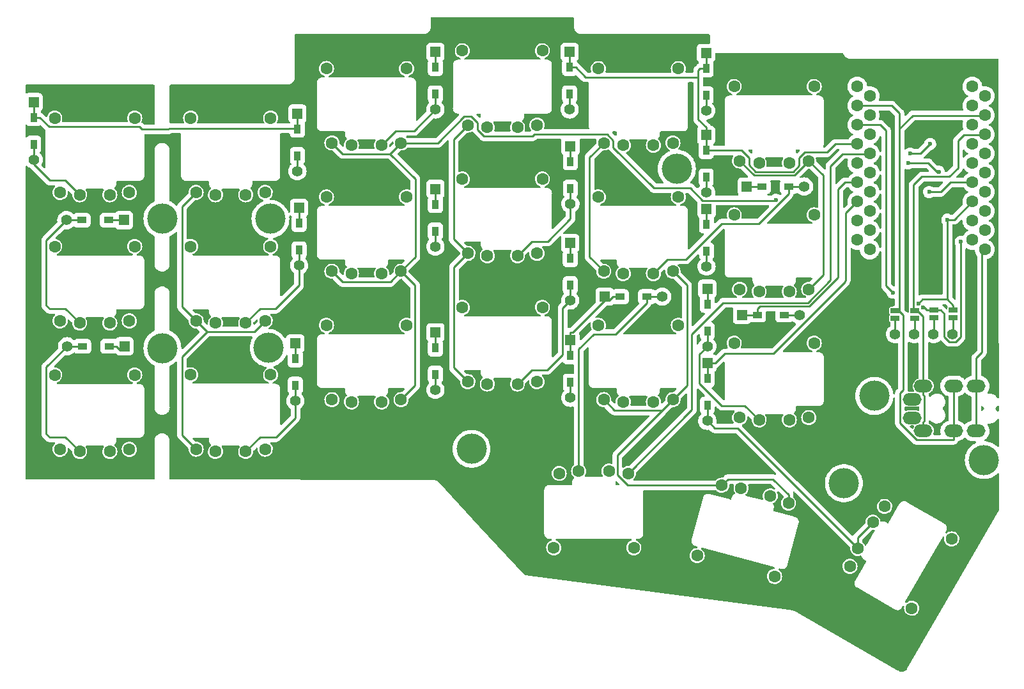
<source format=gbl>
G04 #@! TF.GenerationSoftware,KiCad,Pcbnew,(6.0.7)*
G04 #@! TF.CreationDate,2022-09-10T18:50:32+02:00*
G04 #@! TF.ProjectId,chococorne,63686f63-6f63-46f7-926e-652e6b696361,2.1*
G04 #@! TF.SameCoordinates,Original*
G04 #@! TF.FileFunction,Copper,L2,Bot*
G04 #@! TF.FilePolarity,Positive*
%FSLAX46Y46*%
G04 Gerber Fmt 4.6, Leading zero omitted, Abs format (unit mm)*
G04 Created by KiCad (PCBNEW (6.0.7)) date 2022-09-10 18:50:32*
%MOMM*%
%LPD*%
G01*
G04 APERTURE LIST*
G04 #@! TA.AperFunction,ComponentPad*
%ADD10R,1.397000X1.397000*%
G04 #@! TD*
G04 #@! TA.AperFunction,SMDPad,CuDef*
%ADD11R,0.950000X1.300000*%
G04 #@! TD*
G04 #@! TA.AperFunction,ComponentPad*
%ADD12C,1.397000*%
G04 #@! TD*
G04 #@! TA.AperFunction,SMDPad,CuDef*
%ADD13R,1.300000X0.950000*%
G04 #@! TD*
G04 #@! TA.AperFunction,ComponentPad*
%ADD14O,2.500000X1.700000*%
G04 #@! TD*
G04 #@! TA.AperFunction,ComponentPad*
%ADD15C,1.600000*%
G04 #@! TD*
G04 #@! TA.AperFunction,ComponentPad*
%ADD16C,4.000000*%
G04 #@! TD*
G04 #@! TA.AperFunction,SMDPad,CuDef*
%ADD17R,1.143000X0.635000*%
G04 #@! TD*
G04 #@! TA.AperFunction,ViaPad*
%ADD18C,0.600000*%
G04 #@! TD*
G04 #@! TA.AperFunction,Conductor*
%ADD19C,0.250000*%
G04 #@! TD*
G04 APERTURE END LIST*
D10*
X94750000Y-60230000D03*
D11*
X94750000Y-62265000D03*
D12*
X94750000Y-67850000D03*
D11*
X94750000Y-65815000D03*
D10*
X113030000Y-52070000D03*
D11*
X113030000Y-54105000D03*
X113030000Y-57655000D03*
D12*
X113030000Y-59690000D03*
D10*
X130810000Y-52070000D03*
D11*
X130810000Y-54105000D03*
X130810000Y-57655000D03*
D12*
X130810000Y-59690000D03*
D10*
X148890000Y-52210000D03*
D11*
X148890000Y-54245000D03*
D12*
X148890000Y-59830000D03*
D11*
X148890000Y-57795000D03*
X148900000Y-65115000D03*
D10*
X148900000Y-63080000D03*
D11*
X148900000Y-68665000D03*
D12*
X148900000Y-70700000D03*
D11*
X94980000Y-74765000D03*
D10*
X94980000Y-72730000D03*
D11*
X94980000Y-78315000D03*
D12*
X94980000Y-80350000D03*
D11*
X113030000Y-72250000D03*
D10*
X113030000Y-70215000D03*
D11*
X113030000Y-75800000D03*
D12*
X113030000Y-77835000D03*
D10*
X130920000Y-64550000D03*
D11*
X130920000Y-66585000D03*
X130920000Y-70135000D03*
D12*
X130920000Y-72170000D03*
D10*
X154260000Y-69890000D03*
D13*
X156295000Y-69890000D03*
X159845000Y-69890000D03*
D12*
X161880000Y-69890000D03*
D10*
X148950000Y-72865000D03*
D11*
X148950000Y-74900000D03*
X148950000Y-78450000D03*
D12*
X148950000Y-80485000D03*
D11*
X94480000Y-92700000D03*
D10*
X94480000Y-90665000D03*
D12*
X94480000Y-98285000D03*
D11*
X94480000Y-96250000D03*
X113030000Y-91250000D03*
D10*
X113030000Y-89215000D03*
D11*
X113030000Y-94800000D03*
D12*
X113030000Y-96835000D03*
D10*
X130890000Y-77370000D03*
D11*
X130890000Y-79405000D03*
X130890000Y-82955000D03*
D12*
X130890000Y-84990000D03*
D10*
X153640000Y-86910000D03*
D13*
X155675000Y-86910000D03*
X159225000Y-86910000D03*
D12*
X161260000Y-86910000D03*
D11*
X149050000Y-85465000D03*
D10*
X149050000Y-83430000D03*
D12*
X149050000Y-91050000D03*
D11*
X149050000Y-89015000D03*
D13*
X137495000Y-84480000D03*
D10*
X135460000Y-84480000D03*
D13*
X141045000Y-84480000D03*
D12*
X143080000Y-84480000D03*
D10*
X130910000Y-90260000D03*
D11*
X130910000Y-92295000D03*
X130910000Y-95845000D03*
D12*
X130910000Y-97880000D03*
D11*
X149050000Y-95345000D03*
D10*
X149050000Y-93310000D03*
D11*
X149050000Y-98895000D03*
D12*
X149050000Y-100930000D03*
D14*
X176160000Y-98070000D03*
X176160000Y-100520000D03*
X184660000Y-96320000D03*
X184660000Y-102270000D03*
X181660000Y-102270000D03*
X181660000Y-96320000D03*
X177660000Y-102270000D03*
X177660000Y-96320000D03*
D15*
X90490000Y-70680000D03*
X81330000Y-70680000D03*
X83910000Y-70980000D03*
X87910000Y-70980000D03*
X91210000Y-60830000D03*
X80610000Y-60830000D03*
X108490000Y-64120000D03*
X99330000Y-64120000D03*
X105910000Y-64420000D03*
X101910000Y-64420000D03*
X109210000Y-54270000D03*
X98610000Y-54270000D03*
X126490000Y-61760000D03*
X117330000Y-61760000D03*
X119910000Y-62060000D03*
X123910000Y-62060000D03*
X127210000Y-51910000D03*
X116610000Y-51910000D03*
X135330000Y-64120000D03*
X144490000Y-64120000D03*
X141910000Y-64420000D03*
X137910000Y-64420000D03*
X145210000Y-54270000D03*
X134610000Y-54270000D03*
X162490000Y-66500000D03*
X153330000Y-66500000D03*
X159910000Y-66800000D03*
X155910000Y-66800000D03*
X163210000Y-56650000D03*
X152610000Y-56650000D03*
X90490000Y-87680000D03*
X81330000Y-87680000D03*
X83910000Y-87980000D03*
X87910000Y-87980000D03*
X91210000Y-77830000D03*
X80610000Y-77830000D03*
X108490000Y-81120000D03*
X99330000Y-81120000D03*
X105910000Y-81420000D03*
X101910000Y-81420000D03*
X109210000Y-71270000D03*
X98610000Y-71270000D03*
X126490000Y-78750000D03*
X117330000Y-78750000D03*
X119910000Y-79050000D03*
X123910000Y-79050000D03*
X127210000Y-68900000D03*
X116610000Y-68900000D03*
X135330000Y-81120000D03*
X144490000Y-81120000D03*
X137910000Y-81420000D03*
X141910000Y-81420000D03*
X145210000Y-71270000D03*
X134610000Y-71270000D03*
X153330000Y-83500000D03*
X162490000Y-83500000D03*
X159910000Y-83800000D03*
X155910000Y-83800000D03*
X163210000Y-73650000D03*
X152610000Y-73650000D03*
X90490000Y-104685000D03*
X81330000Y-104685000D03*
X87910000Y-104985000D03*
X83910000Y-104985000D03*
X91210000Y-94835000D03*
X80610000Y-94835000D03*
X99330000Y-98125000D03*
X108490000Y-98125000D03*
X101910000Y-98425000D03*
X105910000Y-98425000D03*
X109210000Y-88275000D03*
X98610000Y-88275000D03*
X117330000Y-95750000D03*
X126490000Y-95750000D03*
X123910000Y-96050000D03*
X119910000Y-96050000D03*
X127210000Y-85900000D03*
X116610000Y-85900000D03*
X135330000Y-98125000D03*
X144490000Y-98125000D03*
X137910000Y-98425000D03*
X141910000Y-98425000D03*
X145210000Y-88275000D03*
X134610000Y-88275000D03*
X153330000Y-100500000D03*
X162490000Y-100500000D03*
X159910000Y-100800000D03*
X155910000Y-100800000D03*
X163210000Y-90650000D03*
X152610000Y-90650000D03*
X129430000Y-107890000D03*
X138590000Y-107890000D03*
X132010000Y-107590000D03*
X136010000Y-107590000D03*
X128710000Y-117740000D03*
X139310000Y-117740000D03*
X159803917Y-111839170D03*
X150956037Y-109468387D03*
X157389474Y-110881639D03*
X153525771Y-109846362D03*
X147711203Y-118796407D03*
X157950016Y-121539889D03*
X172533270Y-112273604D03*
X167953270Y-120206396D03*
X170983463Y-114357949D03*
X168983463Y-117822051D03*
X176123621Y-125754935D03*
X181423621Y-116575065D03*
D10*
X71770000Y-74350000D03*
D13*
X69735000Y-74350000D03*
D12*
X64150000Y-74350000D03*
D13*
X66185000Y-74350000D03*
X69825000Y-91050000D03*
D10*
X71860000Y-91050000D03*
D12*
X64240000Y-91050000D03*
D13*
X66275000Y-91050000D03*
D15*
X63330000Y-87680000D03*
X72490000Y-87680000D03*
X69910000Y-87980000D03*
X65910000Y-87980000D03*
X73210000Y-77830000D03*
X62610000Y-77830000D03*
X63330000Y-104700000D03*
X72490000Y-104700000D03*
X69910000Y-105000000D03*
X65910000Y-105000000D03*
X73210000Y-94850000D03*
X62610000Y-94850000D03*
X72490000Y-70680000D03*
X63330000Y-70680000D03*
X69910000Y-70980000D03*
X65910000Y-70980000D03*
X73210000Y-60830000D03*
X62610000Y-60830000D03*
D12*
X173930000Y-89440000D03*
X176470000Y-89440000D03*
X179010000Y-89440000D03*
X181550000Y-89440000D03*
D16*
X171180000Y-97630000D03*
X185680000Y-106130000D03*
D11*
X59820000Y-60745000D03*
D10*
X59820000Y-58710000D03*
D12*
X59820000Y-66330000D03*
D11*
X59820000Y-64295000D03*
D16*
X91180000Y-74180000D03*
X145020000Y-67520000D03*
X76870000Y-74150000D03*
X117820000Y-104650000D03*
X167140000Y-109200000D03*
X76870000Y-91290000D03*
X90950000Y-91280000D03*
D15*
X184150000Y-56642000D03*
X184150000Y-59182000D03*
X184150000Y-61722000D03*
X184150000Y-64262000D03*
X184150000Y-66802000D03*
X184150000Y-69342000D03*
X184150000Y-71882000D03*
X184150000Y-74422000D03*
X184150000Y-76962000D03*
X168910000Y-76962000D03*
X168910000Y-74422000D03*
X168910000Y-71882000D03*
X168910000Y-69342000D03*
X168910000Y-66802000D03*
X168910000Y-64262000D03*
X168910000Y-61722000D03*
X168910000Y-56642000D03*
X168910000Y-59182000D03*
D17*
X176480000Y-86309620D03*
X176480000Y-87310380D03*
X173930000Y-86339220D03*
X173930000Y-87339980D03*
X181640000Y-86259620D03*
X181640000Y-87260380D03*
X179060000Y-86279620D03*
X179060000Y-87280380D03*
D15*
X170561000Y-57912000D03*
X170561000Y-60452000D03*
X170561000Y-62992000D03*
X170561000Y-65532000D03*
X170561000Y-68072000D03*
X170561000Y-70612000D03*
X170561000Y-73152000D03*
X170561000Y-75692000D03*
X170561000Y-78232000D03*
X185801000Y-78232000D03*
X185801000Y-75692000D03*
X185801000Y-73152000D03*
X185801000Y-70612000D03*
X185801000Y-68072000D03*
X185801000Y-65532000D03*
X185801000Y-62992000D03*
X185801000Y-57912000D03*
X185801000Y-60452000D03*
D18*
X179705000Y-67945000D03*
X175641000Y-66802000D03*
X173609000Y-83947000D03*
X158132400Y-71672000D03*
X178562000Y-64262000D03*
X175895000Y-65532000D03*
X178435000Y-70612000D03*
X182626000Y-77216000D03*
X177587000Y-85945400D03*
X180848000Y-74295000D03*
X176995400Y-85364700D03*
D19*
X155417900Y-67933500D02*
X160419600Y-67933500D01*
X130810000Y-54105000D02*
X130810000Y-52070000D01*
X147838600Y-54496100D02*
X147838600Y-55429900D01*
X161220300Y-67132800D02*
X161220300Y-66090300D01*
X147838600Y-55429900D02*
X147838600Y-60994800D01*
X148900000Y-65115000D02*
X153575000Y-65115000D01*
X132935200Y-55429900D02*
X131610300Y-54105000D01*
X77647000Y-62313800D02*
X74169300Y-62313800D01*
X94750000Y-62198100D02*
X77762700Y-62198100D01*
X153575000Y-65115000D02*
X154550700Y-66090700D01*
X164894800Y-65356200D02*
X165989000Y-64262000D01*
X148890000Y-54245000D02*
X148089700Y-54245000D01*
X160419600Y-67933500D02*
X161220300Y-67132800D01*
X154550700Y-67066300D02*
X155417900Y-67933500D01*
X94750000Y-62198100D02*
X94750000Y-60230000D01*
X113030000Y-54105000D02*
X113030000Y-52070000D01*
X147838600Y-60994800D02*
X148900000Y-62056200D01*
X74169300Y-62313800D02*
X73845400Y-61989900D01*
X59820000Y-60745000D02*
X60620300Y-60745000D01*
X161220300Y-66090300D02*
X161954400Y-65356200D01*
X154550700Y-66090700D02*
X154550700Y-67066300D01*
X165989000Y-64262000D02*
X168910000Y-64262000D01*
X77762700Y-62198100D02*
X77647000Y-62313800D01*
X148089700Y-54245000D02*
X147838600Y-54496100D01*
X59820000Y-60745000D02*
X59820000Y-58710000D01*
X73845400Y-61989900D02*
X61865200Y-61989900D01*
X148900000Y-63080000D02*
X148900000Y-62056200D01*
X94750000Y-62265000D02*
X94750000Y-62198100D01*
X148900000Y-65115000D02*
X148900000Y-63080000D01*
X148890000Y-54245000D02*
X148890000Y-52210000D01*
X130810000Y-54105000D02*
X131610300Y-54105000D01*
X61865200Y-61989900D02*
X60620300Y-60745000D01*
X147838600Y-55429900D02*
X132935200Y-55429900D01*
X161954400Y-65356200D02*
X164894800Y-65356200D01*
X179451000Y-67945000D02*
X179705000Y-67945000D01*
X69735000Y-74350000D02*
X71770000Y-74350000D01*
X156295000Y-69890000D02*
X154260000Y-69890000D01*
X178308000Y-66802000D02*
X179451000Y-67945000D01*
X148950000Y-74900000D02*
X148950000Y-72865000D01*
X130920000Y-66585000D02*
X130920000Y-64550000D01*
X94980000Y-74765000D02*
X94980000Y-72730000D01*
X175641000Y-66802000D02*
X178308000Y-66802000D01*
X113030000Y-72250000D02*
X113030000Y-70215000D01*
X94750000Y-65815000D02*
X94750000Y-67850000D01*
X71860000Y-91561900D02*
X71312200Y-91561900D01*
X69825000Y-91050000D02*
X70800300Y-91050000D01*
X130890000Y-79405000D02*
X130890000Y-77370000D01*
X166370000Y-81915000D02*
X166370000Y-70231000D01*
X149050000Y-85465000D02*
X149050000Y-83430000D01*
X162536400Y-85742404D02*
X166236804Y-82042000D01*
X71312200Y-91561900D02*
X70800300Y-91050000D01*
X156042200Y-85742500D02*
X162536400Y-85742500D01*
X113030000Y-91250000D02*
X113030000Y-89215000D01*
X166236804Y-82042000D02*
X166243000Y-82042000D01*
X71860000Y-91050000D02*
X71860000Y-91561900D01*
X167259000Y-69342000D02*
X168910000Y-69342000D01*
X155675000Y-86910000D02*
X153640000Y-86910000D01*
X155675000Y-86910000D02*
X155675000Y-86109700D01*
X155675000Y-86109700D02*
X156042200Y-85742500D01*
X166243000Y-82042000D02*
X166370000Y-81915000D01*
X94480000Y-92700000D02*
X94480000Y-90665000D01*
X166370000Y-70231000D02*
X167259000Y-69342000D01*
X162536400Y-85742500D02*
X162536400Y-85742404D01*
X113030000Y-57655000D02*
X113030000Y-59690000D01*
X107794300Y-62535700D02*
X105910000Y-64420000D01*
X110184300Y-62535700D02*
X107794300Y-62535700D01*
X113030000Y-59690000D02*
X110184300Y-62535700D01*
X135460000Y-84991900D02*
X131215700Y-89236200D01*
X150073800Y-93310000D02*
X151359200Y-92024600D01*
X151742938Y-92024600D02*
X151792538Y-91975000D01*
X167259000Y-82423000D02*
X167386000Y-82296000D01*
X149050000Y-95345000D02*
X149050000Y-93310000D01*
X167259000Y-82550000D02*
X167259000Y-82423000D01*
X131215700Y-89236200D02*
X130910000Y-89236200D01*
X136519700Y-84480000D02*
X136007800Y-84991900D01*
X135460000Y-84480000D02*
X135460000Y-84991900D01*
X151359200Y-92024600D02*
X151742938Y-92024600D01*
X137495000Y-84480000D02*
X136519700Y-84480000D01*
X167386000Y-73406000D02*
X168910000Y-71882000D01*
X149050000Y-93310000D02*
X150073800Y-93310000D01*
X157834000Y-91975000D02*
X167259000Y-82550000D01*
X130910000Y-90260000D02*
X130910000Y-89236200D01*
X151792538Y-91975000D02*
X157834000Y-91975000D01*
X136007800Y-84991900D02*
X135460000Y-84991900D01*
X130910000Y-92295000D02*
X130910000Y-90260000D01*
X167386000Y-82296000D02*
X167386000Y-73406000D01*
X130810000Y-57655000D02*
X130810000Y-59690000D01*
X148890000Y-57795000D02*
X148890000Y-59830000D01*
X148900000Y-68665000D02*
X148900000Y-70700000D01*
X91871200Y-86095700D02*
X89794300Y-86095700D01*
X89794300Y-86095700D02*
X87910000Y-87980000D01*
X94980000Y-82986900D02*
X91871200Y-86095700D01*
X94980000Y-80350000D02*
X94980000Y-82986900D01*
X94980000Y-78315000D02*
X94980000Y-80350000D01*
X113030000Y-75800000D02*
X113030000Y-77835000D01*
X130920000Y-74143800D02*
X127898100Y-77165700D01*
X130920000Y-72170000D02*
X130920000Y-74143800D01*
X130920000Y-70135000D02*
X130920000Y-72170000D01*
X125794300Y-77165700D02*
X123910000Y-79050000D01*
X127898100Y-77165700D02*
X125794300Y-77165700D01*
X146220600Y-79535700D02*
X150946500Y-74809800D01*
X150946500Y-74809800D02*
X155879000Y-74809800D01*
X159845000Y-70843800D02*
X159845000Y-70690300D01*
X159845000Y-69890000D02*
X161880000Y-69890000D01*
X143794300Y-79535700D02*
X146220600Y-79535700D01*
X159845000Y-69890000D02*
X159845000Y-70690300D01*
X141910000Y-81420000D02*
X143794300Y-79535700D01*
X155879000Y-74809800D02*
X159845000Y-70843800D01*
X148950000Y-78450000D02*
X148950000Y-80485000D01*
X94480000Y-100521900D02*
X91901200Y-103100700D01*
X91901200Y-103100700D02*
X89794300Y-103100700D01*
X94480000Y-98285000D02*
X94480000Y-100521900D01*
X94480000Y-96250000D02*
X94480000Y-98285000D01*
X89794300Y-103100700D02*
X87910000Y-104985000D01*
X113030000Y-94800000D02*
X113030000Y-96835000D01*
X130890000Y-84990000D02*
X129872500Y-86007500D01*
X127870000Y-94165700D02*
X125794300Y-94165700D01*
X130890000Y-82955000D02*
X130890000Y-84990000D01*
X125794300Y-94165700D02*
X123910000Y-96050000D01*
X129872500Y-92163200D02*
X127870000Y-94165700D01*
X129872500Y-86007500D02*
X129872500Y-92163200D01*
X161260000Y-86910000D02*
X159225000Y-86910000D01*
X149050000Y-89015000D02*
X149050000Y-91050000D01*
X150982100Y-98915700D02*
X154025700Y-98915700D01*
X149050000Y-91050000D02*
X148026100Y-92073900D01*
X148026100Y-92073900D02*
X148026100Y-95959700D01*
X154025700Y-98915700D02*
X155910000Y-100800000D01*
X148026100Y-95959700D02*
X150982100Y-98915700D01*
X141045000Y-84480000D02*
X143080000Y-84480000D01*
X141045000Y-84480000D02*
X141045000Y-85280300D01*
X132010000Y-91441400D02*
X132010000Y-107590000D01*
X141045000Y-85280300D02*
X136890500Y-89434800D01*
X134016600Y-89434800D02*
X132010000Y-91441400D01*
X136890500Y-89434800D02*
X134016600Y-89434800D01*
X130910000Y-95845000D02*
X130910000Y-97880000D01*
X149050000Y-100930000D02*
X150045001Y-101925001D01*
X149050000Y-98895000D02*
X149050000Y-100930000D01*
X168983463Y-116357949D02*
X170983463Y-114357949D01*
X153086413Y-101925001D02*
X168983463Y-117822051D01*
X168983463Y-117822051D02*
X168983463Y-116357949D01*
X150045001Y-101925001D02*
X153086413Y-101925001D01*
X174505600Y-60967600D02*
X174505600Y-60205600D01*
X181660000Y-102270000D02*
X181660000Y-103445300D01*
X174505600Y-62222400D02*
X176257000Y-60471000D01*
X174557800Y-101270200D02*
X174557800Y-97290700D01*
X174505600Y-60967600D02*
X174505600Y-62222400D01*
X176732900Y-103445300D02*
X174557800Y-101270200D01*
X181660000Y-96320000D02*
X181660000Y-102270000D01*
X181660000Y-103445300D02*
X176732900Y-103445300D01*
X174990700Y-86951500D02*
X174378400Y-86339200D01*
X174557800Y-97290700D02*
X174990700Y-96857800D01*
X176257000Y-60471000D02*
X185420000Y-60471000D01*
X174505600Y-60205600D02*
X173482000Y-59182000D01*
X174505600Y-68581200D02*
X174505600Y-60967600D01*
X174505600Y-68581200D02*
X174505600Y-86212000D01*
X174505600Y-86212000D02*
X174378400Y-86339200D01*
X173930000Y-86339200D02*
X174378400Y-86339200D01*
X174990700Y-96857800D02*
X174990700Y-86951500D01*
X173482000Y-59182000D02*
X168910000Y-59182000D01*
X177485600Y-68580000D02*
X176370100Y-69695500D01*
X171958000Y-61722000D02*
X168910000Y-61722000D01*
X181102000Y-68580000D02*
X177485600Y-68580000D01*
X176370100Y-86199700D02*
X176480000Y-86309600D01*
X182245000Y-67437000D02*
X181102000Y-68580000D01*
X177769300Y-97604600D02*
X177769300Y-100985400D01*
X173609000Y-83947000D02*
X172720000Y-83058000D01*
X176370100Y-69695500D02*
X176370100Y-86199700D01*
X177660000Y-97495300D02*
X177769300Y-97604600D01*
X177660000Y-102270000D02*
X177660000Y-101094700D01*
X172720000Y-83058000D02*
X172720000Y-62484000D01*
X177660000Y-96320000D02*
X177660000Y-97495300D01*
X185420000Y-63011000D02*
X183054600Y-63011000D01*
X176893000Y-86309600D02*
X177660000Y-87076600D01*
X172720000Y-62484000D02*
X171958000Y-61722000D01*
X177660000Y-87076600D02*
X177660000Y-96320000D01*
X176480000Y-86309600D02*
X176893000Y-86309600D01*
X177769300Y-100985400D02*
X177660000Y-101094700D01*
X182245000Y-63820600D02*
X182245000Y-67437000D01*
X183054600Y-63011000D02*
X182245000Y-63820600D01*
X79463900Y-102818900D02*
X79463900Y-92412500D01*
X81330000Y-87680000D02*
X82763200Y-89113200D01*
X81330000Y-104685000D02*
X79463900Y-102818900D01*
X79484600Y-72525400D02*
X79484600Y-85834600D01*
X81330000Y-70680000D02*
X79484600Y-72525400D01*
X79463900Y-92412500D02*
X82763200Y-89113200D01*
X82763200Y-89113200D02*
X89056800Y-89113200D01*
X89056800Y-89113200D02*
X90490000Y-87680000D01*
X79484600Y-85834600D02*
X81330000Y-87680000D01*
X110360300Y-79249700D02*
X108490000Y-81120000D01*
X100770000Y-65560000D02*
X107050000Y-65560000D01*
X119474600Y-63237500D02*
X125898400Y-63237500D01*
X100768300Y-82558300D02*
X99330000Y-81120000D01*
X118599700Y-62362600D02*
X119474600Y-63237500D01*
X136599700Y-64725200D02*
X141978200Y-70103700D01*
X99330000Y-64120000D02*
X100770000Y-65560000D01*
X107051700Y-82558300D02*
X100768300Y-82558300D01*
X107050000Y-65560000D02*
X110360300Y-68870300D01*
X136599700Y-63785800D02*
X136599700Y-64725200D01*
X125898400Y-63237500D02*
X126175500Y-62960400D01*
X118599700Y-61425800D02*
X118599700Y-62362600D01*
X116872500Y-60595600D02*
X117769500Y-60595600D01*
X141978200Y-70103700D02*
X146801300Y-70103700D01*
X108490000Y-81120000D02*
X107051700Y-82558300D01*
X135774300Y-62960400D02*
X136599700Y-63785800D01*
X110360300Y-68870300D02*
X110360300Y-79249700D01*
X108490000Y-81120000D02*
X110345000Y-82975000D01*
X117769500Y-60595600D02*
X118599700Y-61425800D01*
X113348100Y-64120000D02*
X116872500Y-60595600D01*
X146801300Y-70103700D02*
X148432000Y-71734400D01*
X107050000Y-65560000D02*
X108490000Y-64120000D01*
X148432000Y-71734400D02*
X158070000Y-71734400D01*
X110345000Y-96270000D02*
X108490000Y-98125000D01*
X158070000Y-71734400D02*
X158132400Y-71672000D01*
X110345000Y-82975000D02*
X110345000Y-96270000D01*
X108490000Y-64120000D02*
X113348100Y-64120000D01*
X126175500Y-62960400D02*
X135774300Y-62960400D01*
X166986000Y-65551000D02*
X170180000Y-65551000D01*
X115484600Y-80595400D02*
X115484600Y-93904600D01*
X115484600Y-93904600D02*
X117330000Y-95750000D01*
X175895000Y-65532000D02*
X177292000Y-65532000D01*
X162349800Y-85292200D02*
X165354000Y-82288000D01*
X138590000Y-107890000D02*
X147012500Y-99467500D01*
X115453500Y-63636500D02*
X117330000Y-61760000D01*
X151147800Y-85292200D02*
X162349800Y-85292200D01*
X147012500Y-99467500D02*
X147012500Y-89427500D01*
X115453500Y-76873500D02*
X115453500Y-63636500D01*
X147012500Y-89427500D02*
X151147800Y-85292200D01*
X165354000Y-67183000D02*
X166986000Y-65551000D01*
X165354000Y-82288000D02*
X165354000Y-67183000D01*
X117330000Y-78750000D02*
X115484600Y-80595400D01*
X117330000Y-78750000D02*
X115453500Y-76873500D01*
X177292000Y-65532000D02*
X178562000Y-64262000D01*
X146354300Y-82984300D02*
X146354300Y-96260700D01*
X150956037Y-109468387D02*
X151756036Y-108668388D01*
X144490000Y-98125000D02*
X143061400Y-99553600D01*
X138503385Y-109468387D02*
X150956037Y-109468387D01*
X137135001Y-108100003D02*
X138503385Y-109468387D01*
X146354300Y-96260700D02*
X144490000Y-98125000D01*
X143061400Y-99553600D02*
X136758600Y-99553600D01*
X135330000Y-64120000D02*
X133467000Y-65983000D01*
X144490000Y-98125000D02*
X137135001Y-105479999D01*
X133467000Y-79257000D02*
X135330000Y-81120000D01*
X137135001Y-105479999D02*
X137135001Y-108100003D01*
X157764505Y-108668388D02*
X159803917Y-110707800D01*
X144490000Y-81120000D02*
X146354300Y-82984300D01*
X151756036Y-108668388D02*
X157764505Y-108668388D01*
X133467000Y-65983000D02*
X133467000Y-79257000D01*
X159803917Y-110707800D02*
X159803917Y-111839170D01*
X136758600Y-99553600D02*
X135330000Y-98125000D01*
X160590900Y-68399100D02*
X155229100Y-68399100D01*
X162490000Y-83500000D02*
X164388500Y-81601500D01*
X162490000Y-66500000D02*
X160590900Y-68399100D01*
X178435000Y-70612000D02*
X179959000Y-70612000D01*
X181229000Y-69342000D02*
X184150000Y-69342000D01*
X179959000Y-70612000D02*
X181229000Y-69342000D01*
X155229100Y-68399100D02*
X153330000Y-66500000D01*
X164388500Y-68398500D02*
X162490000Y-66500000D01*
X164388500Y-81601500D02*
X164388500Y-68398500D01*
X184660000Y-92634100D02*
X185420000Y-91874100D01*
X184660000Y-96320000D02*
X184660000Y-92634100D01*
X185420000Y-91874100D02*
X185420000Y-78251000D01*
X184660000Y-102270000D02*
X184660000Y-96320000D01*
X182626000Y-77216000D02*
X182613800Y-77228200D01*
X182613800Y-89830600D02*
X181971700Y-90472700D01*
X178163200Y-86279600D02*
X177829000Y-85945400D01*
X181971700Y-90472700D02*
X181124800Y-90472700D01*
X179956800Y-86279600D02*
X178163200Y-86279600D01*
X180430100Y-89778000D02*
X180430100Y-86752900D01*
X177829000Y-85945400D02*
X177587000Y-85945400D01*
X181124800Y-90472700D02*
X180430100Y-89778000D01*
X182613800Y-77228200D02*
X182613800Y-89830600D01*
X180430100Y-86752900D02*
X179956800Y-86279600D01*
X180848000Y-74295000D02*
X181737000Y-74295000D01*
X181737000Y-74295000D02*
X184150000Y-71882000D01*
X180873600Y-84850400D02*
X180846300Y-84850400D01*
X180848000Y-74295000D02*
X180846300Y-74296700D01*
X181640000Y-86259600D02*
X181640000Y-85616800D01*
X180846300Y-74296700D02*
X180846300Y-84850400D01*
X180846300Y-84850400D02*
X177509700Y-84850400D01*
X181640000Y-85616800D02*
X180873600Y-84850400D01*
X177509700Y-84850400D02*
X176995400Y-85364700D01*
X173930000Y-89440000D02*
X173930000Y-87340000D01*
X176470000Y-89440000D02*
X176480000Y-89430000D01*
X176480000Y-89430000D02*
X176480000Y-87310400D01*
X181640000Y-89350000D02*
X181640000Y-87260400D01*
X181550000Y-89440000D02*
X181640000Y-89350000D01*
X179060000Y-89390000D02*
X179060000Y-87280400D01*
X179010000Y-89440000D02*
X179060000Y-89390000D01*
X59820000Y-66985900D02*
X61929800Y-69095700D01*
X59820000Y-66330000D02*
X59820000Y-66985900D01*
X59820000Y-64295000D02*
X59820000Y-66330000D01*
X64025700Y-69095700D02*
X65910000Y-70980000D01*
X61929800Y-69095700D02*
X64025700Y-69095700D01*
X64150000Y-74350000D02*
X61484300Y-77015700D01*
X61484300Y-85645300D02*
X61934700Y-86095700D01*
X66185000Y-74350000D02*
X64150000Y-74350000D01*
X61484300Y-77015700D02*
X61484300Y-85645300D01*
X61934700Y-86095700D02*
X64025700Y-86095700D01*
X64025700Y-86095700D02*
X65910000Y-87980000D01*
X61484300Y-93805700D02*
X61484300Y-102665300D01*
X64025700Y-103115700D02*
X65910000Y-105000000D01*
X66275000Y-91050000D02*
X64240000Y-91050000D01*
X61484300Y-102665300D02*
X61934700Y-103115700D01*
X61934700Y-103115700D02*
X64025700Y-103115700D01*
X64240000Y-91050000D02*
X61484300Y-93805700D01*
G04 #@! TA.AperFunction,NonConductor*
G36*
X118993621Y-60238502D02*
G01*
X119040114Y-60292158D01*
X119051500Y-60344500D01*
X119051500Y-60535845D01*
X119049268Y-60559454D01*
X119047576Y-60568324D01*
X119051251Y-60626735D01*
X119051500Y-60634647D01*
X119051500Y-60651432D01*
X119051997Y-60655364D01*
X119051997Y-60655370D01*
X119053130Y-60664341D01*
X119041821Y-60734431D01*
X118994413Y-60787280D01*
X118925959Y-60806109D01*
X118858192Y-60784940D01*
X118839028Y-60769223D01*
X118503400Y-60433595D01*
X118469374Y-60371283D01*
X118474439Y-60300468D01*
X118516986Y-60243632D01*
X118583506Y-60218821D01*
X118592495Y-60218500D01*
X118925500Y-60218500D01*
X118993621Y-60238502D01*
G37*
G04 #@! TD.AperFunction*
G04 #@! TA.AperFunction,NonConductor*
G36*
X75695050Y-56402489D02*
G01*
X75763166Y-56422507D01*
X75809646Y-56476174D01*
X75821020Y-56528489D01*
X75821020Y-61390785D01*
X75819274Y-61411685D01*
X75817814Y-61420367D01*
X75815943Y-61431489D01*
X75815791Y-61444041D01*
X75816480Y-61448848D01*
X75816480Y-61448855D01*
X75818737Y-61464610D01*
X75819530Y-61471488D01*
X75825817Y-61543313D01*
X75811831Y-61612918D01*
X75762434Y-61663913D01*
X75700297Y-61680300D01*
X74483895Y-61680300D01*
X74415774Y-61660298D01*
X74394800Y-61643395D01*
X74349052Y-61597647D01*
X74341512Y-61589361D01*
X74337400Y-61582882D01*
X74305740Y-61553151D01*
X74287748Y-61536256D01*
X74284906Y-61533501D01*
X74265170Y-61513765D01*
X74261973Y-61511285D01*
X74252951Y-61503580D01*
X74236997Y-61488598D01*
X74220721Y-61473314D01*
X74213775Y-61469495D01*
X74213772Y-61469493D01*
X74202966Y-61463552D01*
X74186447Y-61452701D01*
X74184890Y-61451494D01*
X74170441Y-61440286D01*
X74163166Y-61437138D01*
X74159448Y-61434939D01*
X74110995Y-61383047D01*
X74098289Y-61313196D01*
X74114029Y-61264251D01*
X74128425Y-61238909D01*
X74190358Y-61052732D01*
X74214949Y-60858071D01*
X74215269Y-60835164D01*
X74215292Y-60833523D01*
X74215292Y-60833519D01*
X74215341Y-60830000D01*
X74196194Y-60634728D01*
X74194413Y-60628829D01*
X74194412Y-60628824D01*
X74141265Y-60452793D01*
X74139484Y-60446894D01*
X74047370Y-60273653D01*
X74040877Y-60265691D01*
X73990461Y-60203875D01*
X73923361Y-60121602D01*
X73772180Y-59996535D01*
X73599585Y-59903213D01*
X73457127Y-59859115D01*
X73418039Y-59847015D01*
X73418036Y-59847014D01*
X73412152Y-59845193D01*
X73406027Y-59844549D01*
X73406026Y-59844549D01*
X73223147Y-59825327D01*
X73223146Y-59825327D01*
X73217019Y-59824683D01*
X73102985Y-59835061D01*
X73027759Y-59841907D01*
X73027758Y-59841907D01*
X73021618Y-59842466D01*
X73015704Y-59844207D01*
X73015702Y-59844207D01*
X72954524Y-59862213D01*
X72833393Y-59897864D01*
X72827928Y-59900721D01*
X72664972Y-59985912D01*
X72664968Y-59985915D01*
X72659512Y-59988767D01*
X72654712Y-59992627D01*
X72654711Y-59992627D01*
X72635508Y-60008067D01*
X72506600Y-60111711D01*
X72380480Y-60262016D01*
X72377516Y-60267408D01*
X72377513Y-60267412D01*
X72320410Y-60371283D01*
X72285956Y-60433954D01*
X72284095Y-60439821D01*
X72284094Y-60439823D01*
X72267094Y-60493413D01*
X72226628Y-60620978D01*
X72204757Y-60815963D01*
X72221175Y-61011483D01*
X72260026Y-61146972D01*
X72273990Y-61195669D01*
X72273539Y-61266665D01*
X72234778Y-61326146D01*
X72170011Y-61355229D01*
X72152871Y-61356400D01*
X63664044Y-61356400D01*
X63595923Y-61336398D01*
X63549430Y-61282742D01*
X63539326Y-61212468D01*
X63544486Y-61190628D01*
X63551527Y-61169461D01*
X63590358Y-61052732D01*
X63614949Y-60858071D01*
X63615269Y-60835164D01*
X63615292Y-60833523D01*
X63615292Y-60833519D01*
X63615341Y-60830000D01*
X63596194Y-60634728D01*
X63594413Y-60628829D01*
X63594412Y-60628824D01*
X63541265Y-60452793D01*
X63539484Y-60446894D01*
X63447370Y-60273653D01*
X63440877Y-60265691D01*
X63390461Y-60203875D01*
X63323361Y-60121602D01*
X63172180Y-59996535D01*
X62999585Y-59903213D01*
X62857127Y-59859115D01*
X62818039Y-59847015D01*
X62818036Y-59847014D01*
X62812152Y-59845193D01*
X62806027Y-59844549D01*
X62806026Y-59844549D01*
X62623147Y-59825327D01*
X62623146Y-59825327D01*
X62617019Y-59824683D01*
X62502985Y-59835061D01*
X62427759Y-59841907D01*
X62427758Y-59841907D01*
X62421618Y-59842466D01*
X62415704Y-59844207D01*
X62415702Y-59844207D01*
X62354524Y-59862213D01*
X62233393Y-59897864D01*
X62227928Y-59900721D01*
X62064972Y-59985912D01*
X62064968Y-59985915D01*
X62059512Y-59988767D01*
X62054712Y-59992627D01*
X62054711Y-59992627D01*
X62035508Y-60008067D01*
X61906600Y-60111711D01*
X61780480Y-60262016D01*
X61777516Y-60267408D01*
X61777513Y-60267412D01*
X61720410Y-60371283D01*
X61685956Y-60433954D01*
X61684095Y-60439821D01*
X61684094Y-60439823D01*
X61667094Y-60493413D01*
X61637206Y-60587634D01*
X61632829Y-60601431D01*
X61593166Y-60660315D01*
X61527963Y-60688407D01*
X61457924Y-60676790D01*
X61423632Y-60652427D01*
X61123952Y-60352747D01*
X61116412Y-60344461D01*
X61112300Y-60337982D01*
X61062648Y-60291356D01*
X61059807Y-60288602D01*
X61040070Y-60268865D01*
X61036873Y-60266385D01*
X61027851Y-60258680D01*
X61026876Y-60257764D01*
X60995621Y-60228414D01*
X60988675Y-60224595D01*
X60988672Y-60224593D01*
X60977866Y-60218652D01*
X60961347Y-60207801D01*
X60958389Y-60205507D01*
X60945341Y-60195386D01*
X60938072Y-60192241D01*
X60938068Y-60192238D01*
X60904763Y-60177826D01*
X60894104Y-60172604D01*
X60868801Y-60158694D01*
X60818741Y-60108350D01*
X60804854Y-60053617D01*
X60803684Y-60053680D01*
X60803500Y-60050282D01*
X60803500Y-60046866D01*
X60796745Y-59984684D01*
X60793634Y-59976384D01*
X60786226Y-59956624D01*
X60781044Y-59885816D01*
X60814966Y-59823448D01*
X60828644Y-59811570D01*
X60874581Y-59777142D01*
X60881761Y-59771761D01*
X60969115Y-59655205D01*
X61020245Y-59518816D01*
X61027000Y-59456634D01*
X61027000Y-57963366D01*
X61020245Y-57901184D01*
X60969115Y-57764795D01*
X60881761Y-57648239D01*
X60765205Y-57560885D01*
X60628816Y-57509755D01*
X60566634Y-57503000D01*
X59073366Y-57503000D01*
X59011184Y-57509755D01*
X58888730Y-57555661D01*
X58817922Y-57560844D01*
X58755553Y-57526923D01*
X58721424Y-57464668D01*
X58718500Y-57437679D01*
X58718500Y-56524532D01*
X58738502Y-56456411D01*
X58792158Y-56409918D01*
X58844530Y-56398532D01*
X75695050Y-56402489D01*
G37*
G04 #@! TD.AperFunction*
G04 #@! TA.AperFunction,NonConductor*
G36*
X123065945Y-61288502D02*
G01*
X123112438Y-61342158D01*
X123122542Y-61412432D01*
X123094346Y-61475491D01*
X123080480Y-61492016D01*
X123077516Y-61497408D01*
X123077513Y-61497412D01*
X123010619Y-61619093D01*
X122985956Y-61663954D01*
X122984095Y-61669821D01*
X122984094Y-61669823D01*
X122961884Y-61739838D01*
X122926628Y-61850978D01*
X122904757Y-62045963D01*
X122921175Y-62241483D01*
X122975258Y-62430091D01*
X122976608Y-62432719D01*
X122982989Y-62502313D01*
X122950218Y-62565294D01*
X122888600Y-62600560D01*
X122859357Y-62604000D01*
X120958189Y-62604000D01*
X120890068Y-62583998D01*
X120843575Y-62530342D01*
X120833471Y-62460068D01*
X120838631Y-62438228D01*
X120839607Y-62435294D01*
X120890358Y-62282732D01*
X120914949Y-62088071D01*
X120915341Y-62060000D01*
X120896194Y-61864728D01*
X120894413Y-61858829D01*
X120894412Y-61858824D01*
X120841265Y-61682793D01*
X120839484Y-61676894D01*
X120747370Y-61503653D01*
X120723296Y-61474135D01*
X120695742Y-61408703D01*
X120707938Y-61338762D01*
X120756011Y-61286517D01*
X120820939Y-61268500D01*
X122997824Y-61268500D01*
X123065945Y-61288502D01*
G37*
G04 #@! TD.AperFunction*
G04 #@! TA.AperFunction,NonConductor*
G36*
X136993621Y-62598502D02*
G01*
X137040114Y-62652158D01*
X137051500Y-62704500D01*
X137051500Y-62895845D01*
X137049268Y-62919454D01*
X137047576Y-62928324D01*
X137049338Y-62956325D01*
X137051251Y-62986735D01*
X137051500Y-62994647D01*
X137051500Y-63011432D01*
X137051997Y-63015364D01*
X137051997Y-63015370D01*
X137053130Y-63024341D01*
X137041821Y-63094431D01*
X136994413Y-63147280D01*
X136925959Y-63166109D01*
X136858192Y-63144940D01*
X136839028Y-63129223D01*
X136503400Y-62793595D01*
X136469374Y-62731283D01*
X136474439Y-62660468D01*
X136516986Y-62603632D01*
X136583506Y-62578821D01*
X136592495Y-62578500D01*
X136925500Y-62578500D01*
X136993621Y-62598502D01*
G37*
G04 #@! TD.AperFunction*
G04 #@! TA.AperFunction,NonConductor*
G36*
X107409558Y-63920512D02*
G01*
X107466394Y-63963059D01*
X107491205Y-64029579D01*
X107490741Y-64052613D01*
X107484757Y-64105963D01*
X107485273Y-64112107D01*
X107485273Y-64112108D01*
X107489420Y-64161501D01*
X107475188Y-64231056D01*
X107452957Y-64261138D01*
X107124410Y-64589685D01*
X107062098Y-64623711D01*
X106991283Y-64618646D01*
X106934447Y-64576099D01*
X106909636Y-64509579D01*
X106910309Y-64484802D01*
X106913775Y-64457366D01*
X106914507Y-64451572D01*
X106914507Y-64451567D01*
X106914949Y-64448071D01*
X106915341Y-64420000D01*
X106914999Y-64416516D01*
X106914999Y-64416506D01*
X106911381Y-64379608D01*
X106924641Y-64309861D01*
X106947685Y-64278219D01*
X107276431Y-63949473D01*
X107338743Y-63915447D01*
X107409558Y-63920512D01*
G37*
G04 #@! TD.AperFunction*
G04 #@! TA.AperFunction,NonConductor*
G36*
X105065945Y-63648502D02*
G01*
X105112438Y-63702158D01*
X105122542Y-63772432D01*
X105094346Y-63835491D01*
X105080480Y-63852016D01*
X105077516Y-63857408D01*
X105077513Y-63857412D01*
X105048065Y-63910978D01*
X104985956Y-64023954D01*
X104984095Y-64029821D01*
X104984094Y-64029823D01*
X104971132Y-64070685D01*
X104926628Y-64210978D01*
X104904757Y-64405963D01*
X104921175Y-64601483D01*
X104968284Y-64765769D01*
X104967834Y-64836764D01*
X104929072Y-64896246D01*
X104864305Y-64925329D01*
X104847165Y-64926500D01*
X102970664Y-64926500D01*
X102902543Y-64906498D01*
X102856050Y-64852842D01*
X102845946Y-64782568D01*
X102851106Y-64760728D01*
X102871470Y-64699511D01*
X102890358Y-64642732D01*
X102914949Y-64448071D01*
X102915341Y-64420000D01*
X102896194Y-64224728D01*
X102894413Y-64218829D01*
X102894412Y-64218824D01*
X102841265Y-64042793D01*
X102839484Y-64036894D01*
X102747370Y-63863653D01*
X102727018Y-63838699D01*
X102723296Y-63834135D01*
X102695742Y-63768703D01*
X102707938Y-63698762D01*
X102756011Y-63646517D01*
X102820939Y-63628500D01*
X104997824Y-63628500D01*
X105065945Y-63648502D01*
G37*
G04 #@! TD.AperFunction*
G04 #@! TA.AperFunction,NonConductor*
G36*
X172010100Y-63195650D02*
G01*
X172064847Y-63240853D01*
X172086500Y-63311477D01*
X172086500Y-65212523D01*
X172066498Y-65280644D01*
X172012842Y-65327137D01*
X171942568Y-65337241D01*
X171877988Y-65307747D01*
X171838793Y-65245134D01*
X171796707Y-65088067D01*
X171796706Y-65088065D01*
X171795284Y-65082757D01*
X171790917Y-65073392D01*
X171700849Y-64880238D01*
X171700846Y-64880233D01*
X171698523Y-64875251D01*
X171609744Y-64748462D01*
X171570357Y-64692211D01*
X171570355Y-64692208D01*
X171567198Y-64687700D01*
X171405300Y-64525802D01*
X171400792Y-64522645D01*
X171400789Y-64522643D01*
X171313465Y-64461498D01*
X171217749Y-64394477D01*
X171212767Y-64392154D01*
X171212762Y-64392151D01*
X171178543Y-64376195D01*
X171125258Y-64329278D01*
X171105797Y-64261001D01*
X171126339Y-64193041D01*
X171178543Y-64147805D01*
X171212762Y-64131849D01*
X171212767Y-64131846D01*
X171217749Y-64129523D01*
X171350037Y-64036894D01*
X171400789Y-64001357D01*
X171400792Y-64001355D01*
X171405300Y-63998198D01*
X171567198Y-63836300D01*
X171573967Y-63826634D01*
X171640283Y-63731924D01*
X171698523Y-63648749D01*
X171700846Y-63643767D01*
X171700849Y-63643762D01*
X171792961Y-63446225D01*
X171792961Y-63446224D01*
X171795284Y-63441243D01*
X171798455Y-63429411D01*
X171837513Y-63283642D01*
X171838793Y-63278866D01*
X171875745Y-63218243D01*
X171939606Y-63187222D01*
X172010100Y-63195650D01*
G37*
G04 #@! TD.AperFunction*
G04 #@! TA.AperFunction,NonConductor*
G36*
X161220126Y-64978502D02*
G01*
X161266619Y-65032158D01*
X161276723Y-65102432D01*
X161247229Y-65167012D01*
X161241100Y-65173595D01*
X160984581Y-65430114D01*
X160922269Y-65464140D01*
X160851454Y-65459075D01*
X160794618Y-65416528D01*
X160769735Y-65348934D01*
X160768749Y-65333268D01*
X160768500Y-65325353D01*
X160768500Y-65084500D01*
X160788502Y-65016379D01*
X160842158Y-64969886D01*
X160894500Y-64958500D01*
X161152005Y-64958500D01*
X161220126Y-64978502D01*
G37*
G04 #@! TD.AperFunction*
G04 #@! TA.AperFunction,NonConductor*
G36*
X154993621Y-64978502D02*
G01*
X155040114Y-65032158D01*
X155051500Y-65084500D01*
X155051500Y-65275845D01*
X155049268Y-65299454D01*
X155047576Y-65308324D01*
X155050483Y-65354526D01*
X155051251Y-65366735D01*
X155051500Y-65374647D01*
X155051500Y-65391405D01*
X155031498Y-65459526D01*
X154977842Y-65506019D01*
X154907568Y-65516123D01*
X154842988Y-65486629D01*
X154836405Y-65480500D01*
X154529500Y-65173595D01*
X154495474Y-65111283D01*
X154500539Y-65040468D01*
X154543086Y-64983632D01*
X154609606Y-64958821D01*
X154618595Y-64958500D01*
X154925500Y-64958500D01*
X154993621Y-64978502D01*
G37*
G04 #@! TD.AperFunction*
G04 #@! TA.AperFunction,NonConductor*
G36*
X183087012Y-65031807D02*
G01*
X183107713Y-65054760D01*
X183130810Y-65087745D01*
X183143802Y-65106300D01*
X183305700Y-65268198D01*
X183310208Y-65271355D01*
X183310211Y-65271357D01*
X183374304Y-65316235D01*
X183493251Y-65399523D01*
X183498233Y-65401846D01*
X183498238Y-65401849D01*
X183532457Y-65417805D01*
X183585742Y-65464722D01*
X183605203Y-65532999D01*
X183584661Y-65600959D01*
X183532457Y-65646195D01*
X183498238Y-65662151D01*
X183498233Y-65662154D01*
X183493251Y-65664477D01*
X183443783Y-65699115D01*
X183310211Y-65792643D01*
X183310208Y-65792645D01*
X183305700Y-65795802D01*
X183143802Y-65957700D01*
X183140645Y-65962208D01*
X183140643Y-65962211D01*
X183107713Y-66009240D01*
X183052256Y-66053568D01*
X182981636Y-66060877D01*
X182918276Y-66028846D01*
X182882291Y-65967645D01*
X182878500Y-65936969D01*
X182878500Y-65127031D01*
X182898502Y-65058910D01*
X182952158Y-65012417D01*
X183022432Y-65002313D01*
X183087012Y-65031807D01*
G37*
G04 #@! TD.AperFunction*
G04 #@! TA.AperFunction,NonConductor*
G36*
X159065945Y-66028502D02*
G01*
X159112438Y-66082158D01*
X159122542Y-66152432D01*
X159094346Y-66215491D01*
X159080480Y-66232016D01*
X159077516Y-66237408D01*
X159077513Y-66237412D01*
X159023603Y-66335475D01*
X158985956Y-66403954D01*
X158926628Y-66590978D01*
X158904757Y-66785963D01*
X158921175Y-66981483D01*
X158966420Y-67139269D01*
X158965970Y-67210264D01*
X158927208Y-67269746D01*
X158862441Y-67298829D01*
X158845301Y-67300000D01*
X156972826Y-67300000D01*
X156904705Y-67279998D01*
X156858212Y-67226342D01*
X156848108Y-67156068D01*
X156853268Y-67134228D01*
X156853963Y-67132140D01*
X156890358Y-67022732D01*
X156914949Y-66828071D01*
X156915155Y-66813340D01*
X156915292Y-66803523D01*
X156915292Y-66803519D01*
X156915341Y-66800000D01*
X156896194Y-66604728D01*
X156894413Y-66598829D01*
X156894412Y-66598824D01*
X156841265Y-66422793D01*
X156839484Y-66416894D01*
X156747370Y-66243653D01*
X156723296Y-66214135D01*
X156695742Y-66148703D01*
X156707938Y-66078762D01*
X156756011Y-66026517D01*
X156820939Y-66008500D01*
X158997824Y-66008500D01*
X159065945Y-66028502D01*
G37*
G04 #@! TD.AperFunction*
G04 #@! TA.AperFunction,NonConductor*
G36*
X58927012Y-61690016D02*
G01*
X58945325Y-61709674D01*
X58981739Y-61758261D01*
X59098295Y-61845615D01*
X59234684Y-61896745D01*
X59296866Y-61903500D01*
X60343134Y-61903500D01*
X60405316Y-61896745D01*
X60541705Y-61845615D01*
X60616230Y-61789762D01*
X60682735Y-61764914D01*
X60752118Y-61779967D01*
X60780889Y-61801493D01*
X61343679Y-62364283D01*
X61377705Y-62426595D01*
X61378352Y-62476987D01*
X61369965Y-62520957D01*
X61367782Y-62532399D01*
X61366056Y-62540120D01*
X61351500Y-62596812D01*
X61351500Y-62605845D01*
X61349268Y-62629454D01*
X61347576Y-62638324D01*
X61348969Y-62660468D01*
X61351251Y-62696735D01*
X61351500Y-62704647D01*
X61351500Y-67317306D01*
X61331498Y-67385427D01*
X61277842Y-67431920D01*
X61207568Y-67442024D01*
X61142988Y-67412530D01*
X61136405Y-67406401D01*
X60860247Y-67130243D01*
X60826221Y-67067931D01*
X60831286Y-66997116D01*
X60846127Y-66968879D01*
X60869286Y-66935805D01*
X60871683Y-66930666D01*
X60956219Y-66749377D01*
X60956220Y-66749376D01*
X60958542Y-66744395D01*
X60998011Y-66597097D01*
X61011780Y-66545709D01*
X61011780Y-66545707D01*
X61013204Y-66540394D01*
X61031611Y-66330000D01*
X61013204Y-66119606D01*
X61011780Y-66114291D01*
X60959965Y-65920915D01*
X60959964Y-65920913D01*
X60958542Y-65915605D01*
X60949895Y-65897061D01*
X60871609Y-65729176D01*
X60871607Y-65729173D01*
X60869286Y-65724195D01*
X60748148Y-65551191D01*
X60669935Y-65472978D01*
X60635909Y-65410666D01*
X60640974Y-65339851D01*
X60660296Y-65309786D01*
X60658261Y-65308261D01*
X60687808Y-65268837D01*
X60745615Y-65191705D01*
X60796745Y-65055316D01*
X60803500Y-64993134D01*
X60803500Y-63596866D01*
X60803104Y-63593216D01*
X60799214Y-63557412D01*
X60796745Y-63534684D01*
X60745615Y-63398295D01*
X60658261Y-63281739D01*
X60541705Y-63194385D01*
X60405316Y-63143255D01*
X60343134Y-63136500D01*
X59296866Y-63136500D01*
X59234684Y-63143255D01*
X59098295Y-63194385D01*
X58981739Y-63281739D01*
X58948833Y-63325646D01*
X58945326Y-63330325D01*
X58888467Y-63372840D01*
X58817649Y-63377866D01*
X58755355Y-63343806D01*
X58721365Y-63281475D01*
X58718500Y-63254760D01*
X58718500Y-61785240D01*
X58738502Y-61717119D01*
X58792158Y-61670626D01*
X58862432Y-61660522D01*
X58927012Y-61690016D01*
G37*
G04 #@! TD.AperFunction*
G04 #@! TA.AperFunction,NonConductor*
G36*
X166506454Y-64915502D02*
G01*
X166552947Y-64969158D01*
X166563051Y-65039432D01*
X166535419Y-65101814D01*
X166520703Y-65119603D01*
X166512712Y-65128384D01*
X164961747Y-66679348D01*
X164953461Y-66686888D01*
X164946982Y-66691000D01*
X164941557Y-66696777D01*
X164900357Y-66740651D01*
X164897602Y-66743493D01*
X164877865Y-66763230D01*
X164875385Y-66766427D01*
X164867682Y-66775447D01*
X164837414Y-66807679D01*
X164833595Y-66814625D01*
X164833593Y-66814628D01*
X164827652Y-66825434D01*
X164816801Y-66841953D01*
X164804386Y-66857959D01*
X164801241Y-66865228D01*
X164801238Y-66865232D01*
X164786826Y-66898537D01*
X164781609Y-66909187D01*
X164760305Y-66947940D01*
X164758334Y-66955615D01*
X164758334Y-66955616D01*
X164755267Y-66967562D01*
X164748863Y-66986266D01*
X164745959Y-66992978D01*
X164740819Y-67004855D01*
X164739580Y-67012678D01*
X164739577Y-67012688D01*
X164733901Y-67048524D01*
X164731495Y-67060144D01*
X164722472Y-67095289D01*
X164720500Y-67102970D01*
X164720500Y-67123224D01*
X164718949Y-67142934D01*
X164715780Y-67162943D01*
X164716526Y-67170835D01*
X164719941Y-67206961D01*
X164720500Y-67218819D01*
X164720500Y-67530405D01*
X164700498Y-67598526D01*
X164646842Y-67645019D01*
X164576568Y-67655123D01*
X164511988Y-67625629D01*
X164505405Y-67619500D01*
X163529514Y-66643609D01*
X163495488Y-66581297D01*
X163493603Y-66538723D01*
X163494949Y-66528071D01*
X163495341Y-66500000D01*
X163476194Y-66304728D01*
X163474413Y-66298829D01*
X163474412Y-66298824D01*
X163430119Y-66152118D01*
X163429578Y-66081123D01*
X163467506Y-66021106D01*
X163531861Y-65991123D01*
X163550741Y-65989700D01*
X164816033Y-65989700D01*
X164827216Y-65990227D01*
X164834709Y-65991902D01*
X164842635Y-65991653D01*
X164842636Y-65991653D01*
X164902786Y-65989762D01*
X164906745Y-65989700D01*
X164934656Y-65989700D01*
X164938591Y-65989203D01*
X164938656Y-65989195D01*
X164950493Y-65988262D01*
X164982751Y-65987248D01*
X164986770Y-65987122D01*
X164994689Y-65986873D01*
X165014143Y-65981221D01*
X165033500Y-65977213D01*
X165045730Y-65975668D01*
X165045731Y-65975668D01*
X165053597Y-65974674D01*
X165060968Y-65971755D01*
X165060970Y-65971755D01*
X165094712Y-65958396D01*
X165105942Y-65954551D01*
X165140783Y-65944429D01*
X165140784Y-65944429D01*
X165148393Y-65942218D01*
X165155212Y-65938185D01*
X165155217Y-65938183D01*
X165165828Y-65931907D01*
X165183576Y-65923212D01*
X165202417Y-65915752D01*
X165238187Y-65889764D01*
X165248107Y-65883248D01*
X165279335Y-65864780D01*
X165279338Y-65864778D01*
X165286162Y-65860742D01*
X165300483Y-65846421D01*
X165315517Y-65833580D01*
X165331907Y-65821672D01*
X165360098Y-65787595D01*
X165368088Y-65778816D01*
X166214499Y-64932405D01*
X166276811Y-64898379D01*
X166303594Y-64895500D01*
X166438333Y-64895500D01*
X166506454Y-64915502D01*
G37*
G04 #@! TD.AperFunction*
G04 #@! TA.AperFunction,NonConductor*
G36*
X172010100Y-65735650D02*
G01*
X172064847Y-65780853D01*
X172086500Y-65851477D01*
X172086500Y-67752523D01*
X172066498Y-67820644D01*
X172012842Y-67867137D01*
X171942568Y-67877241D01*
X171877988Y-67847747D01*
X171838793Y-67785134D01*
X171796707Y-67628067D01*
X171796706Y-67628065D01*
X171795284Y-67622757D01*
X171791871Y-67615438D01*
X171700849Y-67420238D01*
X171700846Y-67420233D01*
X171698523Y-67415251D01*
X171608392Y-67286531D01*
X171570357Y-67232211D01*
X171570355Y-67232208D01*
X171567198Y-67227700D01*
X171405300Y-67065802D01*
X171400792Y-67062645D01*
X171400789Y-67062643D01*
X171307869Y-66997580D01*
X171217749Y-66934477D01*
X171212767Y-66932154D01*
X171212762Y-66932151D01*
X171178543Y-66916195D01*
X171125258Y-66869278D01*
X171105797Y-66801001D01*
X171126339Y-66733041D01*
X171178543Y-66687805D01*
X171212762Y-66671849D01*
X171212767Y-66671846D01*
X171217749Y-66669523D01*
X171324558Y-66594734D01*
X171400789Y-66541357D01*
X171400792Y-66541355D01*
X171405300Y-66538198D01*
X171567198Y-66376300D01*
X171579962Y-66358072D01*
X171637673Y-66275652D01*
X171698523Y-66188749D01*
X171700846Y-66183767D01*
X171700849Y-66183762D01*
X171792961Y-65986225D01*
X171792961Y-65986224D01*
X171795284Y-65981243D01*
X171801291Y-65958827D01*
X171834157Y-65836168D01*
X171838793Y-65818866D01*
X171875745Y-65758243D01*
X171939606Y-65727222D01*
X172010100Y-65735650D01*
G37*
G04 #@! TD.AperFunction*
G04 #@! TA.AperFunction,NonConductor*
G36*
X182865641Y-61124502D02*
G01*
X182912134Y-61178158D01*
X182922238Y-61248432D01*
X182916616Y-61270826D01*
X182915716Y-61272757D01*
X182893310Y-61356376D01*
X182861090Y-61476624D01*
X182856457Y-61493913D01*
X182836502Y-61722000D01*
X182856457Y-61950087D01*
X182857881Y-61955400D01*
X182857881Y-61955402D01*
X182913866Y-62164337D01*
X182915716Y-62171243D01*
X182918039Y-62176225D01*
X182918041Y-62176230D01*
X182943209Y-62230204D01*
X182953870Y-62300396D01*
X182924889Y-62365208D01*
X182875396Y-62400605D01*
X182854697Y-62408800D01*
X182843469Y-62412645D01*
X182801007Y-62424982D01*
X182794185Y-62429016D01*
X182794179Y-62429019D01*
X182783568Y-62435294D01*
X182765818Y-62443990D01*
X182754356Y-62448528D01*
X182754351Y-62448531D01*
X182746983Y-62451448D01*
X182734122Y-62460792D01*
X182711225Y-62477427D01*
X182701307Y-62483943D01*
X182682733Y-62494928D01*
X182663237Y-62506458D01*
X182648913Y-62520782D01*
X182633881Y-62533621D01*
X182617493Y-62545528D01*
X182592572Y-62575652D01*
X182589312Y-62579593D01*
X182581322Y-62588373D01*
X181852747Y-63316948D01*
X181844461Y-63324488D01*
X181837982Y-63328600D01*
X181832557Y-63334377D01*
X181791357Y-63378251D01*
X181788602Y-63381093D01*
X181768865Y-63400830D01*
X181766385Y-63404027D01*
X181758682Y-63413047D01*
X181728414Y-63445279D01*
X181724595Y-63452225D01*
X181724593Y-63452228D01*
X181718652Y-63463034D01*
X181707801Y-63479553D01*
X181695386Y-63495559D01*
X181692241Y-63502828D01*
X181692238Y-63502832D01*
X181677826Y-63536137D01*
X181672609Y-63546787D01*
X181651305Y-63585540D01*
X181649334Y-63593215D01*
X181649334Y-63593216D01*
X181646267Y-63605162D01*
X181639863Y-63623866D01*
X181637644Y-63628995D01*
X181631819Y-63642455D01*
X181630580Y-63650278D01*
X181630577Y-63650288D01*
X181624901Y-63686124D01*
X181622495Y-63697744D01*
X181617151Y-63718559D01*
X181611500Y-63740570D01*
X181611500Y-63760824D01*
X181609949Y-63780534D01*
X181606780Y-63800543D01*
X181609678Y-63831195D01*
X181610941Y-63844561D01*
X181611500Y-63856419D01*
X181611500Y-67122405D01*
X181591498Y-67190526D01*
X181574595Y-67211501D01*
X180876499Y-67909596D01*
X180814187Y-67943621D01*
X180787404Y-67946500D01*
X180631441Y-67946500D01*
X180563320Y-67926498D01*
X180516827Y-67872842D01*
X180506226Y-67834545D01*
X180504382Y-67818100D01*
X180498397Y-67764745D01*
X180490870Y-67743131D01*
X180441064Y-67600106D01*
X180441062Y-67600103D01*
X180438745Y-67593448D01*
X180383097Y-67504392D01*
X180346359Y-67445598D01*
X180342626Y-67439624D01*
X180332546Y-67429473D01*
X180219778Y-67315915D01*
X180219774Y-67315912D01*
X180214815Y-67310918D01*
X180061666Y-67213727D01*
X180018536Y-67198369D01*
X179897425Y-67155243D01*
X179897420Y-67155242D01*
X179890790Y-67152881D01*
X179883802Y-67152048D01*
X179883799Y-67152047D01*
X179760698Y-67137368D01*
X179710680Y-67131404D01*
X179703677Y-67132140D01*
X179703676Y-67132140D01*
X179609946Y-67141991D01*
X179540108Y-67129219D01*
X179507681Y-67105776D01*
X178811652Y-66409747D01*
X178804112Y-66401461D01*
X178800000Y-66394982D01*
X178784256Y-66380197D01*
X178750349Y-66348357D01*
X178747507Y-66345602D01*
X178727770Y-66325865D01*
X178724573Y-66323385D01*
X178715551Y-66315680D01*
X178712396Y-66312717D01*
X178683321Y-66285414D01*
X178676375Y-66281595D01*
X178676372Y-66281593D01*
X178665566Y-66275652D01*
X178649047Y-66264801D01*
X178647977Y-66263971D01*
X178633041Y-66252386D01*
X178625772Y-66249241D01*
X178625768Y-66249238D01*
X178592463Y-66234826D01*
X178581813Y-66229609D01*
X178543060Y-66208305D01*
X178523437Y-66203267D01*
X178504734Y-66196863D01*
X178493420Y-66191967D01*
X178493419Y-66191967D01*
X178486145Y-66188819D01*
X178478322Y-66187580D01*
X178478312Y-66187577D01*
X178442476Y-66181901D01*
X178430856Y-66179495D01*
X178395711Y-66170472D01*
X178395710Y-66170472D01*
X178388030Y-66168500D01*
X178367776Y-66168500D01*
X178348065Y-66166949D01*
X178335886Y-66165020D01*
X178328057Y-66163780D01*
X178320165Y-66164526D01*
X178284039Y-66167941D01*
X178272181Y-66168500D01*
X177855594Y-66168500D01*
X177787473Y-66148498D01*
X177740980Y-66094842D01*
X177730876Y-66024568D01*
X177760370Y-65959988D01*
X177766499Y-65953405D01*
X178622177Y-65097727D01*
X178684489Y-65063701D01*
X178699837Y-65061343D01*
X178725600Y-65058998D01*
X178732302Y-65056820D01*
X178732304Y-65056820D01*
X178891409Y-65005124D01*
X178891412Y-65005123D01*
X178898108Y-65002947D01*
X179016443Y-64932405D01*
X179047860Y-64913677D01*
X179047862Y-64913676D01*
X179053912Y-64910069D01*
X179185266Y-64784982D01*
X179285643Y-64633902D01*
X179337528Y-64497316D01*
X179347555Y-64470920D01*
X179347556Y-64470918D01*
X179350055Y-64464338D01*
X179362574Y-64375261D01*
X179374748Y-64288639D01*
X179374748Y-64288636D01*
X179375299Y-64284717D01*
X179375452Y-64273738D01*
X179375561Y-64265962D01*
X179375561Y-64265957D01*
X179375616Y-64262000D01*
X179355397Y-64081745D01*
X179353080Y-64075091D01*
X179298064Y-63917106D01*
X179298060Y-63917097D01*
X179295745Y-63910448D01*
X179269863Y-63869028D01*
X179203359Y-63762598D01*
X179199626Y-63756624D01*
X179192087Y-63749032D01*
X179076778Y-63632915D01*
X179076774Y-63632912D01*
X179071815Y-63627918D01*
X179065431Y-63623866D01*
X179005038Y-63585540D01*
X178918666Y-63530727D01*
X178849890Y-63506237D01*
X178754425Y-63472243D01*
X178754420Y-63472242D01*
X178747790Y-63469881D01*
X178740802Y-63469048D01*
X178740799Y-63469047D01*
X178613276Y-63453841D01*
X178567680Y-63448404D01*
X178560677Y-63449140D01*
X178560676Y-63449140D01*
X178394288Y-63466628D01*
X178394286Y-63466629D01*
X178387288Y-63467364D01*
X178215579Y-63525818D01*
X178207600Y-63530727D01*
X178067095Y-63617166D01*
X178067092Y-63617168D01*
X178061088Y-63620862D01*
X178056053Y-63625793D01*
X178056050Y-63625795D01*
X177955953Y-63723818D01*
X177931493Y-63747771D01*
X177833235Y-63900238D01*
X177830826Y-63906858D01*
X177830824Y-63906861D01*
X177785477Y-64031452D01*
X177771197Y-64070685D01*
X177764137Y-64126568D01*
X177735757Y-64191641D01*
X177728227Y-64199868D01*
X177066500Y-64861595D01*
X177004188Y-64895621D01*
X176977405Y-64898500D01*
X176442338Y-64898500D01*
X176374824Y-64878885D01*
X176326938Y-64848496D01*
X176251666Y-64800727D01*
X176205166Y-64784169D01*
X176087425Y-64742243D01*
X176087420Y-64742242D01*
X176080790Y-64739881D01*
X176073802Y-64739048D01*
X176073799Y-64739047D01*
X175932480Y-64722196D01*
X175900680Y-64718404D01*
X175893677Y-64719140D01*
X175893676Y-64719140D01*
X175727288Y-64736628D01*
X175727286Y-64736629D01*
X175720288Y-64737364D01*
X175548579Y-64795818D01*
X175494791Y-64828909D01*
X175400095Y-64887166D01*
X175400092Y-64887168D01*
X175394088Y-64890862D01*
X175389053Y-64895793D01*
X175389050Y-64895795D01*
X175366886Y-64917500D01*
X175353478Y-64930631D01*
X175353258Y-64930846D01*
X175290593Y-64964217D01*
X175219834Y-64958411D01*
X175163447Y-64915272D01*
X175139334Y-64848496D01*
X175139100Y-64840823D01*
X175139100Y-62536994D01*
X175159102Y-62468873D01*
X175176005Y-62447899D01*
X176482499Y-61141405D01*
X176544811Y-61107379D01*
X176571594Y-61104500D01*
X182797520Y-61104500D01*
X182865641Y-61124502D01*
G37*
G04 #@! TD.AperFunction*
G04 #@! TA.AperFunction,NonConductor*
G36*
X183034455Y-67520760D02*
G01*
X183085650Y-67563251D01*
X183140639Y-67641784D01*
X183140643Y-67641789D01*
X183143802Y-67646300D01*
X183305700Y-67808198D01*
X183310208Y-67811355D01*
X183310211Y-67811357D01*
X183363800Y-67848880D01*
X183493251Y-67939523D01*
X183498233Y-67941846D01*
X183498238Y-67941849D01*
X183532457Y-67957805D01*
X183585742Y-68004722D01*
X183605203Y-68072999D01*
X183584661Y-68140959D01*
X183532457Y-68186195D01*
X183498238Y-68202151D01*
X183498233Y-68202154D01*
X183493251Y-68204477D01*
X183391606Y-68275650D01*
X183310211Y-68332643D01*
X183310208Y-68332645D01*
X183305700Y-68335802D01*
X183143802Y-68497700D01*
X183140645Y-68502208D01*
X183140643Y-68502211D01*
X183033819Y-68654771D01*
X182978362Y-68699099D01*
X182930606Y-68708500D01*
X182173595Y-68708500D01*
X182105474Y-68688498D01*
X182058981Y-68634842D01*
X182048877Y-68564568D01*
X182078371Y-68499988D01*
X182084500Y-68493404D01*
X182257052Y-68320853D01*
X182637258Y-67940647D01*
X182645537Y-67933113D01*
X182652018Y-67929000D01*
X182698644Y-67879348D01*
X182701398Y-67876507D01*
X182721135Y-67856770D01*
X182723615Y-67853573D01*
X182731320Y-67844551D01*
X182761586Y-67812321D01*
X182765405Y-67805375D01*
X182765407Y-67805372D01*
X182771348Y-67794566D01*
X182782199Y-67778047D01*
X182783241Y-67776703D01*
X182794614Y-67762041D01*
X182797759Y-67754772D01*
X182797762Y-67754768D01*
X182812174Y-67721463D01*
X182817391Y-67710813D01*
X182838695Y-67672060D01*
X182843733Y-67652437D01*
X182850137Y-67633734D01*
X182855033Y-67622420D01*
X182855033Y-67622419D01*
X182858181Y-67615145D01*
X182859421Y-67607318D01*
X182861441Y-67600365D01*
X182899655Y-67540531D01*
X182964152Y-67510855D01*
X183034455Y-67520760D01*
G37*
G04 #@! TD.AperFunction*
G04 #@! TA.AperFunction,NonConductor*
G36*
X167625641Y-66204502D02*
G01*
X167672134Y-66258158D01*
X167682238Y-66328432D01*
X167676616Y-66350826D01*
X167675716Y-66352757D01*
X167660425Y-66409823D01*
X167631833Y-66516531D01*
X167616457Y-66573913D01*
X167596502Y-66802000D01*
X167616457Y-67030087D01*
X167617881Y-67035400D01*
X167617881Y-67035402D01*
X167669408Y-67227700D01*
X167675716Y-67251243D01*
X167678039Y-67256224D01*
X167678039Y-67256225D01*
X167770151Y-67453762D01*
X167770154Y-67453767D01*
X167772477Y-67458749D01*
X167810643Y-67513255D01*
X167900640Y-67641784D01*
X167903802Y-67646300D01*
X168065700Y-67808198D01*
X168070208Y-67811355D01*
X168070211Y-67811357D01*
X168123800Y-67848880D01*
X168253251Y-67939523D01*
X168258233Y-67941846D01*
X168258238Y-67941849D01*
X168292457Y-67957805D01*
X168345742Y-68004722D01*
X168365203Y-68072999D01*
X168344661Y-68140959D01*
X168292457Y-68186195D01*
X168258238Y-68202151D01*
X168258233Y-68202154D01*
X168253251Y-68204477D01*
X168151606Y-68275650D01*
X168070211Y-68332643D01*
X168070208Y-68332645D01*
X168065700Y-68335802D01*
X167903802Y-68497700D01*
X167900645Y-68502208D01*
X167900643Y-68502211D01*
X167793819Y-68654771D01*
X167738362Y-68699099D01*
X167690606Y-68708500D01*
X167337767Y-68708500D01*
X167326584Y-68707973D01*
X167319091Y-68706298D01*
X167311165Y-68706547D01*
X167311164Y-68706547D01*
X167251001Y-68708438D01*
X167247043Y-68708500D01*
X167219144Y-68708500D01*
X167215154Y-68709004D01*
X167203320Y-68709936D01*
X167159111Y-68711326D01*
X167151497Y-68713538D01*
X167151492Y-68713539D01*
X167139659Y-68716977D01*
X167120296Y-68720988D01*
X167100203Y-68723526D01*
X167092836Y-68726443D01*
X167092831Y-68726444D01*
X167059092Y-68739802D01*
X167047865Y-68743646D01*
X167005407Y-68755982D01*
X166998581Y-68760019D01*
X166987972Y-68766293D01*
X166970224Y-68774988D01*
X166951383Y-68782448D01*
X166944967Y-68787110D01*
X166944966Y-68787110D01*
X166915613Y-68808436D01*
X166905693Y-68814952D01*
X166874465Y-68833420D01*
X166874462Y-68833422D01*
X166867638Y-68837458D01*
X166853317Y-68851779D01*
X166838284Y-68864619D01*
X166821893Y-68876528D01*
X166816842Y-68882633D01*
X166816837Y-68882638D01*
X166793701Y-68910604D01*
X166785713Y-68919382D01*
X166202595Y-69502500D01*
X166140283Y-69536526D01*
X166069468Y-69531461D01*
X166012632Y-69488914D01*
X165987821Y-69422394D01*
X165987500Y-69413405D01*
X165987500Y-67497594D01*
X166007502Y-67429473D01*
X166024405Y-67408499D01*
X167211499Y-66221405D01*
X167273811Y-66187379D01*
X167300594Y-66184500D01*
X167557520Y-66184500D01*
X167625641Y-66204502D01*
G37*
G04 #@! TD.AperFunction*
G04 #@! TA.AperFunction,NonConductor*
G36*
X172010100Y-68275650D02*
G01*
X172064847Y-68320853D01*
X172086500Y-68391477D01*
X172086500Y-70292523D01*
X172066498Y-70360644D01*
X172012842Y-70407137D01*
X171942568Y-70417241D01*
X171877988Y-70387747D01*
X171838793Y-70325134D01*
X171837614Y-70320732D01*
X171807554Y-70208549D01*
X171796707Y-70168067D01*
X171796706Y-70168065D01*
X171795284Y-70162757D01*
X171786630Y-70144198D01*
X171700849Y-69960238D01*
X171700846Y-69960233D01*
X171698523Y-69955251D01*
X171604699Y-69821257D01*
X171570357Y-69772211D01*
X171570355Y-69772208D01*
X171567198Y-69767700D01*
X171405300Y-69605802D01*
X171400792Y-69602645D01*
X171400789Y-69602643D01*
X171298906Y-69531304D01*
X171217749Y-69474477D01*
X171212767Y-69472154D01*
X171212762Y-69472151D01*
X171178543Y-69456195D01*
X171125258Y-69409278D01*
X171105797Y-69341001D01*
X171126339Y-69273041D01*
X171178543Y-69227805D01*
X171212762Y-69211849D01*
X171212767Y-69211846D01*
X171217749Y-69209523D01*
X171340067Y-69123875D01*
X171400789Y-69081357D01*
X171400792Y-69081355D01*
X171405300Y-69078198D01*
X171567198Y-68916300D01*
X171571187Y-68910604D01*
X171628859Y-68828239D01*
X171698523Y-68728749D01*
X171700846Y-68723767D01*
X171700849Y-68723762D01*
X171792961Y-68526225D01*
X171792961Y-68526224D01*
X171795284Y-68521243D01*
X171800791Y-68500693D01*
X171838793Y-68358866D01*
X171875745Y-68298243D01*
X171939606Y-68267222D01*
X172010100Y-68275650D01*
G37*
G04 #@! TD.AperFunction*
G04 #@! TA.AperFunction,NonConductor*
G36*
X147147221Y-56083402D02*
G01*
X147193714Y-56137058D01*
X147205100Y-56189400D01*
X147205100Y-60916033D01*
X147204573Y-60927216D01*
X147202898Y-60934709D01*
X147203147Y-60942635D01*
X147203147Y-60942636D01*
X147205038Y-61002786D01*
X147205100Y-61006745D01*
X147205100Y-61034656D01*
X147205597Y-61038590D01*
X147205597Y-61038591D01*
X147205605Y-61038656D01*
X147206538Y-61050493D01*
X147207927Y-61094689D01*
X147213578Y-61114139D01*
X147217587Y-61133500D01*
X147220126Y-61153597D01*
X147223045Y-61160968D01*
X147223045Y-61160970D01*
X147236404Y-61194712D01*
X147240249Y-61205942D01*
X147250371Y-61240783D01*
X147252582Y-61248393D01*
X147256615Y-61255212D01*
X147256617Y-61255217D01*
X147262893Y-61265828D01*
X147271588Y-61283576D01*
X147279048Y-61302417D01*
X147283710Y-61308833D01*
X147283710Y-61308834D01*
X147305036Y-61338187D01*
X147311552Y-61348107D01*
X147328577Y-61376894D01*
X147334058Y-61386162D01*
X147348379Y-61400483D01*
X147361219Y-61415516D01*
X147373128Y-61431907D01*
X147389129Y-61445144D01*
X147407205Y-61460098D01*
X147415984Y-61468088D01*
X147815784Y-61867888D01*
X147849810Y-61930200D01*
X147844745Y-62001015D01*
X147827515Y-62032548D01*
X147750885Y-62134795D01*
X147699755Y-62271184D01*
X147693000Y-62333366D01*
X147693000Y-63826634D01*
X147699755Y-63888816D01*
X147750885Y-64025205D01*
X147838239Y-64141761D01*
X147851319Y-64151564D01*
X147891356Y-64181570D01*
X147933871Y-64238429D01*
X147938897Y-64309248D01*
X147933774Y-64326624D01*
X147927736Y-64342732D01*
X147923255Y-64354684D01*
X147916500Y-64416866D01*
X147916500Y-65813134D01*
X147923255Y-65875316D01*
X147974385Y-66011705D01*
X148061739Y-66128261D01*
X148178295Y-66215615D01*
X148314684Y-66266745D01*
X148376866Y-66273500D01*
X149423134Y-66273500D01*
X149485316Y-66266745D01*
X149621705Y-66215615D01*
X149738261Y-66128261D01*
X149825615Y-66011705D01*
X149876745Y-65875316D01*
X149878312Y-65860892D01*
X149905554Y-65795330D01*
X149963917Y-65754904D01*
X150003575Y-65748500D01*
X152388314Y-65748500D01*
X152456435Y-65768502D01*
X152502928Y-65822158D01*
X152513032Y-65892432D01*
X152498729Y-65935201D01*
X152405956Y-66103954D01*
X152404095Y-66109821D01*
X152404094Y-66109823D01*
X152386547Y-66165137D01*
X152346628Y-66290978D01*
X152324757Y-66485963D01*
X152341175Y-66681483D01*
X152395258Y-66870091D01*
X152409688Y-66898168D01*
X152482123Y-67039113D01*
X152482126Y-67039117D01*
X152484944Y-67044601D01*
X152606818Y-67198369D01*
X152611511Y-67202363D01*
X152611512Y-67202364D01*
X152744935Y-67315915D01*
X152756238Y-67325535D01*
X152927513Y-67421257D01*
X153114118Y-67481889D01*
X153308946Y-67505121D01*
X153315080Y-67504649D01*
X153315082Y-67504649D01*
X153332882Y-67503279D01*
X153372127Y-67500259D01*
X153441581Y-67514976D01*
X153470886Y-67536790D01*
X154402002Y-68467907D01*
X154436026Y-68530217D01*
X154430961Y-68601033D01*
X154388414Y-68657868D01*
X154321894Y-68682679D01*
X154312905Y-68683000D01*
X153513366Y-68683000D01*
X153451184Y-68689755D01*
X153314795Y-68740885D01*
X153198239Y-68828239D01*
X153110885Y-68944795D01*
X153059755Y-69081184D01*
X153053000Y-69143366D01*
X153053000Y-70636634D01*
X153059755Y-70698816D01*
X153110885Y-70835205D01*
X153158948Y-70899335D01*
X153183796Y-70965841D01*
X153168743Y-71035224D01*
X153118569Y-71085454D01*
X153058122Y-71100900D01*
X150206365Y-71100900D01*
X150138244Y-71080898D01*
X150091751Y-71027242D01*
X150081647Y-70956968D01*
X150084658Y-70942290D01*
X150091779Y-70915712D01*
X150093204Y-70910394D01*
X150111611Y-70700000D01*
X150093204Y-70489606D01*
X150089852Y-70477097D01*
X150039965Y-70290915D01*
X150039964Y-70290913D01*
X150038542Y-70285605D01*
X150035841Y-70279812D01*
X149951609Y-70099176D01*
X149951607Y-70099173D01*
X149949286Y-70094195D01*
X149828148Y-69921191D01*
X149749935Y-69842978D01*
X149715909Y-69780666D01*
X149720974Y-69709851D01*
X149740296Y-69679786D01*
X149738261Y-69678261D01*
X149760594Y-69648462D01*
X149825615Y-69561705D01*
X149876745Y-69425316D01*
X149883500Y-69363134D01*
X149883500Y-67966866D01*
X149876745Y-67904684D01*
X149825615Y-67768295D01*
X149738261Y-67651739D01*
X149621705Y-67564385D01*
X149485316Y-67513255D01*
X149423134Y-67506500D01*
X148376866Y-67506500D01*
X148314684Y-67513255D01*
X148178295Y-67564385D01*
X148061739Y-67651739D01*
X147974385Y-67768295D01*
X147923255Y-67904684D01*
X147916500Y-67966866D01*
X147916500Y-69363134D01*
X147923255Y-69425316D01*
X147974385Y-69561705D01*
X148039406Y-69648462D01*
X148061739Y-69678261D01*
X148058676Y-69680557D01*
X148084091Y-69727100D01*
X148079026Y-69797915D01*
X148050065Y-69842978D01*
X147971852Y-69921191D01*
X147887670Y-70041416D01*
X147869707Y-70067070D01*
X147814250Y-70111398D01*
X147743631Y-70118707D01*
X147677399Y-70083894D01*
X147304952Y-69711447D01*
X147297412Y-69703161D01*
X147293300Y-69696682D01*
X147276129Y-69680557D01*
X147243649Y-69650057D01*
X147240807Y-69647302D01*
X147221070Y-69627565D01*
X147217873Y-69625085D01*
X147208851Y-69617380D01*
X147176621Y-69587114D01*
X147169675Y-69583295D01*
X147169672Y-69583293D01*
X147158866Y-69577352D01*
X147142347Y-69566501D01*
X147138818Y-69563764D01*
X147126341Y-69554086D01*
X147119072Y-69550941D01*
X147119068Y-69550938D01*
X147085763Y-69536526D01*
X147075113Y-69531309D01*
X147036360Y-69510005D01*
X147016737Y-69504967D01*
X146998034Y-69498563D01*
X146986720Y-69493667D01*
X146986719Y-69493667D01*
X146979445Y-69490519D01*
X146971622Y-69489280D01*
X146971612Y-69489277D01*
X146935776Y-69483601D01*
X146924156Y-69481195D01*
X146888458Y-69472030D01*
X146827451Y-69435717D01*
X146795762Y-69372185D01*
X146803450Y-69301606D01*
X146833537Y-69258139D01*
X146849341Y-69243298D01*
X146849343Y-69243296D01*
X146852233Y-69240582D01*
X146864632Y-69225595D01*
X146997521Y-69064960D01*
X147053432Y-68997375D01*
X147212788Y-68746271D01*
X147220438Y-68734216D01*
X147220438Y-68734215D01*
X147222562Y-68730869D01*
X147224246Y-68727290D01*
X147224250Y-68727283D01*
X147355267Y-68448856D01*
X147355269Y-68448852D01*
X147356956Y-68445266D01*
X147454495Y-68145072D01*
X147513641Y-67835020D01*
X147533460Y-67520000D01*
X147513641Y-67204980D01*
X147454495Y-66894928D01*
X147386478Y-66685593D01*
X147358182Y-66598507D01*
X147358182Y-66598506D01*
X147356956Y-66594734D01*
X147352427Y-66585109D01*
X147224250Y-66312717D01*
X147224246Y-66312710D01*
X147222562Y-66309131D01*
X147053432Y-66042625D01*
X146921143Y-65882715D01*
X146854758Y-65802470D01*
X146854757Y-65802469D01*
X146852233Y-65799418D01*
X146848383Y-65795802D01*
X146798011Y-65748500D01*
X146622140Y-65583346D01*
X146609354Y-65574056D01*
X146529402Y-65515968D01*
X146366779Y-65397816D01*
X146355611Y-65391676D01*
X146093648Y-65247660D01*
X146093647Y-65247659D01*
X146090179Y-65245753D01*
X146086510Y-65244300D01*
X146086505Y-65244298D01*
X145800372Y-65131010D01*
X145800371Y-65131010D01*
X145796702Y-65129557D01*
X145490975Y-65051060D01*
X145389572Y-65038250D01*
X145288678Y-65025504D01*
X145223601Y-64997122D01*
X145184200Y-64938063D01*
X145182983Y-64867077D01*
X145209089Y-64818167D01*
X145307480Y-64704180D01*
X145307485Y-64704173D01*
X145311509Y-64699511D01*
X145316837Y-64690133D01*
X145365707Y-64604105D01*
X145408425Y-64528909D01*
X145470358Y-64342732D01*
X145494949Y-64148071D01*
X145495279Y-64124453D01*
X145495292Y-64123523D01*
X145495292Y-64123519D01*
X145495341Y-64120000D01*
X145476194Y-63924728D01*
X145474413Y-63918829D01*
X145474412Y-63918824D01*
X145421265Y-63742793D01*
X145419484Y-63736894D01*
X145327370Y-63563653D01*
X145203361Y-63411602D01*
X145052180Y-63286535D01*
X144879585Y-63193213D01*
X144750637Y-63153297D01*
X144698039Y-63137015D01*
X144698036Y-63137014D01*
X144692152Y-63135193D01*
X144686027Y-63134549D01*
X144686026Y-63134549D01*
X144503147Y-63115327D01*
X144503146Y-63115327D01*
X144497019Y-63114683D01*
X144389402Y-63124477D01*
X144307759Y-63131907D01*
X144307758Y-63131907D01*
X144301618Y-63132466D01*
X144295704Y-63134207D01*
X144295702Y-63134207D01*
X144219234Y-63156713D01*
X144113393Y-63187864D01*
X144107928Y-63190721D01*
X143944972Y-63275912D01*
X143944968Y-63275915D01*
X143939512Y-63278767D01*
X143934712Y-63282627D01*
X143934711Y-63282627D01*
X143917864Y-63296172D01*
X143786600Y-63401711D01*
X143660480Y-63552016D01*
X143657516Y-63557408D01*
X143657513Y-63557412D01*
X143598736Y-63664327D01*
X143565956Y-63723954D01*
X143564095Y-63729821D01*
X143564094Y-63729823D01*
X143539244Y-63808159D01*
X143506628Y-63910978D01*
X143484757Y-64105963D01*
X143501175Y-64301483D01*
X143555258Y-64490091D01*
X143566662Y-64512280D01*
X143642123Y-64659113D01*
X143642126Y-64659117D01*
X143644944Y-64664601D01*
X143766818Y-64818369D01*
X143771511Y-64822363D01*
X143771512Y-64822364D01*
X143884766Y-64918750D01*
X143916238Y-64945535D01*
X143921616Y-64948541D01*
X143921618Y-64948542D01*
X144012956Y-64999589D01*
X144062662Y-65050283D01*
X144077070Y-65119802D01*
X144051606Y-65186075D01*
X143997870Y-65226729D01*
X143953495Y-65244298D01*
X143953490Y-65244300D01*
X143949821Y-65245753D01*
X143946353Y-65247659D01*
X143946352Y-65247660D01*
X143684390Y-65391676D01*
X143673221Y-65397816D01*
X143510598Y-65515968D01*
X143430647Y-65574056D01*
X143417860Y-65583346D01*
X143241989Y-65748500D01*
X143191618Y-65795802D01*
X143187767Y-65799418D01*
X143185243Y-65802469D01*
X143185242Y-65802470D01*
X143118857Y-65882715D01*
X142986568Y-66042625D01*
X142817438Y-66309131D01*
X142815754Y-66312710D01*
X142815750Y-66312717D01*
X142687573Y-66585109D01*
X142683044Y-66594734D01*
X142681818Y-66598506D01*
X142681818Y-66598507D01*
X142653522Y-66685593D01*
X142585505Y-66894928D01*
X142526359Y-67204980D01*
X142506540Y-67520000D01*
X142526359Y-67835020D01*
X142585505Y-68145072D01*
X142683044Y-68445266D01*
X142684731Y-68448852D01*
X142684733Y-68448856D01*
X142815750Y-68727283D01*
X142815754Y-68727290D01*
X142817438Y-68730869D01*
X142819562Y-68734215D01*
X142819562Y-68734216D01*
X142827212Y-68746271D01*
X142986568Y-68997375D01*
X143042479Y-69064960D01*
X143175369Y-69225595D01*
X143187767Y-69240582D01*
X143198228Y-69250405D01*
X143200298Y-69252349D01*
X143236264Y-69313561D01*
X143233427Y-69384501D01*
X143192687Y-69442646D01*
X143126980Y-69469534D01*
X143114046Y-69470200D01*
X142292794Y-69470200D01*
X142224673Y-69450198D01*
X142203699Y-69433295D01*
X138299736Y-65529331D01*
X138265710Y-65467019D01*
X138270775Y-65396203D01*
X138313322Y-65339368D01*
X138332021Y-65327770D01*
X138333275Y-65327137D01*
X138434816Y-65275845D01*
X138443192Y-65271614D01*
X138443195Y-65271612D01*
X138448689Y-65268837D01*
X138475795Y-65247660D01*
X138579020Y-65167012D01*
X138603303Y-65148040D01*
X138611188Y-65138906D01*
X138727485Y-65004173D01*
X138727485Y-65004172D01*
X138731509Y-64999511D01*
X138736090Y-64991448D01*
X138770516Y-64930846D01*
X138828425Y-64828909D01*
X138890358Y-64642732D01*
X138914949Y-64448071D01*
X138915341Y-64420000D01*
X138896194Y-64224728D01*
X138894413Y-64218829D01*
X138894412Y-64218824D01*
X138841265Y-64042793D01*
X138839484Y-64036894D01*
X138747370Y-63863653D01*
X138727018Y-63838699D01*
X138723296Y-63834135D01*
X138695742Y-63768703D01*
X138707938Y-63698762D01*
X138756011Y-63646517D01*
X138820939Y-63628500D01*
X140997824Y-63628500D01*
X141065945Y-63648502D01*
X141112438Y-63702158D01*
X141122542Y-63772432D01*
X141094346Y-63835491D01*
X141080480Y-63852016D01*
X141077516Y-63857408D01*
X141077513Y-63857412D01*
X141048065Y-63910978D01*
X140985956Y-64023954D01*
X140984095Y-64029821D01*
X140984094Y-64029823D01*
X140971132Y-64070685D01*
X140926628Y-64210978D01*
X140904757Y-64405963D01*
X140921175Y-64601483D01*
X140975258Y-64790091D01*
X140978076Y-64795574D01*
X141062123Y-64959113D01*
X141062126Y-64959117D01*
X141064944Y-64964601D01*
X141186818Y-65118369D01*
X141191511Y-65122363D01*
X141191512Y-65122364D01*
X141271570Y-65190498D01*
X141336238Y-65245535D01*
X141341616Y-65248541D01*
X141341618Y-65248542D01*
X141421555Y-65293217D01*
X141507513Y-65341257D01*
X141694118Y-65401889D01*
X141888946Y-65425121D01*
X141895081Y-65424649D01*
X141895083Y-65424649D01*
X142078434Y-65410541D01*
X142078438Y-65410540D01*
X142084576Y-65410068D01*
X142273556Y-65357303D01*
X142448689Y-65268837D01*
X142475795Y-65247660D01*
X142579020Y-65167012D01*
X142603303Y-65148040D01*
X142611188Y-65138906D01*
X142727485Y-65004173D01*
X142727485Y-65004172D01*
X142731509Y-64999511D01*
X142736090Y-64991448D01*
X142770516Y-64930846D01*
X142828425Y-64828909D01*
X142890358Y-64642732D01*
X142914949Y-64448071D01*
X142915341Y-64420000D01*
X142896194Y-64224728D01*
X142894413Y-64218829D01*
X142894412Y-64218824D01*
X142841265Y-64042793D01*
X142839484Y-64036894D01*
X142747370Y-63863653D01*
X142623361Y-63711602D01*
X142555043Y-63655085D01*
X142515305Y-63596252D01*
X142513682Y-63525274D01*
X142550691Y-63464686D01*
X142555647Y-63460657D01*
X142557942Y-63458502D01*
X142564357Y-63453841D01*
X142570658Y-63446225D01*
X142601665Y-63408745D01*
X142606896Y-63402811D01*
X142641547Y-63365910D01*
X142646972Y-63360133D01*
X142650788Y-63353191D01*
X142650792Y-63353186D01*
X142651325Y-63352216D01*
X142664652Y-63332605D01*
X142665356Y-63331754D01*
X142670409Y-63325646D01*
X142695331Y-63272685D01*
X142698924Y-63265633D01*
X142723304Y-63221286D01*
X142723305Y-63221285D01*
X142727124Y-63214337D01*
X142729370Y-63205590D01*
X142737403Y-63183278D01*
X142737873Y-63182280D01*
X142737874Y-63182277D01*
X142741249Y-63175105D01*
X142743337Y-63164162D01*
X142750304Y-63127634D01*
X142752219Y-63117596D01*
X142753945Y-63109875D01*
X142757700Y-63095252D01*
X142768500Y-63053188D01*
X142768500Y-63044155D01*
X142770732Y-63020546D01*
X142770939Y-63019462D01*
X142770939Y-63019460D01*
X142772424Y-63011676D01*
X142768749Y-62953264D01*
X142768500Y-62945353D01*
X142768500Y-62704500D01*
X142788502Y-62636379D01*
X142842158Y-62589886D01*
X142894500Y-62578500D01*
X145735845Y-62578500D01*
X145759454Y-62580732D01*
X145760538Y-62580939D01*
X145760540Y-62580939D01*
X145768324Y-62582424D01*
X145826736Y-62578749D01*
X145834647Y-62578500D01*
X145851432Y-62578500D01*
X145868090Y-62576396D01*
X145875966Y-62575652D01*
X145926461Y-62572475D01*
X145926463Y-62572475D01*
X145934371Y-62571977D01*
X145942951Y-62569189D01*
X145966105Y-62564014D01*
X145967203Y-62563875D01*
X145975064Y-62562882D01*
X145982429Y-62559966D01*
X145982433Y-62559965D01*
X146029506Y-62541327D01*
X146036956Y-62538645D01*
X146042038Y-62536994D01*
X146092604Y-62520564D01*
X146099298Y-62516316D01*
X146099304Y-62516313D01*
X146100232Y-62515724D01*
X146121355Y-62504961D01*
X146129756Y-62501635D01*
X146172531Y-62470557D01*
X146177116Y-62467226D01*
X146183663Y-62462777D01*
X146194430Y-62455944D01*
X146233080Y-62431416D01*
X146239268Y-62424827D01*
X146257051Y-62409149D01*
X146264357Y-62403841D01*
X146269412Y-62397731D01*
X146301665Y-62358745D01*
X146306896Y-62352811D01*
X146341547Y-62315910D01*
X146346972Y-62310133D01*
X146350788Y-62303191D01*
X146350792Y-62303186D01*
X146351325Y-62302216D01*
X146364652Y-62282605D01*
X146365356Y-62281754D01*
X146370409Y-62275646D01*
X146395331Y-62222685D01*
X146398924Y-62215633D01*
X146423304Y-62171286D01*
X146423305Y-62171285D01*
X146427124Y-62164337D01*
X146429370Y-62155590D01*
X146437403Y-62133278D01*
X146437873Y-62132280D01*
X146437874Y-62132277D01*
X146441249Y-62125105D01*
X146452219Y-62067596D01*
X146453945Y-62059875D01*
X146454813Y-62056495D01*
X146468500Y-62003188D01*
X146468500Y-61994155D01*
X146470732Y-61970546D01*
X146470939Y-61969462D01*
X146470939Y-61969460D01*
X146472424Y-61961676D01*
X146468749Y-61903264D01*
X146468500Y-61895353D01*
X146468500Y-56194155D01*
X146470730Y-56170556D01*
X146471639Y-56165789D01*
X146504050Y-56102625D01*
X146565467Y-56067009D01*
X146595407Y-56063400D01*
X147079100Y-56063400D01*
X147147221Y-56083402D01*
G37*
G04 #@! TD.AperFunction*
G04 #@! TA.AperFunction,NonConductor*
G36*
X158681577Y-69052602D02*
G01*
X158728070Y-69106258D01*
X158738174Y-69176532D01*
X158731438Y-69202829D01*
X158696029Y-69297282D01*
X158696027Y-69297288D01*
X158693255Y-69304684D01*
X158686500Y-69366866D01*
X158686500Y-70413134D01*
X158693255Y-70475316D01*
X158744385Y-70611705D01*
X158831739Y-70728261D01*
X158848569Y-70740874D01*
X158891083Y-70797731D01*
X158896110Y-70868550D01*
X158862099Y-70930795D01*
X158782577Y-71010317D01*
X158720265Y-71044343D01*
X158649450Y-71039278D01*
X158625973Y-71027610D01*
X158489066Y-70940727D01*
X158441614Y-70923830D01*
X158324825Y-70882243D01*
X158324820Y-70882242D01*
X158318190Y-70879881D01*
X158311202Y-70879048D01*
X158311199Y-70879047D01*
X158184766Y-70863971D01*
X158138080Y-70858404D01*
X158131077Y-70859140D01*
X158131076Y-70859140D01*
X157964688Y-70876628D01*
X157964686Y-70876629D01*
X157957688Y-70877364D01*
X157785979Y-70935818D01*
X157749570Y-70958217D01*
X157637495Y-71027166D01*
X157637492Y-71027168D01*
X157631488Y-71030862D01*
X157596704Y-71064925D01*
X157534040Y-71098294D01*
X157508548Y-71100900D01*
X157125759Y-71100900D01*
X157057638Y-71080898D01*
X157011145Y-71027242D01*
X157001041Y-70956968D01*
X157030535Y-70892388D01*
X157081530Y-70856918D01*
X157183295Y-70818768D01*
X157183296Y-70818767D01*
X157191705Y-70815615D01*
X157308261Y-70728261D01*
X157395615Y-70611705D01*
X157446745Y-70475316D01*
X157453500Y-70413134D01*
X157453500Y-69366866D01*
X157446745Y-69304684D01*
X157443973Y-69297288D01*
X157443971Y-69297282D01*
X157408562Y-69202829D01*
X157403379Y-69132022D01*
X157437300Y-69069653D01*
X157499556Y-69035524D01*
X157526544Y-69032600D01*
X158613456Y-69032600D01*
X158681577Y-69052602D01*
G37*
G04 #@! TD.AperFunction*
G04 #@! TA.AperFunction,NonConductor*
G36*
X136003148Y-64983439D02*
G01*
X136034860Y-65021136D01*
X136037230Y-65025448D01*
X136040148Y-65032817D01*
X136050787Y-65047460D01*
X136066136Y-65068587D01*
X136072652Y-65078507D01*
X136090337Y-65108410D01*
X136095158Y-65116562D01*
X136109479Y-65130883D01*
X136122319Y-65145916D01*
X136134228Y-65162307D01*
X136162959Y-65186075D01*
X136168305Y-65190498D01*
X136177084Y-65198488D01*
X141474543Y-70495947D01*
X141482087Y-70504237D01*
X141486200Y-70510718D01*
X141491977Y-70516143D01*
X141535867Y-70557358D01*
X141538709Y-70560113D01*
X141558431Y-70579835D01*
X141561555Y-70582258D01*
X141561559Y-70582262D01*
X141561624Y-70582312D01*
X141570645Y-70590017D01*
X141602879Y-70620286D01*
X141609827Y-70624105D01*
X141609829Y-70624107D01*
X141620632Y-70630046D01*
X141637159Y-70640902D01*
X141646898Y-70648457D01*
X141646900Y-70648458D01*
X141653160Y-70653314D01*
X141693740Y-70670874D01*
X141704388Y-70676091D01*
X141733163Y-70691910D01*
X141743140Y-70697395D01*
X141750816Y-70699366D01*
X141750819Y-70699367D01*
X141762762Y-70702433D01*
X141781466Y-70708837D01*
X141790010Y-70712534D01*
X141800055Y-70716881D01*
X141807878Y-70718120D01*
X141807888Y-70718123D01*
X141843724Y-70723799D01*
X141855344Y-70726205D01*
X141890489Y-70735228D01*
X141898170Y-70737200D01*
X141918424Y-70737200D01*
X141938134Y-70738751D01*
X141958143Y-70741920D01*
X141966035Y-70741174D01*
X142002161Y-70737759D01*
X142014019Y-70737200D01*
X144157180Y-70737200D01*
X144225301Y-70757202D01*
X144271794Y-70810858D01*
X144281898Y-70881132D01*
X144277283Y-70901294D01*
X144226628Y-71060978D01*
X144204757Y-71255963D01*
X144221175Y-71451483D01*
X144275258Y-71640091D01*
X144278076Y-71645574D01*
X144362123Y-71809113D01*
X144362126Y-71809117D01*
X144364944Y-71814601D01*
X144486818Y-71968369D01*
X144491511Y-71972363D01*
X144491512Y-71972364D01*
X144624909Y-72085893D01*
X144636238Y-72095535D01*
X144641616Y-72098541D01*
X144641618Y-72098542D01*
X144720528Y-72142643D01*
X144807513Y-72191257D01*
X144882639Y-72215667D01*
X144941245Y-72255741D01*
X144968882Y-72321137D01*
X144956775Y-72391094D01*
X144908769Y-72443400D01*
X144843703Y-72461500D01*
X134982946Y-72461500D01*
X134914825Y-72441498D01*
X134868332Y-72387842D01*
X134858228Y-72317568D01*
X134887722Y-72252988D01*
X134949060Y-72214142D01*
X134973556Y-72207303D01*
X135148689Y-72118837D01*
X135155495Y-72113520D01*
X135272958Y-72021748D01*
X135303303Y-71998040D01*
X135314455Y-71985121D01*
X135427485Y-71854173D01*
X135427485Y-71854172D01*
X135431509Y-71849511D01*
X135446482Y-71823155D01*
X135486989Y-71751849D01*
X135528425Y-71678909D01*
X135590358Y-71492732D01*
X135614949Y-71298071D01*
X135615341Y-71270000D01*
X135596194Y-71074728D01*
X135594413Y-71068829D01*
X135594412Y-71068824D01*
X135541265Y-70892793D01*
X135539484Y-70886894D01*
X135447370Y-70713653D01*
X135323361Y-70561602D01*
X135172180Y-70436535D01*
X134999585Y-70343213D01*
X134866628Y-70302056D01*
X134818039Y-70287015D01*
X134818036Y-70287014D01*
X134812152Y-70285193D01*
X134806027Y-70284549D01*
X134806026Y-70284549D01*
X134623147Y-70265327D01*
X134623146Y-70265327D01*
X134617019Y-70264683D01*
X134494383Y-70275844D01*
X134427759Y-70281907D01*
X134427758Y-70281907D01*
X134421618Y-70282466D01*
X134262073Y-70329423D01*
X134191078Y-70329468D01*
X134131328Y-70291122D01*
X134101794Y-70226560D01*
X134100500Y-70208549D01*
X134100500Y-66297594D01*
X134120502Y-66229473D01*
X134137405Y-66208499D01*
X135186913Y-65158991D01*
X135249225Y-65124965D01*
X135290929Y-65122973D01*
X135302828Y-65124392D01*
X135302834Y-65124392D01*
X135308946Y-65125121D01*
X135315081Y-65124649D01*
X135315083Y-65124649D01*
X135498434Y-65110541D01*
X135498438Y-65110540D01*
X135504576Y-65110068D01*
X135693556Y-65057303D01*
X135845913Y-64980342D01*
X135867634Y-64969370D01*
X135937457Y-64956510D01*
X136003148Y-64983439D01*
G37*
G04 #@! TD.AperFunction*
G04 #@! TA.AperFunction,NonConductor*
G36*
X167758727Y-69995502D02*
G01*
X167793819Y-70029229D01*
X167891035Y-70168067D01*
X167903802Y-70186300D01*
X168065700Y-70348198D01*
X168070208Y-70351355D01*
X168070211Y-70351357D01*
X168124532Y-70389393D01*
X168253251Y-70479523D01*
X168258233Y-70481846D01*
X168258238Y-70481849D01*
X168292457Y-70497805D01*
X168345742Y-70544722D01*
X168365203Y-70612999D01*
X168344661Y-70680959D01*
X168292457Y-70726195D01*
X168258238Y-70742151D01*
X168258233Y-70742154D01*
X168253251Y-70744477D01*
X168163642Y-70807222D01*
X168070211Y-70872643D01*
X168070208Y-70872645D01*
X168065700Y-70875802D01*
X167903802Y-71037700D01*
X167900645Y-71042208D01*
X167900643Y-71042211D01*
X167848596Y-71116542D01*
X167772477Y-71225251D01*
X167770154Y-71230233D01*
X167770151Y-71230238D01*
X167686795Y-71408998D01*
X167675716Y-71432757D01*
X167674294Y-71438065D01*
X167674293Y-71438067D01*
X167618691Y-71645574D01*
X167616457Y-71653913D01*
X167596502Y-71882000D01*
X167616457Y-72110087D01*
X167629035Y-72157028D01*
X167633460Y-72173541D01*
X167631770Y-72244518D01*
X167600848Y-72295247D01*
X167218595Y-72677500D01*
X167156283Y-72711526D01*
X167085468Y-72706461D01*
X167028632Y-72663914D01*
X167003821Y-72597394D01*
X167003500Y-72588405D01*
X167003500Y-70545595D01*
X167023502Y-70477474D01*
X167040405Y-70456499D01*
X167484501Y-70012404D01*
X167546813Y-69978379D01*
X167573596Y-69975500D01*
X167690606Y-69975500D01*
X167758727Y-69995502D01*
G37*
G04 #@! TD.AperFunction*
G04 #@! TA.AperFunction,NonConductor*
G36*
X172010100Y-70815650D02*
G01*
X172064847Y-70860853D01*
X172086500Y-70931477D01*
X172086500Y-72832523D01*
X172066498Y-72900644D01*
X172012842Y-72947137D01*
X171942568Y-72957241D01*
X171877988Y-72927747D01*
X171838793Y-72865134D01*
X171796707Y-72708067D01*
X171796706Y-72708065D01*
X171795284Y-72702757D01*
X171782796Y-72675976D01*
X171700849Y-72500238D01*
X171700846Y-72500233D01*
X171698523Y-72495251D01*
X171567198Y-72307700D01*
X171405300Y-72145802D01*
X171400792Y-72142645D01*
X171400789Y-72142643D01*
X171317722Y-72084479D01*
X171217749Y-72014477D01*
X171212767Y-72012154D01*
X171212762Y-72012151D01*
X171178543Y-71996195D01*
X171125258Y-71949278D01*
X171105797Y-71881001D01*
X171126339Y-71813041D01*
X171178543Y-71767805D01*
X171212762Y-71751849D01*
X171212767Y-71751846D01*
X171217749Y-71749523D01*
X171357743Y-71651498D01*
X171400789Y-71621357D01*
X171400792Y-71621355D01*
X171405300Y-71618198D01*
X171567198Y-71456300D01*
X171574870Y-71445344D01*
X171639567Y-71352947D01*
X171698523Y-71268749D01*
X171700846Y-71263767D01*
X171700849Y-71263762D01*
X171792961Y-71066225D01*
X171792961Y-71066224D01*
X171795284Y-71061243D01*
X171799813Y-71044343D01*
X171827902Y-70939512D01*
X171838793Y-70898866D01*
X171875745Y-70838243D01*
X171939606Y-70807222D01*
X172010100Y-70815650D01*
G37*
G04 #@! TD.AperFunction*
G04 #@! TA.AperFunction,NonConductor*
G36*
X157188926Y-72387902D02*
G01*
X157235419Y-72441558D01*
X157245523Y-72511832D01*
X157216029Y-72576412D01*
X157209900Y-72582995D01*
X155653500Y-74139395D01*
X155591188Y-74173421D01*
X155564405Y-74176300D01*
X153664077Y-74176300D01*
X153595956Y-74156298D01*
X153549463Y-74102642D01*
X153539359Y-74032368D01*
X153544519Y-74010528D01*
X153555191Y-73978448D01*
X153590358Y-73872732D01*
X153614949Y-73678071D01*
X153615341Y-73650000D01*
X153596194Y-73454728D01*
X153594413Y-73448829D01*
X153594412Y-73448824D01*
X153541265Y-73272793D01*
X153539484Y-73266894D01*
X153447370Y-73093653D01*
X153323361Y-72941602D01*
X153172180Y-72816535D01*
X152999585Y-72723213D01*
X152905869Y-72694203D01*
X152818039Y-72667015D01*
X152818036Y-72667014D01*
X152812152Y-72665193D01*
X152806027Y-72664549D01*
X152806026Y-72664549D01*
X152623147Y-72645327D01*
X152623146Y-72645327D01*
X152617019Y-72644683D01*
X152494383Y-72655844D01*
X152427759Y-72661907D01*
X152427758Y-72661907D01*
X152421618Y-72662466D01*
X152415704Y-72664207D01*
X152415702Y-72664207D01*
X152347409Y-72684307D01*
X152233393Y-72717864D01*
X152227928Y-72720721D01*
X152064972Y-72805912D01*
X152064968Y-72805915D01*
X152059512Y-72808767D01*
X152054712Y-72812627D01*
X152054711Y-72812627D01*
X152040109Y-72824367D01*
X151906600Y-72931711D01*
X151780480Y-73082016D01*
X151777516Y-73087408D01*
X151777513Y-73087412D01*
X151702020Y-73224734D01*
X151685956Y-73253954D01*
X151684095Y-73259821D01*
X151684094Y-73259823D01*
X151671860Y-73298391D01*
X151626628Y-73440978D01*
X151604757Y-73635963D01*
X151621175Y-73831483D01*
X151622872Y-73837402D01*
X151622873Y-73837406D01*
X151673961Y-74015570D01*
X151673510Y-74086565D01*
X151634749Y-74146046D01*
X151569982Y-74175129D01*
X151552842Y-74176300D01*
X151025267Y-74176300D01*
X151014084Y-74175773D01*
X151006591Y-74174098D01*
X150998665Y-74174347D01*
X150998664Y-74174347D01*
X150938501Y-74176238D01*
X150934543Y-74176300D01*
X150906644Y-74176300D01*
X150902654Y-74176804D01*
X150890820Y-74177736D01*
X150846611Y-74179126D01*
X150838997Y-74181338D01*
X150838992Y-74181339D01*
X150827159Y-74184777D01*
X150807796Y-74188788D01*
X150787703Y-74191326D01*
X150780336Y-74194243D01*
X150780331Y-74194244D01*
X150746592Y-74207602D01*
X150735365Y-74211446D01*
X150692907Y-74223782D01*
X150686081Y-74227819D01*
X150675472Y-74234093D01*
X150657724Y-74242788D01*
X150638883Y-74250248D01*
X150632467Y-74254910D01*
X150632466Y-74254910D01*
X150603113Y-74276236D01*
X150593193Y-74282752D01*
X150561965Y-74301220D01*
X150561962Y-74301222D01*
X150555138Y-74305258D01*
X150540817Y-74319579D01*
X150525784Y-74332419D01*
X150509393Y-74344328D01*
X150487176Y-74371184D01*
X150481202Y-74378405D01*
X150473212Y-74387184D01*
X150148595Y-74711801D01*
X150086283Y-74745827D01*
X150015468Y-74740762D01*
X149958632Y-74698215D01*
X149933821Y-74631695D01*
X149933500Y-74622706D01*
X149933500Y-74201866D01*
X149926745Y-74139684D01*
X149919306Y-74119839D01*
X149916226Y-74111624D01*
X149911044Y-74040816D01*
X149944966Y-73978448D01*
X149958644Y-73966570D01*
X150004581Y-73932142D01*
X150011761Y-73926761D01*
X150099115Y-73810205D01*
X150150245Y-73673816D01*
X150157000Y-73611634D01*
X150157000Y-72493900D01*
X150177002Y-72425779D01*
X150230658Y-72379286D01*
X150283000Y-72367900D01*
X157120805Y-72367900D01*
X157188926Y-72387902D01*
G37*
G04 #@! TD.AperFunction*
G04 #@! TA.AperFunction,NonConductor*
G36*
X162601581Y-67514976D02*
G01*
X162630889Y-67536793D01*
X163718095Y-68623999D01*
X163752121Y-68686311D01*
X163755000Y-68713094D01*
X163755000Y-72600420D01*
X163734998Y-72668541D01*
X163681342Y-72715034D01*
X163611068Y-72725138D01*
X163591741Y-72720785D01*
X163591535Y-72720721D01*
X163514646Y-72696920D01*
X163418039Y-72667015D01*
X163418036Y-72667014D01*
X163412152Y-72665193D01*
X163406027Y-72664549D01*
X163406026Y-72664549D01*
X163223147Y-72645327D01*
X163223146Y-72645327D01*
X163217019Y-72644683D01*
X163094383Y-72655844D01*
X163027759Y-72661907D01*
X163027758Y-72661907D01*
X163021618Y-72662466D01*
X163015704Y-72664207D01*
X163015702Y-72664207D01*
X162947409Y-72684307D01*
X162833393Y-72717864D01*
X162827928Y-72720721D01*
X162664972Y-72805912D01*
X162664968Y-72805915D01*
X162659512Y-72808767D01*
X162654712Y-72812627D01*
X162654711Y-72812627D01*
X162640109Y-72824367D01*
X162506600Y-72931711D01*
X162380480Y-73082016D01*
X162377516Y-73087408D01*
X162377513Y-73087412D01*
X162302020Y-73224734D01*
X162285956Y-73253954D01*
X162284095Y-73259821D01*
X162284094Y-73259823D01*
X162271860Y-73298391D01*
X162226628Y-73440978D01*
X162204757Y-73635963D01*
X162221175Y-73831483D01*
X162275258Y-74020091D01*
X162278076Y-74025574D01*
X162362123Y-74189113D01*
X162362126Y-74189117D01*
X162364944Y-74194601D01*
X162486818Y-74348369D01*
X162491511Y-74352363D01*
X162491512Y-74352364D01*
X162628373Y-74468841D01*
X162636238Y-74475535D01*
X162807513Y-74571257D01*
X162882639Y-74595667D01*
X162941245Y-74635741D01*
X162968882Y-74701137D01*
X162956775Y-74771094D01*
X162908769Y-74823400D01*
X162843703Y-74841500D01*
X157047394Y-74841500D01*
X156979273Y-74821498D01*
X156932780Y-74767842D01*
X156922676Y-74697568D01*
X156952170Y-74632988D01*
X156958299Y-74626405D01*
X158495836Y-73088869D01*
X160237253Y-71347452D01*
X160245539Y-71339912D01*
X160252018Y-71335800D01*
X160298644Y-71286148D01*
X160301398Y-71283307D01*
X160321135Y-71263570D01*
X160323615Y-71260373D01*
X160331320Y-71251351D01*
X160334747Y-71247702D01*
X160361586Y-71219121D01*
X160365405Y-71212175D01*
X160365407Y-71212172D01*
X160371348Y-71201366D01*
X160382199Y-71184847D01*
X160386074Y-71179851D01*
X160394614Y-71168841D01*
X160397759Y-71161572D01*
X160397762Y-71161568D01*
X160412174Y-71128263D01*
X160417391Y-71117613D01*
X160438695Y-71078860D01*
X160443733Y-71059237D01*
X160450137Y-71040534D01*
X160455033Y-71029220D01*
X160455033Y-71029219D01*
X160458181Y-71021945D01*
X160459420Y-71014122D01*
X160459423Y-71014112D01*
X160465099Y-70978276D01*
X160467507Y-70966650D01*
X160468244Y-70963780D01*
X160504560Y-70902775D01*
X160568094Y-70871088D01*
X160576673Y-70869857D01*
X160605316Y-70866745D01*
X160741705Y-70815615D01*
X160858261Y-70728261D01*
X160860557Y-70731324D01*
X160907100Y-70705909D01*
X160977915Y-70710974D01*
X161022978Y-70739935D01*
X161101191Y-70818148D01*
X161105699Y-70821305D01*
X161105702Y-70821307D01*
X161265998Y-70933547D01*
X161274194Y-70939286D01*
X161279176Y-70941609D01*
X161279181Y-70941612D01*
X161454357Y-71023297D01*
X161465605Y-71028542D01*
X161470913Y-71029964D01*
X161470915Y-71029965D01*
X161664291Y-71081780D01*
X161664293Y-71081780D01*
X161669606Y-71083204D01*
X161880000Y-71101611D01*
X162090394Y-71083204D01*
X162095707Y-71081780D01*
X162095709Y-71081780D01*
X162289085Y-71029965D01*
X162289087Y-71029964D01*
X162294395Y-71028542D01*
X162305643Y-71023297D01*
X162480819Y-70941612D01*
X162480824Y-70941609D01*
X162485806Y-70939286D01*
X162494002Y-70933547D01*
X162654298Y-70821307D01*
X162654301Y-70821305D01*
X162658809Y-70818148D01*
X162808148Y-70668809D01*
X162929286Y-70495805D01*
X162934452Y-70484728D01*
X163016219Y-70309377D01*
X163016220Y-70309376D01*
X163018542Y-70304395D01*
X163022099Y-70291122D01*
X163071780Y-70105709D01*
X163071780Y-70105707D01*
X163073204Y-70100394D01*
X163091611Y-69890000D01*
X163073204Y-69679606D01*
X163068461Y-69661904D01*
X163019965Y-69480915D01*
X163019964Y-69480913D01*
X163018542Y-69475605D01*
X163015711Y-69469534D01*
X162931609Y-69289176D01*
X162931607Y-69289173D01*
X162929286Y-69284195D01*
X162808148Y-69111191D01*
X162658809Y-68961852D01*
X162654301Y-68958695D01*
X162654298Y-68958693D01*
X162490315Y-68843871D01*
X162490313Y-68843870D01*
X162485806Y-68840714D01*
X162480824Y-68838391D01*
X162480819Y-68838388D01*
X162299377Y-68753781D01*
X162299376Y-68753781D01*
X162294395Y-68751458D01*
X162289087Y-68750036D01*
X162289085Y-68750035D01*
X162095709Y-68698220D01*
X162095707Y-68698220D01*
X162090394Y-68696796D01*
X161880000Y-68678389D01*
X161669606Y-68696796D01*
X161664293Y-68698220D01*
X161664291Y-68698220D01*
X161467448Y-68750964D01*
X161396472Y-68749274D01*
X161337676Y-68709480D01*
X161309728Y-68644216D01*
X161321501Y-68574202D01*
X161345742Y-68540162D01*
X162346913Y-67538991D01*
X162409225Y-67504965D01*
X162450929Y-67502973D01*
X162462828Y-67504392D01*
X162462834Y-67504392D01*
X162468946Y-67505121D01*
X162475080Y-67504649D01*
X162475082Y-67504649D01*
X162492882Y-67503279D01*
X162532127Y-67500259D01*
X162601581Y-67514976D01*
G37*
G04 #@! TD.AperFunction*
G04 #@! TA.AperFunction,NonConductor*
G36*
X172010100Y-73355650D02*
G01*
X172064847Y-73400853D01*
X172086500Y-73471477D01*
X172086500Y-75372523D01*
X172066498Y-75440644D01*
X172012842Y-75487137D01*
X171942568Y-75497241D01*
X171877988Y-75467747D01*
X171838793Y-75405134D01*
X171796707Y-75248067D01*
X171796706Y-75248065D01*
X171795284Y-75242757D01*
X171775316Y-75199935D01*
X171700849Y-75040238D01*
X171700846Y-75040233D01*
X171698523Y-75035251D01*
X171601856Y-74897196D01*
X171570357Y-74852211D01*
X171570355Y-74852208D01*
X171567198Y-74847700D01*
X171405300Y-74685802D01*
X171400792Y-74682645D01*
X171400789Y-74682643D01*
X171262981Y-74586149D01*
X171217749Y-74554477D01*
X171212767Y-74552154D01*
X171212762Y-74552151D01*
X171178543Y-74536195D01*
X171125258Y-74489278D01*
X171105797Y-74421001D01*
X171126339Y-74353041D01*
X171178543Y-74307805D01*
X171212762Y-74291849D01*
X171212767Y-74291846D01*
X171217749Y-74289523D01*
X171354658Y-74193658D01*
X171400789Y-74161357D01*
X171400792Y-74161355D01*
X171405300Y-74158198D01*
X171567198Y-73996300D01*
X171580976Y-73976624D01*
X171653721Y-73872732D01*
X171698523Y-73808749D01*
X171700846Y-73803767D01*
X171700849Y-73803762D01*
X171792961Y-73606225D01*
X171792961Y-73606224D01*
X171795284Y-73601243D01*
X171802128Y-73575703D01*
X171838793Y-73438866D01*
X171875745Y-73378243D01*
X171939606Y-73347222D01*
X172010100Y-73355650D01*
G37*
G04 #@! TD.AperFunction*
G04 #@! TA.AperFunction,NonConductor*
G36*
X172010100Y-75895650D02*
G01*
X172064847Y-75940853D01*
X172086500Y-76011477D01*
X172086500Y-77912523D01*
X172066498Y-77980644D01*
X172012842Y-78027137D01*
X171942568Y-78037241D01*
X171877988Y-78007747D01*
X171838793Y-77945134D01*
X171829743Y-77911357D01*
X171816403Y-77861575D01*
X171796707Y-77788067D01*
X171796706Y-77788065D01*
X171795284Y-77782757D01*
X171788354Y-77767896D01*
X171700849Y-77580238D01*
X171700846Y-77580233D01*
X171698523Y-77575251D01*
X171601536Y-77436739D01*
X171570357Y-77392211D01*
X171570355Y-77392208D01*
X171567198Y-77387700D01*
X171405300Y-77225802D01*
X171400792Y-77222645D01*
X171400789Y-77222643D01*
X171253461Y-77119483D01*
X171217749Y-77094477D01*
X171212767Y-77092154D01*
X171212762Y-77092151D01*
X171178543Y-77076195D01*
X171125258Y-77029278D01*
X171105797Y-76961001D01*
X171126339Y-76893041D01*
X171178543Y-76847805D01*
X171212762Y-76831849D01*
X171212767Y-76831846D01*
X171217749Y-76829523D01*
X171397170Y-76703891D01*
X171400789Y-76701357D01*
X171400792Y-76701355D01*
X171405300Y-76698198D01*
X171567198Y-76536300D01*
X171584180Y-76512048D01*
X171636651Y-76437111D01*
X171698523Y-76348749D01*
X171700846Y-76343767D01*
X171700849Y-76343762D01*
X171792961Y-76146225D01*
X171792961Y-76146224D01*
X171795284Y-76141243D01*
X171797719Y-76132158D01*
X171838793Y-75978866D01*
X171875745Y-75918243D01*
X171939606Y-75887222D01*
X172010100Y-75895650D01*
G37*
G04 #@! TD.AperFunction*
G04 #@! TA.AperFunction,NonConductor*
G36*
X146554827Y-70757202D02*
G01*
X146575801Y-70774105D01*
X147721873Y-71920178D01*
X147755899Y-71982490D01*
X147751704Y-72040469D01*
X147754356Y-72041100D01*
X147752529Y-72048784D01*
X147749755Y-72056184D01*
X147743000Y-72118366D01*
X147743000Y-73611634D01*
X147749755Y-73673816D01*
X147800885Y-73810205D01*
X147888239Y-73926761D01*
X147895419Y-73932142D01*
X147941356Y-73966570D01*
X147983871Y-74023429D01*
X147988897Y-74094248D01*
X147983774Y-74111624D01*
X147980695Y-74119839D01*
X147973255Y-74139684D01*
X147966500Y-74201866D01*
X147966500Y-75598134D01*
X147973255Y-75660316D01*
X148024385Y-75796705D01*
X148111739Y-75913261D01*
X148228295Y-76000615D01*
X148364684Y-76051745D01*
X148426866Y-76058500D01*
X148497706Y-76058500D01*
X148565827Y-76078502D01*
X148612320Y-76132158D01*
X148622424Y-76202432D01*
X148592930Y-76267012D01*
X148586801Y-76273595D01*
X146683595Y-78176800D01*
X146621283Y-78210826D01*
X146550467Y-78205761D01*
X146493632Y-78163214D01*
X146468821Y-78096694D01*
X146468500Y-78087705D01*
X146468500Y-73194155D01*
X146470732Y-73170546D01*
X146470939Y-73169462D01*
X146470939Y-73169460D01*
X146472424Y-73161676D01*
X146468749Y-73103264D01*
X146468500Y-73095353D01*
X146468500Y-73078568D01*
X146466396Y-73061910D01*
X146465652Y-73054034D01*
X146462475Y-73003539D01*
X146462475Y-73003537D01*
X146461977Y-72995629D01*
X146459189Y-72987049D01*
X146454014Y-72963895D01*
X146453875Y-72962797D01*
X146452882Y-72954936D01*
X146449966Y-72947571D01*
X146449965Y-72947567D01*
X146431327Y-72900494D01*
X146428645Y-72893044D01*
X146413015Y-72844939D01*
X146413015Y-72844938D01*
X146410564Y-72837396D01*
X146406316Y-72830702D01*
X146406313Y-72830696D01*
X146405724Y-72829768D01*
X146394960Y-72808643D01*
X146394554Y-72807618D01*
X146391635Y-72800244D01*
X146357226Y-72752884D01*
X146352777Y-72746337D01*
X146339961Y-72726143D01*
X146321416Y-72696920D01*
X146314827Y-72690732D01*
X146299149Y-72672949D01*
X146298500Y-72672056D01*
X146293841Y-72665643D01*
X146287731Y-72660588D01*
X146248745Y-72628335D01*
X146242811Y-72623104D01*
X146205910Y-72588453D01*
X146205911Y-72588453D01*
X146200133Y-72583028D01*
X146193191Y-72579212D01*
X146193186Y-72579208D01*
X146192216Y-72578675D01*
X146172605Y-72565348D01*
X146171754Y-72564644D01*
X146165646Y-72559591D01*
X146112685Y-72534669D01*
X146105633Y-72531076D01*
X146061286Y-72506696D01*
X146061285Y-72506695D01*
X146054337Y-72502876D01*
X146046659Y-72500905D01*
X146046657Y-72500904D01*
X146046124Y-72500767D01*
X146045590Y-72500630D01*
X146023278Y-72492597D01*
X146022280Y-72492127D01*
X146022277Y-72492126D01*
X146015105Y-72488751D01*
X146007318Y-72487266D01*
X146007316Y-72487265D01*
X145978608Y-72481789D01*
X145957596Y-72477781D01*
X145949880Y-72476056D01*
X145893188Y-72461500D01*
X145884155Y-72461500D01*
X145860546Y-72459268D01*
X145859462Y-72459061D01*
X145859460Y-72459061D01*
X145851676Y-72457576D01*
X145793265Y-72461251D01*
X145785353Y-72461500D01*
X145582946Y-72461500D01*
X145514825Y-72441498D01*
X145468332Y-72387842D01*
X145458228Y-72317568D01*
X145487722Y-72252988D01*
X145549060Y-72214142D01*
X145573556Y-72207303D01*
X145748689Y-72118837D01*
X145755495Y-72113520D01*
X145872958Y-72021748D01*
X145903303Y-71998040D01*
X145914455Y-71985121D01*
X146027485Y-71854173D01*
X146027485Y-71854172D01*
X146031509Y-71849511D01*
X146046482Y-71823155D01*
X146086989Y-71751849D01*
X146128425Y-71678909D01*
X146190358Y-71492732D01*
X146214949Y-71298071D01*
X146215341Y-71270000D01*
X146196194Y-71074728D01*
X146194412Y-71068825D01*
X146194411Y-71068821D01*
X146143326Y-70899617D01*
X146142785Y-70828623D01*
X146180713Y-70768606D01*
X146245068Y-70738623D01*
X146263948Y-70737200D01*
X146486706Y-70737200D01*
X146554827Y-70757202D01*
G37*
G04 #@! TD.AperFunction*
G04 #@! TA.AperFunction,NonConductor*
G36*
X108899527Y-79598502D02*
G01*
X108946020Y-79652158D01*
X108956124Y-79722432D01*
X108926630Y-79787012D01*
X108920501Y-79793595D01*
X108632171Y-80081925D01*
X108569859Y-80115951D01*
X108529906Y-80118140D01*
X108497019Y-80114683D01*
X108390303Y-80124395D01*
X108307759Y-80131907D01*
X108307758Y-80131907D01*
X108301618Y-80132466D01*
X108295704Y-80134207D01*
X108295702Y-80134207D01*
X108205613Y-80160722D01*
X108113393Y-80187864D01*
X108107928Y-80190721D01*
X107944972Y-80275912D01*
X107944968Y-80275915D01*
X107939512Y-80278767D01*
X107934712Y-80282627D01*
X107934711Y-80282627D01*
X107921440Y-80293297D01*
X107786600Y-80401711D01*
X107660480Y-80552016D01*
X107657516Y-80557408D01*
X107657513Y-80557412D01*
X107614741Y-80635215D01*
X107565956Y-80723954D01*
X107564095Y-80729821D01*
X107564094Y-80729823D01*
X107545436Y-80788641D01*
X107506628Y-80910978D01*
X107484757Y-81105963D01*
X107485273Y-81112107D01*
X107485273Y-81112108D01*
X107489420Y-81161501D01*
X107475188Y-81231056D01*
X107452957Y-81261138D01*
X107124410Y-81589685D01*
X107062098Y-81623711D01*
X106991283Y-81618646D01*
X106934447Y-81576099D01*
X106909636Y-81509579D01*
X106910309Y-81484802D01*
X106913035Y-81463226D01*
X106914507Y-81451572D01*
X106914507Y-81451567D01*
X106914949Y-81448071D01*
X106915341Y-81420000D01*
X106896194Y-81224728D01*
X106894413Y-81218829D01*
X106894412Y-81218824D01*
X106841265Y-81042793D01*
X106839484Y-81036894D01*
X106747370Y-80863653D01*
X106623361Y-80711602D01*
X106555043Y-80655085D01*
X106515305Y-80596252D01*
X106513682Y-80525274D01*
X106550691Y-80464686D01*
X106555647Y-80460657D01*
X106557942Y-80458502D01*
X106564357Y-80453841D01*
X106588749Y-80424357D01*
X106601665Y-80408745D01*
X106606896Y-80402811D01*
X106641547Y-80365910D01*
X106646972Y-80360133D01*
X106650788Y-80353191D01*
X106650792Y-80353186D01*
X106651325Y-80352216D01*
X106664652Y-80332605D01*
X106665356Y-80331754D01*
X106670409Y-80325646D01*
X106695331Y-80272685D01*
X106698924Y-80265633D01*
X106723304Y-80221286D01*
X106723305Y-80221285D01*
X106727124Y-80214337D01*
X106729370Y-80205590D01*
X106737403Y-80183278D01*
X106737873Y-80182280D01*
X106737874Y-80182277D01*
X106741249Y-80175105D01*
X106743337Y-80164162D01*
X106750009Y-80129181D01*
X106752219Y-80117596D01*
X106753945Y-80109875D01*
X106754848Y-80106359D01*
X106768500Y-80053188D01*
X106768500Y-80044155D01*
X106770732Y-80020546D01*
X106770939Y-80019462D01*
X106770939Y-80019460D01*
X106772424Y-80011676D01*
X106768749Y-79953264D01*
X106768500Y-79945353D01*
X106768500Y-79704500D01*
X106788502Y-79636379D01*
X106842158Y-79589886D01*
X106894500Y-79578500D01*
X108831406Y-79578500D01*
X108899527Y-79598502D01*
G37*
G04 #@! TD.AperFunction*
G04 #@! TA.AperFunction,NonConductor*
G36*
X105065945Y-80648502D02*
G01*
X105112438Y-80702158D01*
X105122542Y-80772432D01*
X105094346Y-80835491D01*
X105080480Y-80852016D01*
X105077516Y-80857408D01*
X105077513Y-80857412D01*
X105023421Y-80955805D01*
X104985956Y-81023954D01*
X104984095Y-81029821D01*
X104984094Y-81029823D01*
X104964749Y-81090805D01*
X104926628Y-81210978D01*
X104904757Y-81405963D01*
X104921175Y-81601483D01*
X104922872Y-81607402D01*
X104922873Y-81607406D01*
X104967796Y-81764070D01*
X104967345Y-81835065D01*
X104928584Y-81894546D01*
X104863817Y-81923629D01*
X104846677Y-81924800D01*
X102971229Y-81924800D01*
X102903108Y-81904798D01*
X102856615Y-81851142D01*
X102846511Y-81780868D01*
X102851671Y-81759028D01*
X102855359Y-81747944D01*
X102890358Y-81642732D01*
X102914949Y-81448071D01*
X102915341Y-81420000D01*
X102896194Y-81224728D01*
X102894413Y-81218829D01*
X102894412Y-81218824D01*
X102841265Y-81042793D01*
X102839484Y-81036894D01*
X102747370Y-80863653D01*
X102723296Y-80834135D01*
X102695742Y-80768703D01*
X102707938Y-80698762D01*
X102756011Y-80646517D01*
X102820939Y-80628500D01*
X104997824Y-80628500D01*
X105065945Y-80648502D01*
G37*
G04 #@! TD.AperFunction*
G04 #@! TA.AperFunction,NonConductor*
G36*
X173235526Y-59835502D02*
G01*
X173256501Y-59852405D01*
X173835196Y-60431101D01*
X173869221Y-60493413D01*
X173872100Y-60520196D01*
X173872100Y-62162624D01*
X173870549Y-62182334D01*
X173867380Y-62202343D01*
X173868964Y-62219100D01*
X173871541Y-62246361D01*
X173872100Y-62258219D01*
X173872100Y-83010005D01*
X173852098Y-83078126D01*
X173798442Y-83124619D01*
X173728168Y-83134723D01*
X173663588Y-83105229D01*
X173657004Y-83099100D01*
X173526277Y-82968372D01*
X173390404Y-82832499D01*
X173356379Y-82770187D01*
X173353500Y-82743404D01*
X173353500Y-62562768D01*
X173354027Y-62551585D01*
X173355702Y-62544092D01*
X173354811Y-62515724D01*
X173353562Y-62476002D01*
X173353500Y-62472044D01*
X173353500Y-62444144D01*
X173352996Y-62440153D01*
X173352063Y-62428311D01*
X173351959Y-62424982D01*
X173350674Y-62384111D01*
X173348462Y-62376497D01*
X173348461Y-62376492D01*
X173345023Y-62364659D01*
X173341012Y-62345295D01*
X173339467Y-62333064D01*
X173338474Y-62325203D01*
X173335557Y-62317836D01*
X173335556Y-62317831D01*
X173322198Y-62284092D01*
X173318354Y-62272865D01*
X173315716Y-62263785D01*
X173306018Y-62230407D01*
X173299331Y-62219100D01*
X173295707Y-62212972D01*
X173287012Y-62195224D01*
X173279552Y-62176383D01*
X173265221Y-62156657D01*
X173253564Y-62140613D01*
X173247048Y-62130693D01*
X173228580Y-62099465D01*
X173228578Y-62099462D01*
X173224542Y-62092638D01*
X173210221Y-62078317D01*
X173197380Y-62063283D01*
X173190132Y-62053307D01*
X173185472Y-62046893D01*
X173151407Y-62018712D01*
X173142626Y-62010722D01*
X172461647Y-61329742D01*
X172454113Y-61321463D01*
X172450000Y-61314982D01*
X172400348Y-61268356D01*
X172397507Y-61265602D01*
X172377770Y-61245865D01*
X172374573Y-61243385D01*
X172365551Y-61235680D01*
X172355813Y-61226535D01*
X172333321Y-61205414D01*
X172326375Y-61201595D01*
X172326372Y-61201593D01*
X172315566Y-61195652D01*
X172299047Y-61184801D01*
X172295940Y-61182391D01*
X172283041Y-61172386D01*
X172275772Y-61169241D01*
X172275768Y-61169238D01*
X172242463Y-61154826D01*
X172231813Y-61149609D01*
X172193060Y-61128305D01*
X172173437Y-61123267D01*
X172154734Y-61116863D01*
X172143420Y-61111967D01*
X172143419Y-61111967D01*
X172136145Y-61108819D01*
X172128322Y-61107580D01*
X172128312Y-61107577D01*
X172092476Y-61101901D01*
X172080856Y-61099495D01*
X172045711Y-61090472D01*
X172045710Y-61090472D01*
X172038030Y-61088500D01*
X172017776Y-61088500D01*
X171998065Y-61086949D01*
X171985886Y-61085020D01*
X171978057Y-61083780D01*
X171936261Y-61087731D01*
X171934039Y-61087941D01*
X171922181Y-61088500D01*
X171905745Y-61088500D01*
X171837624Y-61068498D01*
X171791131Y-61014842D01*
X171781027Y-60944568D01*
X171791552Y-60909247D01*
X171792959Y-60906230D01*
X171792961Y-60906225D01*
X171795284Y-60901243D01*
X171801168Y-60879286D01*
X171853119Y-60685402D01*
X171853119Y-60685400D01*
X171854543Y-60680087D01*
X171874498Y-60452000D01*
X171854543Y-60223913D01*
X171853093Y-60218500D01*
X171796707Y-60008067D01*
X171796706Y-60008065D01*
X171795284Y-60002757D01*
X171791552Y-59994753D01*
X171791331Y-59993296D01*
X171791078Y-59992602D01*
X171791218Y-59992551D01*
X171780889Y-59924562D01*
X171809867Y-59859748D01*
X171869285Y-59820890D01*
X171905745Y-59815500D01*
X173167405Y-59815500D01*
X173235526Y-59835502D01*
G37*
G04 #@! TD.AperFunction*
G04 #@! TA.AperFunction,NonConductor*
G36*
X180225526Y-69233502D02*
G01*
X180272019Y-69287158D01*
X180282123Y-69357432D01*
X180252629Y-69422012D01*
X180246500Y-69428595D01*
X179733500Y-69941595D01*
X179671188Y-69975621D01*
X179644405Y-69978500D01*
X178982338Y-69978500D01*
X178914824Y-69958885D01*
X178855427Y-69921191D01*
X178791666Y-69880727D01*
X178762463Y-69870328D01*
X178627425Y-69822243D01*
X178627420Y-69822242D01*
X178620790Y-69819881D01*
X178613802Y-69819048D01*
X178613799Y-69819047D01*
X178478032Y-69802858D01*
X178440680Y-69798404D01*
X178433677Y-69799140D01*
X178433676Y-69799140D01*
X178267288Y-69816628D01*
X178267286Y-69816629D01*
X178260288Y-69817364D01*
X178088579Y-69875818D01*
X178056627Y-69895475D01*
X177940095Y-69967166D01*
X177940092Y-69967168D01*
X177934088Y-69970862D01*
X177929053Y-69975793D01*
X177929050Y-69975795D01*
X177809525Y-70092843D01*
X177804493Y-70097771D01*
X177706235Y-70250238D01*
X177703826Y-70256858D01*
X177703824Y-70256861D01*
X177648189Y-70409717D01*
X177644197Y-70420685D01*
X177621463Y-70600640D01*
X177639163Y-70781160D01*
X177696418Y-70953273D01*
X177700065Y-70959295D01*
X177700066Y-70959297D01*
X177785964Y-71101132D01*
X177790380Y-71108424D01*
X177795269Y-71113487D01*
X177795270Y-71113488D01*
X177832265Y-71151797D01*
X177916382Y-71238902D01*
X177974237Y-71276761D01*
X178055630Y-71330023D01*
X178068159Y-71338222D01*
X178074763Y-71340678D01*
X178074765Y-71340679D01*
X178231558Y-71398990D01*
X178231560Y-71398990D01*
X178238168Y-71401448D01*
X178321995Y-71412633D01*
X178410980Y-71424507D01*
X178410984Y-71424507D01*
X178417961Y-71425438D01*
X178424972Y-71424800D01*
X178424976Y-71424800D01*
X178567494Y-71411829D01*
X178598600Y-71408998D01*
X178605302Y-71406820D01*
X178605304Y-71406820D01*
X178764409Y-71355124D01*
X178764412Y-71355123D01*
X178771108Y-71352947D01*
X178873320Y-71292016D01*
X178921541Y-71263271D01*
X178986058Y-71245500D01*
X179880233Y-71245500D01*
X179891416Y-71246027D01*
X179898909Y-71247702D01*
X179906835Y-71247453D01*
X179906836Y-71247453D01*
X179966986Y-71245562D01*
X179970945Y-71245500D01*
X179998856Y-71245500D01*
X180002791Y-71245003D01*
X180002856Y-71244995D01*
X180014693Y-71244062D01*
X180046951Y-71243048D01*
X180050970Y-71242922D01*
X180058889Y-71242673D01*
X180078343Y-71237021D01*
X180097700Y-71233013D01*
X180109930Y-71231468D01*
X180109931Y-71231468D01*
X180117797Y-71230474D01*
X180125168Y-71227555D01*
X180125170Y-71227555D01*
X180158912Y-71214196D01*
X180170142Y-71210351D01*
X180204983Y-71200229D01*
X180204984Y-71200229D01*
X180212593Y-71198018D01*
X180219412Y-71193985D01*
X180219417Y-71193983D01*
X180230028Y-71187707D01*
X180247776Y-71179012D01*
X180266617Y-71171552D01*
X180302387Y-71145564D01*
X180312307Y-71139048D01*
X180343535Y-71120580D01*
X180343538Y-71120578D01*
X180350362Y-71116542D01*
X180364683Y-71102221D01*
X180379717Y-71089380D01*
X180384643Y-71085801D01*
X180396107Y-71077472D01*
X180424298Y-71043395D01*
X180432288Y-71034616D01*
X181454499Y-70012405D01*
X181516811Y-69978379D01*
X181543594Y-69975500D01*
X182930606Y-69975500D01*
X182998727Y-69995502D01*
X183033819Y-70029229D01*
X183131035Y-70168067D01*
X183143802Y-70186300D01*
X183305700Y-70348198D01*
X183310208Y-70351355D01*
X183310211Y-70351357D01*
X183364532Y-70389393D01*
X183493251Y-70479523D01*
X183498233Y-70481846D01*
X183498238Y-70481849D01*
X183532457Y-70497805D01*
X183585742Y-70544722D01*
X183605203Y-70612999D01*
X183584661Y-70680959D01*
X183532457Y-70726195D01*
X183498238Y-70742151D01*
X183498233Y-70742154D01*
X183493251Y-70744477D01*
X183403642Y-70807222D01*
X183310211Y-70872643D01*
X183310208Y-70872645D01*
X183305700Y-70875802D01*
X183143802Y-71037700D01*
X183140645Y-71042208D01*
X183140643Y-71042211D01*
X183088596Y-71116542D01*
X183012477Y-71225251D01*
X183010154Y-71230233D01*
X183010151Y-71230238D01*
X182926795Y-71408998D01*
X182915716Y-71432757D01*
X182914294Y-71438065D01*
X182914293Y-71438067D01*
X182858691Y-71645574D01*
X182856457Y-71653913D01*
X182836502Y-71882000D01*
X182856457Y-72110087D01*
X182869035Y-72157028D01*
X182873460Y-72173541D01*
X182871770Y-72244518D01*
X182840848Y-72295247D01*
X181511500Y-73624595D01*
X181449188Y-73658621D01*
X181422405Y-73661500D01*
X181395338Y-73661500D01*
X181327824Y-73641885D01*
X181285508Y-73615031D01*
X181204666Y-73563727D01*
X181163420Y-73549040D01*
X181040425Y-73505243D01*
X181040420Y-73505242D01*
X181033790Y-73502881D01*
X181026802Y-73502048D01*
X181026799Y-73502047D01*
X180903698Y-73487368D01*
X180853680Y-73481404D01*
X180846677Y-73482140D01*
X180846676Y-73482140D01*
X180680288Y-73499628D01*
X180680286Y-73499629D01*
X180673288Y-73500364D01*
X180501579Y-73558818D01*
X180487457Y-73567506D01*
X180353095Y-73650166D01*
X180353092Y-73650168D01*
X180347088Y-73653862D01*
X180342053Y-73658793D01*
X180342050Y-73658795D01*
X180225898Y-73772540D01*
X180217493Y-73780771D01*
X180119235Y-73933238D01*
X180116826Y-73939858D01*
X180116824Y-73939861D01*
X180070598Y-74066866D01*
X180057197Y-74103685D01*
X180034463Y-74283640D01*
X180052163Y-74464160D01*
X180109418Y-74636273D01*
X180113065Y-74642295D01*
X180113066Y-74642297D01*
X180194576Y-74776887D01*
X180212800Y-74842158D01*
X180212800Y-84090900D01*
X180192798Y-84159021D01*
X180139142Y-84205514D01*
X180086800Y-84216900D01*
X177588467Y-84216900D01*
X177577284Y-84216373D01*
X177569791Y-84214698D01*
X177561865Y-84214947D01*
X177561864Y-84214947D01*
X177501714Y-84216838D01*
X177497755Y-84216900D01*
X177469844Y-84216900D01*
X177465910Y-84217397D01*
X177465909Y-84217397D01*
X177465844Y-84217405D01*
X177454007Y-84218338D01*
X177421749Y-84219352D01*
X177417730Y-84219478D01*
X177409811Y-84219727D01*
X177390357Y-84225379D01*
X177371000Y-84229387D01*
X177358770Y-84230932D01*
X177358769Y-84230932D01*
X177350903Y-84231926D01*
X177343532Y-84234845D01*
X177343530Y-84234845D01*
X177309788Y-84248204D01*
X177298558Y-84252049D01*
X177263717Y-84262171D01*
X177263716Y-84262171D01*
X177256107Y-84264382D01*
X177249288Y-84268415D01*
X177249283Y-84268417D01*
X177238672Y-84274693D01*
X177220924Y-84283388D01*
X177202083Y-84290848D01*
X177195670Y-84295507D01*
X177190297Y-84298461D01*
X177120966Y-84313748D01*
X177054376Y-84289125D01*
X177011669Y-84232409D01*
X177003600Y-84188044D01*
X177003600Y-70010094D01*
X177023602Y-69941973D01*
X177040505Y-69920999D01*
X177711099Y-69250405D01*
X177773411Y-69216379D01*
X177800194Y-69213500D01*
X180157405Y-69213500D01*
X180225526Y-69233502D01*
G37*
G04 #@! TD.AperFunction*
G04 #@! TA.AperFunction,NonConductor*
G36*
X162899526Y-81978502D02*
G01*
X162946019Y-82032158D01*
X162956123Y-82102432D01*
X162926629Y-82167012D01*
X162920500Y-82173595D01*
X162632170Y-82461925D01*
X162569858Y-82495951D01*
X162529906Y-82498140D01*
X162497019Y-82494683D01*
X162390006Y-82504422D01*
X162307759Y-82511907D01*
X162307758Y-82511907D01*
X162301618Y-82512466D01*
X162295704Y-82514207D01*
X162295702Y-82514207D01*
X162183209Y-82547316D01*
X162113393Y-82567864D01*
X162107928Y-82570721D01*
X161944972Y-82655912D01*
X161944968Y-82655915D01*
X161939512Y-82658767D01*
X161934712Y-82662627D01*
X161934711Y-82662627D01*
X161923898Y-82671321D01*
X161786600Y-82781711D01*
X161660480Y-82932016D01*
X161657516Y-82937408D01*
X161657513Y-82937412D01*
X161593610Y-83053652D01*
X161565956Y-83103954D01*
X161564095Y-83109821D01*
X161564094Y-83109823D01*
X161541424Y-83181288D01*
X161506628Y-83290978D01*
X161484757Y-83485963D01*
X161501175Y-83681483D01*
X161555258Y-83870091D01*
X161558076Y-83875574D01*
X161642123Y-84039113D01*
X161642126Y-84039117D01*
X161644944Y-84044601D01*
X161766818Y-84198369D01*
X161771511Y-84202363D01*
X161771512Y-84202364D01*
X161910119Y-84320327D01*
X161916238Y-84325535D01*
X161921616Y-84328541D01*
X161921618Y-84328542D01*
X162087513Y-84421257D01*
X162086589Y-84422911D01*
X162134235Y-84462844D01*
X162155356Y-84530626D01*
X162136478Y-84599067D01*
X162083595Y-84646437D01*
X162029373Y-84658700D01*
X160765728Y-84658700D01*
X160697607Y-84638698D01*
X160651114Y-84585042D01*
X160641010Y-84514768D01*
X160670347Y-84450369D01*
X160727480Y-84384179D01*
X160727481Y-84384177D01*
X160731509Y-84379511D01*
X160734746Y-84373814D01*
X160777641Y-84298305D01*
X160828425Y-84208909D01*
X160890358Y-84022732D01*
X160914949Y-83828071D01*
X160915341Y-83800000D01*
X160896194Y-83604728D01*
X160894413Y-83598829D01*
X160894412Y-83598824D01*
X160841265Y-83422793D01*
X160839484Y-83416894D01*
X160747370Y-83243653D01*
X160623361Y-83091602D01*
X160555043Y-83035085D01*
X160515305Y-82976252D01*
X160513682Y-82905274D01*
X160550691Y-82844686D01*
X160555647Y-82840657D01*
X160557942Y-82838502D01*
X160564357Y-82833841D01*
X160571255Y-82825503D01*
X160601665Y-82788745D01*
X160606896Y-82782811D01*
X160641547Y-82745910D01*
X160646972Y-82740133D01*
X160650788Y-82733191D01*
X160650792Y-82733186D01*
X160651325Y-82732216D01*
X160664652Y-82712605D01*
X160665356Y-82711754D01*
X160670409Y-82705646D01*
X160695331Y-82652685D01*
X160698924Y-82645633D01*
X160723304Y-82601286D01*
X160723305Y-82601285D01*
X160727124Y-82594337D01*
X160729370Y-82585590D01*
X160737403Y-82563278D01*
X160737873Y-82562280D01*
X160737874Y-82562277D01*
X160741249Y-82555105D01*
X160752219Y-82497596D01*
X160753945Y-82489875D01*
X160768500Y-82433188D01*
X160768500Y-82424155D01*
X160770732Y-82400546D01*
X160770939Y-82399462D01*
X160770939Y-82399460D01*
X160772424Y-82391676D01*
X160768749Y-82333264D01*
X160768500Y-82325353D01*
X160768500Y-82084500D01*
X160788502Y-82016379D01*
X160842158Y-81969886D01*
X160894500Y-81958500D01*
X162831405Y-81958500D01*
X162899526Y-81978502D01*
G37*
G04 #@! TD.AperFunction*
G04 #@! TA.AperFunction,NonConductor*
G36*
X159065945Y-83028502D02*
G01*
X159112438Y-83082158D01*
X159122542Y-83152432D01*
X159094346Y-83215491D01*
X159080480Y-83232016D01*
X159077518Y-83237404D01*
X159077513Y-83237412D01*
X159019036Y-83343781D01*
X158985956Y-83403954D01*
X158984095Y-83409821D01*
X158984094Y-83409823D01*
X158962024Y-83479398D01*
X158926628Y-83590978D01*
X158904757Y-83785963D01*
X158921175Y-83981483D01*
X158975258Y-84170091D01*
X158984485Y-84188044D01*
X159062123Y-84339113D01*
X159062126Y-84339117D01*
X159064944Y-84344601D01*
X159111348Y-84403149D01*
X159151997Y-84454436D01*
X159178634Y-84520246D01*
X159165463Y-84590010D01*
X159116665Y-84641579D01*
X159053251Y-84658700D01*
X156765728Y-84658700D01*
X156697607Y-84638698D01*
X156651114Y-84585042D01*
X156641010Y-84514768D01*
X156670347Y-84450369D01*
X156727480Y-84384179D01*
X156727481Y-84384177D01*
X156731509Y-84379511D01*
X156734746Y-84373814D01*
X156777641Y-84298305D01*
X156828425Y-84208909D01*
X156890358Y-84022732D01*
X156914949Y-83828071D01*
X156915341Y-83800000D01*
X156896194Y-83604728D01*
X156894413Y-83598829D01*
X156894412Y-83598824D01*
X156841265Y-83422793D01*
X156839484Y-83416894D01*
X156747370Y-83243653D01*
X156724402Y-83215491D01*
X156723296Y-83214135D01*
X156695742Y-83148703D01*
X156707938Y-83078762D01*
X156756011Y-83026517D01*
X156820939Y-83008500D01*
X158997824Y-83008500D01*
X159065945Y-83028502D01*
G37*
G04 #@! TD.AperFunction*
G04 #@! TA.AperFunction,NonConductor*
G36*
X182756538Y-74275532D02*
G01*
X182813374Y-74318079D01*
X182838185Y-74384599D01*
X182838026Y-74404570D01*
X182836981Y-74416514D01*
X182836981Y-74416525D01*
X182836502Y-74422000D01*
X182856457Y-74650087D01*
X182857881Y-74655400D01*
X182857881Y-74655402D01*
X182911244Y-74854552D01*
X182915716Y-74871243D01*
X182918039Y-74876224D01*
X182918039Y-74876225D01*
X183010151Y-75073762D01*
X183010154Y-75073767D01*
X183012477Y-75078749D01*
X183063040Y-75150960D01*
X183123829Y-75237775D01*
X183143802Y-75266300D01*
X183305700Y-75428198D01*
X183310208Y-75431355D01*
X183310211Y-75431357D01*
X183364532Y-75469393D01*
X183493251Y-75559523D01*
X183498233Y-75561846D01*
X183498238Y-75561849D01*
X183532457Y-75577805D01*
X183585742Y-75624722D01*
X183605203Y-75692999D01*
X183584661Y-75760959D01*
X183532457Y-75806195D01*
X183498238Y-75822151D01*
X183498233Y-75822154D01*
X183493251Y-75824477D01*
X183423529Y-75873297D01*
X183310211Y-75952643D01*
X183310208Y-75952645D01*
X183305700Y-75955802D01*
X183143802Y-76117700D01*
X183140645Y-76122208D01*
X183140643Y-76122211D01*
X183105410Y-76172529D01*
X183012477Y-76305251D01*
X183010152Y-76310236D01*
X183010149Y-76310242D01*
X182984912Y-76364364D01*
X182937995Y-76417650D01*
X182869718Y-76437111D01*
X182828456Y-76429815D01*
X182811790Y-76423881D01*
X182804798Y-76423047D01*
X182804797Y-76423047D01*
X182721735Y-76413142D01*
X182631680Y-76402404D01*
X182624677Y-76403140D01*
X182624676Y-76403140D01*
X182458288Y-76420628D01*
X182458286Y-76420629D01*
X182451288Y-76421364D01*
X182279579Y-76479818D01*
X182255361Y-76494717D01*
X182131095Y-76571166D01*
X182131092Y-76571168D01*
X182125088Y-76574862D01*
X182120053Y-76579793D01*
X182120050Y-76579795D01*
X182009442Y-76688111D01*
X181995493Y-76701771D01*
X181922729Y-76814679D01*
X181903700Y-76844207D01*
X181897235Y-76854238D01*
X181894826Y-76860858D01*
X181894824Y-76860861D01*
X181845767Y-76995643D01*
X181835197Y-77024685D01*
X181812463Y-77204640D01*
X181830163Y-77385160D01*
X181887418Y-77557273D01*
X181891065Y-77563295D01*
X181891066Y-77563297D01*
X181962076Y-77680549D01*
X181980300Y-77745820D01*
X181980300Y-84757005D01*
X181960298Y-84825126D01*
X181906642Y-84871619D01*
X181836368Y-84881723D01*
X181771788Y-84852229D01*
X181765205Y-84846100D01*
X181516705Y-84597600D01*
X181482679Y-84535288D01*
X181479800Y-84508505D01*
X181479800Y-75054500D01*
X181499802Y-74986379D01*
X181553458Y-74939886D01*
X181605800Y-74928500D01*
X181658233Y-74928500D01*
X181669416Y-74929027D01*
X181676909Y-74930702D01*
X181684835Y-74930453D01*
X181684836Y-74930453D01*
X181744986Y-74928562D01*
X181748945Y-74928500D01*
X181776856Y-74928500D01*
X181780791Y-74928003D01*
X181780856Y-74927995D01*
X181792693Y-74927062D01*
X181824951Y-74926048D01*
X181828970Y-74925922D01*
X181836889Y-74925673D01*
X181856343Y-74920021D01*
X181875700Y-74916013D01*
X181887930Y-74914468D01*
X181887931Y-74914468D01*
X181895797Y-74913474D01*
X181903168Y-74910555D01*
X181903170Y-74910555D01*
X181936912Y-74897196D01*
X181948142Y-74893351D01*
X181982983Y-74883229D01*
X181982984Y-74883229D01*
X181990593Y-74881018D01*
X181997412Y-74876985D01*
X181997417Y-74876983D01*
X182008028Y-74870707D01*
X182025776Y-74862012D01*
X182044617Y-74854552D01*
X182080387Y-74828564D01*
X182090307Y-74822048D01*
X182121535Y-74803580D01*
X182121538Y-74803578D01*
X182128362Y-74799542D01*
X182142683Y-74785221D01*
X182157717Y-74772380D01*
X182167694Y-74765131D01*
X182174107Y-74760472D01*
X182202298Y-74726395D01*
X182210288Y-74717616D01*
X182623411Y-74304493D01*
X182685723Y-74270467D01*
X182756538Y-74275532D01*
G37*
G04 #@! TD.AperFunction*
G04 #@! TA.AperFunction,NonConductor*
G36*
X180627127Y-85503902D02*
G01*
X180648101Y-85520805D01*
X180862040Y-85734744D01*
X180896066Y-85797056D01*
X180889935Y-85865570D01*
X180888582Y-85867595D01*
X180886161Y-85879764D01*
X180886161Y-85879765D01*
X180885895Y-85881102D01*
X180877500Y-85923308D01*
X180877500Y-86000205D01*
X180857498Y-86068326D01*
X180803842Y-86114819D01*
X180733568Y-86124923D01*
X180668988Y-86095429D01*
X180662405Y-86089300D01*
X180460452Y-85887347D01*
X180452912Y-85879061D01*
X180448800Y-85872582D01*
X180416878Y-85842605D01*
X180399149Y-85825957D01*
X180396307Y-85823202D01*
X180376570Y-85803465D01*
X180373373Y-85800985D01*
X180364351Y-85793280D01*
X180354423Y-85783957D01*
X180332121Y-85763014D01*
X180325175Y-85759195D01*
X180325172Y-85759193D01*
X180314366Y-85753252D01*
X180297847Y-85742401D01*
X180297383Y-85742041D01*
X180281841Y-85729986D01*
X180271560Y-85725537D01*
X180269576Y-85723886D01*
X180267743Y-85722802D01*
X180267918Y-85722506D01*
X180216986Y-85680126D01*
X180195626Y-85612419D01*
X180214263Y-85543912D01*
X180266978Y-85496356D01*
X180321601Y-85483900D01*
X180559006Y-85483900D01*
X180627127Y-85503902D01*
G37*
G04 #@! TD.AperFunction*
G04 #@! TA.AperFunction,NonConductor*
G36*
X178061526Y-67455502D02*
G01*
X178082501Y-67472405D01*
X178341500Y-67731405D01*
X178375525Y-67793717D01*
X178370460Y-67864533D01*
X178327913Y-67921368D01*
X178261392Y-67946179D01*
X178252404Y-67946500D01*
X177564367Y-67946500D01*
X177553184Y-67945973D01*
X177545691Y-67944298D01*
X177537765Y-67944547D01*
X177537764Y-67944547D01*
X177477614Y-67946438D01*
X177473655Y-67946500D01*
X177445744Y-67946500D01*
X177441810Y-67946997D01*
X177441809Y-67946997D01*
X177441744Y-67947005D01*
X177429907Y-67947938D01*
X177398090Y-67948938D01*
X177393629Y-67949078D01*
X177385710Y-67949327D01*
X177368054Y-67954456D01*
X177366258Y-67954978D01*
X177346906Y-67958986D01*
X177339835Y-67959880D01*
X177326803Y-67961526D01*
X177319434Y-67964443D01*
X177319432Y-67964444D01*
X177285697Y-67977800D01*
X177274469Y-67981645D01*
X177232007Y-67993982D01*
X177225185Y-67998016D01*
X177225179Y-67998019D01*
X177214568Y-68004294D01*
X177196818Y-68012990D01*
X177185356Y-68017528D01*
X177185351Y-68017531D01*
X177177983Y-68020448D01*
X177171568Y-68025109D01*
X177142225Y-68046427D01*
X177132307Y-68052943D01*
X177122460Y-68058767D01*
X177094237Y-68075458D01*
X177079913Y-68089782D01*
X177064881Y-68102621D01*
X177048493Y-68114528D01*
X177026452Y-68141171D01*
X177020312Y-68148593D01*
X177012322Y-68157373D01*
X175977847Y-69191848D01*
X175969561Y-69199388D01*
X175963082Y-69203500D01*
X175957657Y-69209277D01*
X175916457Y-69253151D01*
X175913702Y-69255993D01*
X175893965Y-69275730D01*
X175891485Y-69278927D01*
X175883782Y-69287947D01*
X175853514Y-69320179D01*
X175849695Y-69327125D01*
X175849693Y-69327128D01*
X175843752Y-69337934D01*
X175832901Y-69354453D01*
X175820486Y-69370459D01*
X175817341Y-69377728D01*
X175817338Y-69377732D01*
X175802926Y-69411037D01*
X175797709Y-69421687D01*
X175776405Y-69460440D01*
X175774434Y-69468115D01*
X175774434Y-69468116D01*
X175771367Y-69480062D01*
X175764963Y-69498766D01*
X175760100Y-69510005D01*
X175756919Y-69517355D01*
X175755680Y-69525178D01*
X175755677Y-69525188D01*
X175750001Y-69561024D01*
X175747595Y-69572644D01*
X175739965Y-69602364D01*
X175736600Y-69615470D01*
X175736600Y-69635724D01*
X175735049Y-69655434D01*
X175731880Y-69675443D01*
X175732626Y-69683335D01*
X175736041Y-69719461D01*
X175736600Y-69731319D01*
X175736600Y-85879501D01*
X175729210Y-85916655D01*
X175728582Y-85917595D01*
X175717500Y-85973308D01*
X175717500Y-86480277D01*
X175697498Y-86548398D01*
X175643842Y-86594891D01*
X175573568Y-86604995D01*
X175508988Y-86575501D01*
X175496583Y-86562405D01*
X175495242Y-86560138D01*
X175480921Y-86545817D01*
X175468080Y-86530783D01*
X175460832Y-86520807D01*
X175456172Y-86514393D01*
X175445245Y-86505353D01*
X175422102Y-86486208D01*
X175413322Y-86478218D01*
X175176005Y-86240901D01*
X175141979Y-86178589D01*
X175139100Y-86151806D01*
X175139100Y-67659284D01*
X175159102Y-67591163D01*
X175212758Y-67544670D01*
X175283032Y-67534566D01*
X175309014Y-67541184D01*
X175444168Y-67591448D01*
X175527995Y-67602633D01*
X175616980Y-67614507D01*
X175616984Y-67614507D01*
X175623961Y-67615438D01*
X175630972Y-67614800D01*
X175630976Y-67614800D01*
X175773459Y-67601832D01*
X175804600Y-67598998D01*
X175811302Y-67596820D01*
X175811304Y-67596820D01*
X175970409Y-67545124D01*
X175970412Y-67545123D01*
X175977108Y-67542947D01*
X176116011Y-67460144D01*
X176127541Y-67453271D01*
X176192058Y-67435500D01*
X177993405Y-67435500D01*
X178061526Y-67455502D01*
G37*
G04 #@! TD.AperFunction*
G04 #@! TA.AperFunction,NonConductor*
G36*
X151269532Y-75486839D02*
G01*
X151326368Y-75529386D01*
X151351179Y-75595906D01*
X151351500Y-75604895D01*
X151351500Y-81225845D01*
X151349268Y-81249454D01*
X151347576Y-81258324D01*
X151351251Y-81316735D01*
X151351500Y-81324647D01*
X151351500Y-81341432D01*
X151353561Y-81357751D01*
X151353604Y-81358090D01*
X151354348Y-81365966D01*
X151357516Y-81416307D01*
X151358023Y-81424371D01*
X151360471Y-81431904D01*
X151360810Y-81432947D01*
X151365986Y-81456105D01*
X151367118Y-81465064D01*
X151370034Y-81472429D01*
X151370035Y-81472433D01*
X151388673Y-81519506D01*
X151391354Y-81526954D01*
X151409436Y-81582604D01*
X151413684Y-81589298D01*
X151413687Y-81589304D01*
X151414276Y-81590232D01*
X151425039Y-81611355D01*
X151428365Y-81619756D01*
X151445058Y-81642732D01*
X151462774Y-81667116D01*
X151467223Y-81673663D01*
X151498584Y-81723080D01*
X151504364Y-81728508D01*
X151504365Y-81728509D01*
X151505173Y-81729268D01*
X151520849Y-81747049D01*
X151526159Y-81754357D01*
X151532268Y-81759411D01*
X151532269Y-81759412D01*
X151571255Y-81791665D01*
X151577189Y-81796896D01*
X151594913Y-81813539D01*
X151619867Y-81836972D01*
X151626809Y-81840788D01*
X151626814Y-81840792D01*
X151627784Y-81841325D01*
X151647395Y-81854652D01*
X151654354Y-81860409D01*
X151707001Y-81885183D01*
X151707315Y-81885331D01*
X151714367Y-81888924D01*
X151765663Y-81917124D01*
X151773341Y-81919095D01*
X151773343Y-81919096D01*
X151773876Y-81919233D01*
X151774410Y-81919370D01*
X151796722Y-81927403D01*
X151797720Y-81927873D01*
X151797723Y-81927874D01*
X151804895Y-81931249D01*
X151812682Y-81932734D01*
X151812684Y-81932735D01*
X151831678Y-81936358D01*
X151862404Y-81942219D01*
X151870120Y-81943944D01*
X151926812Y-81958500D01*
X151935845Y-81958500D01*
X151959454Y-81960732D01*
X151960538Y-81960939D01*
X151960540Y-81960939D01*
X151968324Y-81962424D01*
X152026736Y-81958749D01*
X152034647Y-81958500D01*
X154925500Y-81958500D01*
X154993621Y-81978502D01*
X155040114Y-82032158D01*
X155051500Y-82084500D01*
X155051500Y-82275845D01*
X155049268Y-82299454D01*
X155047576Y-82308324D01*
X155050658Y-82357303D01*
X155051251Y-82366735D01*
X155051500Y-82374647D01*
X155051500Y-82391432D01*
X155051997Y-82395365D01*
X155053604Y-82408090D01*
X155054348Y-82415966D01*
X155058023Y-82474371D01*
X155060471Y-82481904D01*
X155060810Y-82482947D01*
X155065986Y-82506105D01*
X155067118Y-82515064D01*
X155070034Y-82522429D01*
X155070035Y-82522433D01*
X155088673Y-82569506D01*
X155091354Y-82576954D01*
X155109436Y-82632604D01*
X155113684Y-82639298D01*
X155113687Y-82639304D01*
X155114276Y-82640232D01*
X155125039Y-82661355D01*
X155128365Y-82669756D01*
X155154441Y-82705646D01*
X155162774Y-82717116D01*
X155167223Y-82723663D01*
X155198584Y-82773080D01*
X155204364Y-82778508D01*
X155204365Y-82778509D01*
X155205173Y-82779268D01*
X155220849Y-82797049D01*
X155226159Y-82804357D01*
X155262551Y-82834463D01*
X155267503Y-82838560D01*
X155307241Y-82897393D01*
X155308862Y-82968372D01*
X155271853Y-83028959D01*
X155266138Y-83033841D01*
X155211404Y-83077847D01*
X155211395Y-83077855D01*
X155206600Y-83081711D01*
X155080480Y-83232016D01*
X155077518Y-83237404D01*
X155077513Y-83237412D01*
X155019036Y-83343781D01*
X154985956Y-83403954D01*
X154984095Y-83409821D01*
X154984094Y-83409823D01*
X154962024Y-83479398D01*
X154926628Y-83590978D01*
X154904757Y-83785963D01*
X154921175Y-83981483D01*
X154975258Y-84170091D01*
X154984485Y-84188044D01*
X155062123Y-84339113D01*
X155062126Y-84339117D01*
X155064944Y-84344601D01*
X155111348Y-84403149D01*
X155151997Y-84454436D01*
X155178634Y-84520246D01*
X155165463Y-84590010D01*
X155116665Y-84641579D01*
X155053251Y-84658700D01*
X153784158Y-84658700D01*
X153716037Y-84638698D01*
X153669544Y-84585042D01*
X153659440Y-84514768D01*
X153688934Y-84450188D01*
X153727347Y-84420234D01*
X153863195Y-84351612D01*
X153868689Y-84348837D01*
X153898515Y-84325535D01*
X153957128Y-84279741D01*
X154023303Y-84228040D01*
X154030694Y-84219478D01*
X154147485Y-84084173D01*
X154147485Y-84084172D01*
X154151509Y-84079511D01*
X154248425Y-83908909D01*
X154310358Y-83722732D01*
X154334949Y-83528071D01*
X154335341Y-83500000D01*
X154316194Y-83304728D01*
X154314413Y-83298829D01*
X154314412Y-83298824D01*
X154261265Y-83122793D01*
X154259484Y-83116894D01*
X154167370Y-82943653D01*
X154043361Y-82791602D01*
X153892180Y-82666535D01*
X153719585Y-82573213D01*
X153605484Y-82537893D01*
X153538039Y-82517015D01*
X153538036Y-82517014D01*
X153532152Y-82515193D01*
X153526027Y-82514549D01*
X153526026Y-82514549D01*
X153343147Y-82495327D01*
X153343146Y-82495327D01*
X153337019Y-82494683D01*
X153230006Y-82504422D01*
X153147759Y-82511907D01*
X153147758Y-82511907D01*
X153141618Y-82512466D01*
X153135704Y-82514207D01*
X153135702Y-82514207D01*
X153023209Y-82547316D01*
X152953393Y-82567864D01*
X152947928Y-82570721D01*
X152784972Y-82655912D01*
X152784968Y-82655915D01*
X152779512Y-82658767D01*
X152774712Y-82662627D01*
X152774711Y-82662627D01*
X152763898Y-82671321D01*
X152626600Y-82781711D01*
X152500480Y-82932016D01*
X152497516Y-82937408D01*
X152497513Y-82937412D01*
X152433610Y-83053652D01*
X152405956Y-83103954D01*
X152404095Y-83109821D01*
X152404094Y-83109823D01*
X152381424Y-83181288D01*
X152346628Y-83290978D01*
X152324757Y-83485963D01*
X152341175Y-83681483D01*
X152395258Y-83870091D01*
X152398076Y-83875574D01*
X152482123Y-84039113D01*
X152482126Y-84039117D01*
X152484944Y-84044601D01*
X152606818Y-84198369D01*
X152611511Y-84202363D01*
X152611512Y-84202364D01*
X152750119Y-84320327D01*
X152756238Y-84325535D01*
X152761616Y-84328541D01*
X152761618Y-84328542D01*
X152927513Y-84421257D01*
X152926589Y-84422911D01*
X152974235Y-84462844D01*
X152995356Y-84530626D01*
X152976478Y-84599067D01*
X152923595Y-84646437D01*
X152869373Y-84658700D01*
X151226563Y-84658700D01*
X151215379Y-84658173D01*
X151207891Y-84656499D01*
X151199968Y-84656748D01*
X151139833Y-84658638D01*
X151135875Y-84658700D01*
X151107944Y-84658700D01*
X151104029Y-84659195D01*
X151104025Y-84659195D01*
X151103967Y-84659203D01*
X151103938Y-84659206D01*
X151092096Y-84660139D01*
X151047910Y-84661527D01*
X151030544Y-84666572D01*
X151028458Y-84667178D01*
X151009106Y-84671186D01*
X151002035Y-84672080D01*
X150989003Y-84673726D01*
X150981634Y-84676643D01*
X150981632Y-84676644D01*
X150947897Y-84690000D01*
X150936669Y-84693845D01*
X150894207Y-84706182D01*
X150887385Y-84710216D01*
X150887379Y-84710219D01*
X150876768Y-84716494D01*
X150859018Y-84725190D01*
X150847556Y-84729728D01*
X150847551Y-84729731D01*
X150840183Y-84732648D01*
X150833768Y-84737309D01*
X150804425Y-84758627D01*
X150794507Y-84765143D01*
X150779039Y-84774291D01*
X150756437Y-84787658D01*
X150742113Y-84801982D01*
X150727081Y-84814821D01*
X150710693Y-84826728D01*
X150690299Y-84851380D01*
X150682512Y-84860793D01*
X150674522Y-84869573D01*
X150248595Y-85295500D01*
X150186283Y-85329526D01*
X150115468Y-85324461D01*
X150058632Y-85281914D01*
X150033821Y-85215394D01*
X150033500Y-85206405D01*
X150033500Y-84766866D01*
X150026745Y-84704684D01*
X150023381Y-84695709D01*
X150016226Y-84676624D01*
X150011044Y-84605816D01*
X150044966Y-84543448D01*
X150058644Y-84531570D01*
X150081063Y-84514768D01*
X150111761Y-84491761D01*
X150199115Y-84375205D01*
X150250245Y-84238816D01*
X150257000Y-84176634D01*
X150257000Y-82683366D01*
X150250245Y-82621184D01*
X150199115Y-82484795D01*
X150111761Y-82368239D01*
X149995205Y-82280885D01*
X149858816Y-82229755D01*
X149796634Y-82223000D01*
X148303366Y-82223000D01*
X148241184Y-82229755D01*
X148104795Y-82280885D01*
X147988239Y-82368239D01*
X147900885Y-82484795D01*
X147849755Y-82621184D01*
X147843000Y-82683366D01*
X147843000Y-84176634D01*
X147849755Y-84238816D01*
X147900885Y-84375205D01*
X147988239Y-84491761D01*
X148018937Y-84514768D01*
X148041356Y-84531570D01*
X148083871Y-84588429D01*
X148088897Y-84659248D01*
X148083774Y-84676624D01*
X148076620Y-84695709D01*
X148073255Y-84704684D01*
X148066500Y-84766866D01*
X148066500Y-86163134D01*
X148073255Y-86225316D01*
X148124385Y-86361705D01*
X148211739Y-86478261D01*
X148328295Y-86565615D01*
X148464684Y-86616745D01*
X148526866Y-86623500D01*
X148616405Y-86623500D01*
X148684526Y-86643502D01*
X148731019Y-86697158D01*
X148741123Y-86767432D01*
X148711629Y-86832012D01*
X148705500Y-86838595D01*
X147202895Y-88341200D01*
X147140583Y-88375226D01*
X147069768Y-88370161D01*
X147012932Y-88327614D01*
X146988121Y-88261094D01*
X146987800Y-88252105D01*
X146987800Y-83063063D01*
X146988327Y-83051879D01*
X146990001Y-83044391D01*
X146987862Y-82976332D01*
X146987800Y-82972375D01*
X146987800Y-82944444D01*
X146987294Y-82940438D01*
X146986361Y-82928592D01*
X146986321Y-82927298D01*
X146984973Y-82884410D01*
X146979322Y-82864958D01*
X146975314Y-82845606D01*
X146973767Y-82833363D01*
X146972774Y-82825503D01*
X146961863Y-82797944D01*
X146956500Y-82784397D01*
X146952655Y-82773170D01*
X146950683Y-82766384D01*
X146940318Y-82730707D01*
X146936284Y-82723885D01*
X146936281Y-82723879D01*
X146930006Y-82713268D01*
X146921310Y-82695518D01*
X146916772Y-82684056D01*
X146916769Y-82684051D01*
X146913852Y-82676683D01*
X146891293Y-82645633D01*
X146887873Y-82640925D01*
X146881357Y-82631007D01*
X146870305Y-82612319D01*
X146858842Y-82592937D01*
X146844518Y-82578613D01*
X146831676Y-82563578D01*
X146825520Y-82555105D01*
X146819772Y-82547193D01*
X146785706Y-82519011D01*
X146776927Y-82511022D01*
X145529514Y-81263609D01*
X145495488Y-81201297D01*
X145493603Y-81158723D01*
X145494949Y-81148071D01*
X145495207Y-81129575D01*
X145495292Y-81123523D01*
X145495292Y-81123519D01*
X145495341Y-81120000D01*
X145476194Y-80924728D01*
X145474413Y-80918829D01*
X145474412Y-80918824D01*
X145421265Y-80742793D01*
X145419484Y-80736894D01*
X145327370Y-80563653D01*
X145203361Y-80411602D01*
X145198619Y-80407679D01*
X145198615Y-80407675D01*
X145180010Y-80392284D01*
X145140272Y-80333450D01*
X145138651Y-80262472D01*
X145175660Y-80201885D01*
X145239550Y-80170925D01*
X145260326Y-80169200D01*
X146141833Y-80169200D01*
X146153016Y-80169727D01*
X146160509Y-80171402D01*
X146168435Y-80171153D01*
X146168436Y-80171153D01*
X146228586Y-80169262D01*
X146232545Y-80169200D01*
X146260456Y-80169200D01*
X146264391Y-80168703D01*
X146264456Y-80168695D01*
X146276293Y-80167762D01*
X146308551Y-80166748D01*
X146312570Y-80166622D01*
X146320489Y-80166373D01*
X146339943Y-80160721D01*
X146359300Y-80156713D01*
X146371530Y-80155168D01*
X146371531Y-80155168D01*
X146379397Y-80154174D01*
X146386768Y-80151255D01*
X146386770Y-80151255D01*
X146420512Y-80137896D01*
X146431742Y-80134051D01*
X146466583Y-80123929D01*
X146466584Y-80123929D01*
X146474193Y-80121718D01*
X146481012Y-80117685D01*
X146481017Y-80117683D01*
X146491628Y-80111407D01*
X146509376Y-80102712D01*
X146528217Y-80095252D01*
X146548130Y-80080785D01*
X146563987Y-80069264D01*
X146573907Y-80062748D01*
X146605135Y-80044280D01*
X146605138Y-80044278D01*
X146611962Y-80040242D01*
X146626283Y-80025921D01*
X146641317Y-80013080D01*
X146657707Y-80001172D01*
X146685898Y-79967095D01*
X146693888Y-79958316D01*
X147751405Y-78900799D01*
X147813717Y-78866773D01*
X147884532Y-78871838D01*
X147941368Y-78914385D01*
X147966179Y-78980905D01*
X147966500Y-78989894D01*
X147966500Y-79148134D01*
X147973255Y-79210316D01*
X148024385Y-79346705D01*
X148106981Y-79456912D01*
X148111739Y-79463261D01*
X148108676Y-79465557D01*
X148134091Y-79512100D01*
X148129026Y-79582915D01*
X148100065Y-79627978D01*
X148021852Y-79706191D01*
X147900714Y-79879195D01*
X147898393Y-79884173D01*
X147898391Y-79884176D01*
X147823276Y-80045261D01*
X147811458Y-80070605D01*
X147810036Y-80075913D01*
X147810035Y-80075915D01*
X147760047Y-80262472D01*
X147756796Y-80274606D01*
X147738389Y-80485000D01*
X147756796Y-80695394D01*
X147758220Y-80700707D01*
X147758220Y-80700709D01*
X147803342Y-80869104D01*
X147811458Y-80899395D01*
X147813780Y-80904376D01*
X147813781Y-80904377D01*
X147895924Y-81080532D01*
X147900714Y-81090805D01*
X148021852Y-81263809D01*
X148171191Y-81413148D01*
X148175699Y-81416305D01*
X148175702Y-81416307D01*
X148336515Y-81528909D01*
X148344194Y-81534286D01*
X148349176Y-81536609D01*
X148349181Y-81536612D01*
X148501001Y-81607406D01*
X148535605Y-81623542D01*
X148540913Y-81624964D01*
X148540915Y-81624965D01*
X148734291Y-81676780D01*
X148734293Y-81676780D01*
X148739606Y-81678204D01*
X148950000Y-81696611D01*
X149160394Y-81678204D01*
X149165707Y-81676780D01*
X149165709Y-81676780D01*
X149359085Y-81624965D01*
X149359087Y-81624964D01*
X149364395Y-81623542D01*
X149398999Y-81607406D01*
X149550819Y-81536612D01*
X149550824Y-81536609D01*
X149555806Y-81534286D01*
X149563485Y-81528909D01*
X149724298Y-81416307D01*
X149724301Y-81416305D01*
X149728809Y-81413148D01*
X149878148Y-81263809D01*
X149999286Y-81090805D01*
X150004077Y-81080532D01*
X150086219Y-80904377D01*
X150086220Y-80904376D01*
X150088542Y-80899395D01*
X150096659Y-80869104D01*
X150141780Y-80700709D01*
X150141780Y-80700707D01*
X150143204Y-80695394D01*
X150161611Y-80485000D01*
X150143204Y-80274606D01*
X150139953Y-80262472D01*
X150089965Y-80075915D01*
X150089964Y-80075913D01*
X150088542Y-80070605D01*
X150076724Y-80045261D01*
X150001609Y-79884176D01*
X150001607Y-79884173D01*
X149999286Y-79879195D01*
X149878148Y-79706191D01*
X149799935Y-79627978D01*
X149765909Y-79565666D01*
X149770974Y-79494851D01*
X149790296Y-79464786D01*
X149788261Y-79463261D01*
X149793019Y-79456912D01*
X149875615Y-79346705D01*
X149926745Y-79210316D01*
X149933500Y-79148134D01*
X149933500Y-77751866D01*
X149926745Y-77689684D01*
X149875615Y-77553295D01*
X149788261Y-77436739D01*
X149671705Y-77349385D01*
X149663296Y-77346233D01*
X149663295Y-77346232D01*
X149586649Y-77317499D01*
X149529884Y-77274858D01*
X149505184Y-77208297D01*
X149520391Y-77138948D01*
X149541783Y-77110422D01*
X151136405Y-75515800D01*
X151198717Y-75481774D01*
X151269532Y-75486839D01*
G37*
G04 #@! TD.AperFunction*
G04 #@! TA.AperFunction,NonConductor*
G36*
X133554466Y-87897504D02*
G01*
X133611302Y-87940051D01*
X133636113Y-88006571D01*
X133630536Y-88053658D01*
X133626628Y-88065978D01*
X133604757Y-88260963D01*
X133621175Y-88456483D01*
X133675258Y-88645091D01*
X133721189Y-88734464D01*
X133734536Y-88804193D01*
X133708065Y-88870070D01*
X133683185Y-88893991D01*
X133673209Y-88901239D01*
X133663293Y-88907752D01*
X133632065Y-88926220D01*
X133632062Y-88926222D01*
X133625238Y-88930258D01*
X133610917Y-88944579D01*
X133595884Y-88957419D01*
X133579493Y-88969328D01*
X133566428Y-88985121D01*
X133551302Y-89003405D01*
X133543312Y-89012184D01*
X132332095Y-90223400D01*
X132269783Y-90257426D01*
X132198967Y-90252361D01*
X132142132Y-90209814D01*
X132117321Y-90143294D01*
X132117000Y-90134305D01*
X132117000Y-89513366D01*
X132110245Y-89451184D01*
X132080473Y-89371767D01*
X132075290Y-89300962D01*
X132109360Y-89238444D01*
X133421339Y-87926465D01*
X133483651Y-87892439D01*
X133554466Y-87897504D01*
G37*
G04 #@! TD.AperFunction*
G04 #@! TA.AperFunction,NonConductor*
G36*
X147984532Y-89455538D02*
G01*
X148041368Y-89498085D01*
X148066179Y-89564605D01*
X148066500Y-89573594D01*
X148066500Y-89713134D01*
X148073255Y-89775316D01*
X148124385Y-89911705D01*
X148189353Y-89998391D01*
X148211739Y-90028261D01*
X148208676Y-90030557D01*
X148234091Y-90077100D01*
X148229026Y-90147915D01*
X148200065Y-90192978D01*
X148121852Y-90271191D01*
X148000714Y-90444195D01*
X147998393Y-90449173D01*
X147998391Y-90449176D01*
X147968966Y-90512278D01*
X147911458Y-90635605D01*
X147910036Y-90640913D01*
X147910035Y-90640915D01*
X147893707Y-90701853D01*
X147856755Y-90762476D01*
X147792895Y-90793497D01*
X147722400Y-90785069D01*
X147667653Y-90739866D01*
X147646000Y-90669242D01*
X147646000Y-89742094D01*
X147666002Y-89673973D01*
X147682905Y-89652999D01*
X147851405Y-89484499D01*
X147913717Y-89450473D01*
X147984532Y-89455538D01*
G37*
G04 #@! TD.AperFunction*
G04 #@! TA.AperFunction,NonConductor*
G36*
X152391864Y-85945702D02*
G01*
X152438357Y-85999358D01*
X152448461Y-86069632D01*
X152444249Y-86086074D01*
X152444356Y-86086100D01*
X152442529Y-86093784D01*
X152439755Y-86101184D01*
X152433000Y-86163366D01*
X152433000Y-87656634D01*
X152439755Y-87718816D01*
X152490885Y-87855205D01*
X152578239Y-87971761D01*
X152694795Y-88059115D01*
X152831184Y-88110245D01*
X152893366Y-88117000D01*
X154386634Y-88117000D01*
X154448816Y-88110245D01*
X154585205Y-88059115D01*
X154701761Y-87971761D01*
X154741570Y-87918644D01*
X154798429Y-87876129D01*
X154869248Y-87871103D01*
X154886624Y-87876226D01*
X154907286Y-87883972D01*
X154907289Y-87883973D01*
X154914684Y-87886745D01*
X154976866Y-87893500D01*
X156373134Y-87893500D01*
X156435316Y-87886745D01*
X156571705Y-87835615D01*
X156688261Y-87748261D01*
X156775615Y-87631705D01*
X156826745Y-87495316D01*
X156833500Y-87433134D01*
X156833500Y-86502000D01*
X156853502Y-86433879D01*
X156907158Y-86387386D01*
X156959500Y-86376000D01*
X157940500Y-86376000D01*
X158008621Y-86396002D01*
X158055114Y-86449658D01*
X158066500Y-86502000D01*
X158066500Y-87433134D01*
X158073255Y-87495316D01*
X158124385Y-87631705D01*
X158211739Y-87748261D01*
X158328295Y-87835615D01*
X158464684Y-87886745D01*
X158526866Y-87893500D01*
X159923134Y-87893500D01*
X159985316Y-87886745D01*
X160121705Y-87835615D01*
X160238261Y-87748261D01*
X160240557Y-87751324D01*
X160287100Y-87725909D01*
X160357915Y-87730974D01*
X160402978Y-87759935D01*
X160481191Y-87838148D01*
X160485699Y-87841305D01*
X160485702Y-87841307D01*
X160649685Y-87956129D01*
X160654194Y-87959286D01*
X160695441Y-87978520D01*
X160748725Y-88025435D01*
X160768187Y-88093712D01*
X160747646Y-88161672D01*
X160731286Y-88181809D01*
X157608500Y-91304595D01*
X157546188Y-91338621D01*
X157519405Y-91341500D01*
X153584380Y-91341500D01*
X153516259Y-91321498D01*
X153469766Y-91267842D01*
X153459662Y-91197568D01*
X153474824Y-91153263D01*
X153525379Y-91064272D01*
X153525381Y-91064267D01*
X153528425Y-91058909D01*
X153590358Y-90872732D01*
X153614949Y-90678071D01*
X153615341Y-90650000D01*
X153596194Y-90454728D01*
X153594413Y-90448829D01*
X153594412Y-90448824D01*
X153541265Y-90272793D01*
X153539484Y-90266894D01*
X153447370Y-90093653D01*
X153323361Y-89941602D01*
X153172180Y-89816535D01*
X152999585Y-89723213D01*
X152840516Y-89673973D01*
X152818039Y-89667015D01*
X152818036Y-89667014D01*
X152812152Y-89665193D01*
X152806027Y-89664549D01*
X152806026Y-89664549D01*
X152623147Y-89645327D01*
X152623146Y-89645327D01*
X152617019Y-89644683D01*
X152495864Y-89655709D01*
X152427759Y-89661907D01*
X152427758Y-89661907D01*
X152421618Y-89662466D01*
X152415704Y-89664207D01*
X152415702Y-89664207D01*
X152286734Y-89702165D01*
X152233393Y-89717864D01*
X152227928Y-89720721D01*
X152064972Y-89805912D01*
X152064968Y-89805915D01*
X152059512Y-89808767D01*
X151906600Y-89931711D01*
X151780480Y-90082016D01*
X151777516Y-90087408D01*
X151777513Y-90087412D01*
X151731208Y-90171641D01*
X151685956Y-90253954D01*
X151684095Y-90259821D01*
X151684094Y-90259823D01*
X151666093Y-90316570D01*
X151626628Y-90440978D01*
X151604757Y-90635963D01*
X151621175Y-90831483D01*
X151675258Y-91020091D01*
X151752638Y-91170655D01*
X151765985Y-91240383D01*
X151739515Y-91306260D01*
X151675742Y-91349239D01*
X151673210Y-91349974D01*
X151653838Y-91353987D01*
X151641608Y-91355532D01*
X151641607Y-91355532D01*
X151633741Y-91356526D01*
X151626370Y-91359445D01*
X151626368Y-91359445D01*
X151592626Y-91372804D01*
X151581396Y-91376649D01*
X151569039Y-91380239D01*
X151548875Y-91386097D01*
X151513723Y-91391100D01*
X151437967Y-91391100D01*
X151426784Y-91390573D01*
X151419291Y-91388898D01*
X151411365Y-91389147D01*
X151411364Y-91389147D01*
X151351214Y-91391038D01*
X151347255Y-91391100D01*
X151319344Y-91391100D01*
X151315410Y-91391597D01*
X151315409Y-91391597D01*
X151315344Y-91391605D01*
X151303507Y-91392538D01*
X151271690Y-91393538D01*
X151267229Y-91393678D01*
X151259310Y-91393927D01*
X151241654Y-91399056D01*
X151239858Y-91399578D01*
X151220506Y-91403586D01*
X151213435Y-91404480D01*
X151200403Y-91406126D01*
X151193034Y-91409043D01*
X151193032Y-91409044D01*
X151159297Y-91422400D01*
X151148069Y-91426245D01*
X151105607Y-91438582D01*
X151098784Y-91442617D01*
X151098782Y-91442618D01*
X151088172Y-91448893D01*
X151070424Y-91457588D01*
X151051583Y-91465048D01*
X151045167Y-91469710D01*
X151045166Y-91469710D01*
X151015813Y-91491036D01*
X151005893Y-91497552D01*
X150974665Y-91516020D01*
X150974662Y-91516022D01*
X150967838Y-91520058D01*
X150953517Y-91534379D01*
X150938484Y-91547219D01*
X150922093Y-91559128D01*
X150917042Y-91565234D01*
X150893902Y-91593205D01*
X150885912Y-91601984D01*
X150262112Y-92225784D01*
X150199800Y-92259810D01*
X150128985Y-92254745D01*
X150097452Y-92237515D01*
X150070607Y-92217396D01*
X149995205Y-92160885D01*
X149974484Y-92153117D01*
X149924515Y-92134384D01*
X149867750Y-92091742D01*
X149843051Y-92025180D01*
X149858259Y-91955831D01*
X149879650Y-91927307D01*
X149978148Y-91828809D01*
X150099286Y-91655805D01*
X150106625Y-91640068D01*
X150186219Y-91469377D01*
X150186220Y-91469376D01*
X150188542Y-91464395D01*
X150190365Y-91457594D01*
X150241780Y-91265709D01*
X150241780Y-91265707D01*
X150243204Y-91260394D01*
X150261611Y-91050000D01*
X150243204Y-90839606D01*
X150241780Y-90834291D01*
X150189965Y-90640915D01*
X150189964Y-90640913D01*
X150188542Y-90635605D01*
X150131034Y-90512278D01*
X150101609Y-90449176D01*
X150101607Y-90449173D01*
X150099286Y-90444195D01*
X149978148Y-90271191D01*
X149899935Y-90192978D01*
X149865909Y-90130666D01*
X149870974Y-90059851D01*
X149890296Y-90029786D01*
X149888261Y-90028261D01*
X149910647Y-89998391D01*
X149975615Y-89911705D01*
X150026745Y-89775316D01*
X150033500Y-89713134D01*
X150033500Y-88316866D01*
X150026745Y-88254684D01*
X149975615Y-88118295D01*
X149888261Y-88001739D01*
X149771705Y-87914385D01*
X149740621Y-87902732D01*
X149700249Y-87887597D01*
X149643485Y-87844955D01*
X149618785Y-87778393D01*
X149633993Y-87709045D01*
X149655384Y-87680520D01*
X151373299Y-85962605D01*
X151435611Y-85928579D01*
X151462394Y-85925700D01*
X152323743Y-85925700D01*
X152391864Y-85945702D01*
G37*
G04 #@! TD.AperFunction*
G04 #@! TA.AperFunction,NonConductor*
G36*
X117993931Y-62615426D02*
G01*
X118035979Y-62660569D01*
X118037227Y-62662840D01*
X118040148Y-62670217D01*
X118044809Y-62676632D01*
X118066136Y-62705987D01*
X118072652Y-62715907D01*
X118090689Y-62746405D01*
X118095158Y-62753962D01*
X118109479Y-62768283D01*
X118122319Y-62783316D01*
X118134228Y-62799707D01*
X118140334Y-62804758D01*
X118168305Y-62827898D01*
X118177084Y-62835888D01*
X118970943Y-63629747D01*
X118978487Y-63638037D01*
X118982600Y-63644518D01*
X118988377Y-63649943D01*
X119032267Y-63691158D01*
X119035109Y-63693913D01*
X119054830Y-63713634D01*
X119058025Y-63716112D01*
X119067047Y-63723818D01*
X119099279Y-63754086D01*
X119106228Y-63757906D01*
X119117032Y-63763846D01*
X119133556Y-63774699D01*
X119149559Y-63787113D01*
X119190143Y-63804676D01*
X119200773Y-63809883D01*
X119239540Y-63831195D01*
X119247217Y-63833166D01*
X119247222Y-63833168D01*
X119259158Y-63836232D01*
X119277866Y-63842637D01*
X119296455Y-63850681D01*
X119304280Y-63851920D01*
X119304282Y-63851921D01*
X119340119Y-63857597D01*
X119351740Y-63860004D01*
X119383559Y-63868173D01*
X119394570Y-63871000D01*
X119414831Y-63871000D01*
X119434540Y-63872551D01*
X119454543Y-63875719D01*
X119462435Y-63874973D01*
X119467662Y-63874479D01*
X119498554Y-63871559D01*
X119510411Y-63871000D01*
X125819633Y-63871000D01*
X125830816Y-63871527D01*
X125838309Y-63873202D01*
X125846235Y-63872953D01*
X125846236Y-63872953D01*
X125906386Y-63871062D01*
X125910345Y-63871000D01*
X125938256Y-63871000D01*
X125942191Y-63870503D01*
X125942256Y-63870495D01*
X125954093Y-63869562D01*
X125986351Y-63868548D01*
X125990370Y-63868422D01*
X125998289Y-63868173D01*
X126017743Y-63862521D01*
X126037100Y-63858513D01*
X126049330Y-63856968D01*
X126049331Y-63856968D01*
X126057197Y-63855974D01*
X126064568Y-63853055D01*
X126064570Y-63853055D01*
X126098312Y-63839696D01*
X126109542Y-63835851D01*
X126144383Y-63825729D01*
X126144384Y-63825729D01*
X126151993Y-63823518D01*
X126158812Y-63819485D01*
X126158817Y-63819483D01*
X126169428Y-63813207D01*
X126187176Y-63804512D01*
X126206017Y-63797052D01*
X126226387Y-63782253D01*
X126241787Y-63771064D01*
X126251707Y-63764548D01*
X126282935Y-63746080D01*
X126282938Y-63746078D01*
X126289762Y-63742042D01*
X126304083Y-63727721D01*
X126319117Y-63714880D01*
X126323629Y-63711602D01*
X126335507Y-63702972D01*
X126363698Y-63668895D01*
X126371688Y-63660116D01*
X126400999Y-63630805D01*
X126463311Y-63596779D01*
X126490094Y-63593900D01*
X129596317Y-63593900D01*
X129664438Y-63613902D01*
X129710931Y-63667558D01*
X129721029Y-63737787D01*
X129719755Y-63741184D01*
X129718903Y-63749026D01*
X129718902Y-63749032D01*
X129714424Y-63790261D01*
X129713000Y-63803366D01*
X129713000Y-65296634D01*
X129719755Y-65358816D01*
X129770885Y-65495205D01*
X129858239Y-65611761D01*
X129898524Y-65641953D01*
X129911356Y-65651570D01*
X129953871Y-65708429D01*
X129958897Y-65779248D01*
X129953774Y-65796624D01*
X129948277Y-65811289D01*
X129943255Y-65824684D01*
X129936500Y-65886866D01*
X129936500Y-67283134D01*
X129943255Y-67345316D01*
X129994385Y-67481705D01*
X130081739Y-67598261D01*
X130198295Y-67685615D01*
X130334684Y-67736745D01*
X130396866Y-67743500D01*
X131443134Y-67743500D01*
X131505316Y-67736745D01*
X131641705Y-67685615D01*
X131758261Y-67598261D01*
X131845615Y-67481705D01*
X131896745Y-67345316D01*
X131903500Y-67283134D01*
X131903500Y-65886866D01*
X131896745Y-65824684D01*
X131891724Y-65811289D01*
X131886226Y-65796624D01*
X131881044Y-65725816D01*
X131914966Y-65663448D01*
X131928644Y-65651570D01*
X131941476Y-65641953D01*
X131981761Y-65611761D01*
X132069115Y-65495205D01*
X132120245Y-65358816D01*
X132127000Y-65296634D01*
X132127000Y-63803366D01*
X132120245Y-63741184D01*
X132121518Y-63741046D01*
X132124803Y-63678145D01*
X132166249Y-63620502D01*
X132232280Y-63594417D01*
X132243683Y-63593900D01*
X134275054Y-63593900D01*
X134343175Y-63613902D01*
X134389668Y-63667558D01*
X134399772Y-63737832D01*
X134395156Y-63757999D01*
X134357813Y-63875719D01*
X134346628Y-63910978D01*
X134324757Y-64105963D01*
X134325273Y-64112107D01*
X134325273Y-64112108D01*
X134329420Y-64161501D01*
X134315188Y-64231056D01*
X134292957Y-64261138D01*
X133074747Y-65479348D01*
X133066461Y-65486888D01*
X133059982Y-65491000D01*
X133054557Y-65496777D01*
X133013357Y-65540651D01*
X133010602Y-65543493D01*
X132990865Y-65563230D01*
X132988385Y-65566427D01*
X132980682Y-65575447D01*
X132950414Y-65607679D01*
X132946595Y-65614625D01*
X132946593Y-65614628D01*
X132940652Y-65625434D01*
X132929801Y-65641953D01*
X132917386Y-65657959D01*
X132914241Y-65665228D01*
X132914238Y-65665232D01*
X132899826Y-65698537D01*
X132894609Y-65709187D01*
X132873305Y-65747940D01*
X132868822Y-65765402D01*
X132868267Y-65767562D01*
X132861863Y-65786266D01*
X132857737Y-65795802D01*
X132853819Y-65804855D01*
X132852580Y-65812678D01*
X132852577Y-65812688D01*
X132846901Y-65848524D01*
X132844495Y-65860144D01*
X132835572Y-65894901D01*
X132833500Y-65902970D01*
X132833500Y-65923224D01*
X132831949Y-65942934D01*
X132828780Y-65962943D01*
X132829526Y-65970835D01*
X132832941Y-66006961D01*
X132833500Y-66018819D01*
X132833500Y-79178233D01*
X132832973Y-79189416D01*
X132831298Y-79196909D01*
X132831547Y-79204835D01*
X132831547Y-79204836D01*
X132833438Y-79264986D01*
X132833500Y-79268945D01*
X132833500Y-79296856D01*
X132833997Y-79300790D01*
X132833997Y-79300791D01*
X132834005Y-79300856D01*
X132834938Y-79312693D01*
X132836327Y-79356889D01*
X132840879Y-79372556D01*
X132841978Y-79376339D01*
X132845987Y-79395700D01*
X132848526Y-79415797D01*
X132851445Y-79423168D01*
X132851445Y-79423170D01*
X132864804Y-79456912D01*
X132868649Y-79468142D01*
X132878216Y-79501071D01*
X132880982Y-79510593D01*
X132885015Y-79517412D01*
X132885017Y-79517417D01*
X132891293Y-79528028D01*
X132899988Y-79545776D01*
X132907448Y-79564617D01*
X132912110Y-79571033D01*
X132912110Y-79571034D01*
X132933436Y-79600387D01*
X132939952Y-79610307D01*
X132956666Y-79638568D01*
X132962458Y-79648362D01*
X132976779Y-79662683D01*
X132989619Y-79677716D01*
X133001528Y-79694107D01*
X133007634Y-79699158D01*
X133035605Y-79722298D01*
X133044384Y-79730288D01*
X134291489Y-80977393D01*
X134325515Y-81039705D01*
X134327609Y-81080532D01*
X134326457Y-81090805D01*
X134324757Y-81105963D01*
X134341175Y-81301483D01*
X134395258Y-81490091D01*
X134410375Y-81519506D01*
X134482123Y-81659113D01*
X134482126Y-81659117D01*
X134484944Y-81664601D01*
X134606818Y-81818369D01*
X134611511Y-81822363D01*
X134611512Y-81822364D01*
X134718367Y-81913304D01*
X134756238Y-81945535D01*
X134761616Y-81948541D01*
X134761618Y-81948542D01*
X134797932Y-81968837D01*
X134927513Y-82041257D01*
X135114118Y-82101889D01*
X135308946Y-82125121D01*
X135315081Y-82124649D01*
X135315083Y-82124649D01*
X135498434Y-82110541D01*
X135498438Y-82110540D01*
X135504576Y-82110068D01*
X135693556Y-82057303D01*
X135868689Y-81968837D01*
X135876898Y-81962424D01*
X135963778Y-81894546D01*
X136023303Y-81848040D01*
X136029100Y-81841325D01*
X136147485Y-81704173D01*
X136147485Y-81704172D01*
X136151509Y-81699511D01*
X136248425Y-81528909D01*
X136310358Y-81342732D01*
X136334949Y-81148071D01*
X136335207Y-81129575D01*
X136335292Y-81123523D01*
X136335292Y-81123519D01*
X136335341Y-81120000D01*
X136316194Y-80924728D01*
X136314413Y-80918829D01*
X136314412Y-80918824D01*
X136261265Y-80742793D01*
X136259484Y-80736894D01*
X136167370Y-80563653D01*
X136043361Y-80411602D01*
X135892180Y-80286535D01*
X135719585Y-80193213D01*
X135605688Y-80157956D01*
X135538039Y-80137015D01*
X135538036Y-80137014D01*
X135532152Y-80135193D01*
X135526027Y-80134549D01*
X135526026Y-80134549D01*
X135343147Y-80115327D01*
X135343146Y-80115327D01*
X135337019Y-80114683D01*
X135289079Y-80119046D01*
X135219427Y-80105301D01*
X135188565Y-80082660D01*
X134899500Y-79793595D01*
X134865474Y-79731283D01*
X134870539Y-79660468D01*
X134913086Y-79603632D01*
X134979606Y-79578821D01*
X134988595Y-79578500D01*
X136925500Y-79578500D01*
X136993621Y-79598502D01*
X137040114Y-79652158D01*
X137051500Y-79704500D01*
X137051500Y-79895845D01*
X137049268Y-79919454D01*
X137047576Y-79928324D01*
X137048896Y-79949307D01*
X137051251Y-79986735D01*
X137051500Y-79994647D01*
X137051500Y-80011432D01*
X137051997Y-80015365D01*
X137053604Y-80028090D01*
X137054348Y-80035966D01*
X137056862Y-80075915D01*
X137058023Y-80094371D01*
X137060732Y-80102706D01*
X137060810Y-80102947D01*
X137065986Y-80126105D01*
X137067118Y-80135064D01*
X137070034Y-80142429D01*
X137070035Y-80142433D01*
X137088673Y-80189506D01*
X137091354Y-80196954D01*
X137109436Y-80252604D01*
X137113684Y-80259298D01*
X137113687Y-80259304D01*
X137114276Y-80260232D01*
X137125039Y-80281355D01*
X137128365Y-80289756D01*
X137146820Y-80315157D01*
X137162774Y-80337116D01*
X137167223Y-80343663D01*
X137198584Y-80393080D01*
X137204364Y-80398508D01*
X137204365Y-80398509D01*
X137205173Y-80399268D01*
X137220849Y-80417049D01*
X137226159Y-80424357D01*
X137232267Y-80429410D01*
X137232268Y-80429411D01*
X137267503Y-80458560D01*
X137307241Y-80517393D01*
X137308862Y-80588372D01*
X137271853Y-80648959D01*
X137266138Y-80653841D01*
X137211404Y-80697847D01*
X137211395Y-80697855D01*
X137206600Y-80701711D01*
X137080480Y-80852016D01*
X137077516Y-80857408D01*
X137077513Y-80857412D01*
X137023421Y-80955805D01*
X136985956Y-81023954D01*
X136984095Y-81029821D01*
X136984094Y-81029823D01*
X136964749Y-81090805D01*
X136926628Y-81210978D01*
X136904757Y-81405963D01*
X136921175Y-81601483D01*
X136975258Y-81790091D01*
X136978755Y-81796896D01*
X137062123Y-81959113D01*
X137062126Y-81959117D01*
X137064944Y-81964601D01*
X137186818Y-82118369D01*
X137191511Y-82122363D01*
X137191512Y-82122364D01*
X137317697Y-82229755D01*
X137336238Y-82245535D01*
X137341616Y-82248541D01*
X137341618Y-82248542D01*
X137421875Y-82293396D01*
X137507513Y-82341257D01*
X137694118Y-82401889D01*
X137888946Y-82425121D01*
X137895081Y-82424649D01*
X137895083Y-82424649D01*
X138078434Y-82410541D01*
X138078438Y-82410540D01*
X138084576Y-82410068D01*
X138273556Y-82357303D01*
X138448689Y-82268837D01*
X138464012Y-82256866D01*
X138589286Y-82158991D01*
X138603303Y-82148040D01*
X138614580Y-82134976D01*
X138727485Y-82004173D01*
X138727485Y-82004172D01*
X138731509Y-81999511D01*
X138748339Y-81969886D01*
X138791138Y-81894546D01*
X138828425Y-81828909D01*
X138890358Y-81642732D01*
X138914949Y-81448071D01*
X138915341Y-81420000D01*
X138896194Y-81224728D01*
X138894413Y-81218829D01*
X138894412Y-81218824D01*
X138841265Y-81042793D01*
X138839484Y-81036894D01*
X138747370Y-80863653D01*
X138723296Y-80834135D01*
X138695742Y-80768703D01*
X138707938Y-80698762D01*
X138756011Y-80646517D01*
X138820939Y-80628500D01*
X140997824Y-80628500D01*
X141065945Y-80648502D01*
X141112438Y-80702158D01*
X141122542Y-80772432D01*
X141094346Y-80835491D01*
X141080480Y-80852016D01*
X141077516Y-80857408D01*
X141077513Y-80857412D01*
X141023421Y-80955805D01*
X140985956Y-81023954D01*
X140984095Y-81029821D01*
X140984094Y-81029823D01*
X140964749Y-81090805D01*
X140926628Y-81210978D01*
X140904757Y-81405963D01*
X140921175Y-81601483D01*
X140975258Y-81790091D01*
X140978755Y-81796896D01*
X141062123Y-81959113D01*
X141062126Y-81959117D01*
X141064944Y-81964601D01*
X141186818Y-82118369D01*
X141191511Y-82122363D01*
X141191512Y-82122364D01*
X141317697Y-82229755D01*
X141336238Y-82245535D01*
X141341616Y-82248541D01*
X141341618Y-82248542D01*
X141421875Y-82293396D01*
X141507513Y-82341257D01*
X141694118Y-82401889D01*
X141888946Y-82425121D01*
X141895081Y-82424649D01*
X141895083Y-82424649D01*
X142078434Y-82410541D01*
X142078438Y-82410540D01*
X142084576Y-82410068D01*
X142273556Y-82357303D01*
X142448689Y-82268837D01*
X142464012Y-82256866D01*
X142589286Y-82158991D01*
X142603303Y-82148040D01*
X142614580Y-82134976D01*
X142727485Y-82004173D01*
X142727485Y-82004172D01*
X142731509Y-81999511D01*
X142748339Y-81969886D01*
X142791138Y-81894546D01*
X142828425Y-81828909D01*
X142890358Y-81642732D01*
X142914949Y-81448071D01*
X142915341Y-81420000D01*
X142914999Y-81416516D01*
X142914999Y-81416506D01*
X142911381Y-81379608D01*
X142924641Y-81309861D01*
X142947685Y-81278219D01*
X143276431Y-80949473D01*
X143338743Y-80915447D01*
X143409558Y-80920512D01*
X143466394Y-80963059D01*
X143491205Y-81029579D01*
X143490741Y-81052613D01*
X143487334Y-81082986D01*
X143484757Y-81105963D01*
X143501175Y-81301483D01*
X143555258Y-81490091D01*
X143570375Y-81519506D01*
X143642123Y-81659113D01*
X143642126Y-81659117D01*
X143644944Y-81664601D01*
X143766818Y-81818369D01*
X143771511Y-81822363D01*
X143771512Y-81822364D01*
X143878367Y-81913304D01*
X143916238Y-81945535D01*
X143921616Y-81948541D01*
X143921618Y-81948542D01*
X143957932Y-81968837D01*
X144087513Y-82041257D01*
X144274118Y-82101889D01*
X144468946Y-82125121D01*
X144475080Y-82124649D01*
X144475082Y-82124649D01*
X144492882Y-82123279D01*
X144532127Y-82120259D01*
X144601581Y-82134976D01*
X144630889Y-82156793D01*
X145683895Y-83209799D01*
X145717921Y-83272111D01*
X145720800Y-83298894D01*
X145720800Y-87214833D01*
X145700798Y-87282954D01*
X145647142Y-87329447D01*
X145576868Y-87339551D01*
X145557541Y-87335198D01*
X145418039Y-87292015D01*
X145418036Y-87292014D01*
X145412152Y-87290193D01*
X145406027Y-87289549D01*
X145406026Y-87289549D01*
X145223147Y-87270327D01*
X145223146Y-87270327D01*
X145217019Y-87269683D01*
X145119489Y-87278559D01*
X145027759Y-87286907D01*
X145027758Y-87286907D01*
X145021618Y-87287466D01*
X145015704Y-87289207D01*
X145015702Y-87289207D01*
X144906012Y-87321491D01*
X144833393Y-87342864D01*
X144827928Y-87345721D01*
X144664972Y-87430912D01*
X144664968Y-87430915D01*
X144659512Y-87433767D01*
X144654712Y-87437627D01*
X144654711Y-87437627D01*
X144639673Y-87449718D01*
X144506600Y-87556711D01*
X144380480Y-87707016D01*
X144377516Y-87712408D01*
X144377513Y-87712412D01*
X144299012Y-87855205D01*
X144285956Y-87878954D01*
X144284095Y-87884821D01*
X144284094Y-87884823D01*
X144273365Y-87918644D01*
X144226628Y-88065978D01*
X144204757Y-88260963D01*
X144221175Y-88456483D01*
X144275258Y-88645091D01*
X144283532Y-88661191D01*
X144362123Y-88814113D01*
X144362126Y-88814117D01*
X144364944Y-88819601D01*
X144486818Y-88973369D01*
X144491511Y-88977363D01*
X144491512Y-88977364D01*
X144554435Y-89030915D01*
X144636238Y-89100535D01*
X144641616Y-89103541D01*
X144641618Y-89103542D01*
X144677932Y-89123837D01*
X144807513Y-89196257D01*
X144882639Y-89220667D01*
X144941245Y-89260741D01*
X144968882Y-89326137D01*
X144956775Y-89396094D01*
X144908769Y-89448400D01*
X144843703Y-89466500D01*
X138058894Y-89466500D01*
X137990773Y-89446498D01*
X137944280Y-89392842D01*
X137934176Y-89322568D01*
X137963670Y-89257988D01*
X137969799Y-89251405D01*
X141437247Y-85783957D01*
X141445537Y-85776413D01*
X141452018Y-85772300D01*
X141498659Y-85722632D01*
X141501413Y-85719791D01*
X141521134Y-85700070D01*
X141523612Y-85696875D01*
X141531318Y-85687853D01*
X141542262Y-85676199D01*
X141561586Y-85655621D01*
X141571346Y-85637868D01*
X141582199Y-85621345D01*
X141586175Y-85616219D01*
X141594613Y-85605341D01*
X141612176Y-85564757D01*
X141617383Y-85554128D01*
X141631307Y-85528799D01*
X141681650Y-85478741D01*
X141736383Y-85464854D01*
X141736320Y-85463684D01*
X141739718Y-85463500D01*
X141743134Y-85463500D01*
X141805316Y-85456745D01*
X141941705Y-85405615D01*
X142058261Y-85318261D01*
X142060557Y-85321324D01*
X142107100Y-85295909D01*
X142177915Y-85300974D01*
X142222978Y-85329935D01*
X142301191Y-85408148D01*
X142305699Y-85411305D01*
X142305702Y-85411307D01*
X142464921Y-85522793D01*
X142474194Y-85529286D01*
X142479176Y-85531609D01*
X142479181Y-85531612D01*
X142652474Y-85612419D01*
X142665605Y-85618542D01*
X142670913Y-85619964D01*
X142670915Y-85619965D01*
X142864291Y-85671780D01*
X142864293Y-85671780D01*
X142869606Y-85673204D01*
X143080000Y-85691611D01*
X143290394Y-85673204D01*
X143295707Y-85671780D01*
X143295709Y-85671780D01*
X143489085Y-85619965D01*
X143489087Y-85619964D01*
X143494395Y-85618542D01*
X143507526Y-85612419D01*
X143680819Y-85531612D01*
X143680824Y-85531609D01*
X143685806Y-85529286D01*
X143695079Y-85522793D01*
X143854298Y-85411307D01*
X143854301Y-85411305D01*
X143858809Y-85408148D01*
X144008148Y-85258809D01*
X144129286Y-85085805D01*
X144142504Y-85057460D01*
X144216219Y-84899377D01*
X144216220Y-84899376D01*
X144218542Y-84894395D01*
X144221938Y-84881723D01*
X144271780Y-84695709D01*
X144271780Y-84695707D01*
X144273204Y-84690394D01*
X144291611Y-84480000D01*
X144273204Y-84269606D01*
X144267469Y-84248204D01*
X144219965Y-84070915D01*
X144219964Y-84070913D01*
X144218542Y-84065605D01*
X144195697Y-84016613D01*
X144131609Y-83879176D01*
X144131607Y-83879173D01*
X144129286Y-83874195D01*
X144008148Y-83701191D01*
X143858809Y-83551852D01*
X143854301Y-83548695D01*
X143854298Y-83548693D01*
X143690315Y-83433871D01*
X143690312Y-83433869D01*
X143685806Y-83430714D01*
X143680824Y-83428391D01*
X143680819Y-83428388D01*
X143499377Y-83343781D01*
X143499376Y-83343781D01*
X143494395Y-83341458D01*
X143489087Y-83340036D01*
X143489085Y-83340035D01*
X143295709Y-83288220D01*
X143295707Y-83288220D01*
X143290394Y-83286796D01*
X143080000Y-83268389D01*
X142869606Y-83286796D01*
X142864293Y-83288220D01*
X142864291Y-83288220D01*
X142670915Y-83340035D01*
X142670913Y-83340036D01*
X142665605Y-83341458D01*
X142660624Y-83343780D01*
X142660623Y-83343781D01*
X142479176Y-83428391D01*
X142479173Y-83428393D01*
X142474195Y-83430714D01*
X142301191Y-83551852D01*
X142222978Y-83630065D01*
X142160666Y-83664091D01*
X142089851Y-83659026D01*
X142059786Y-83639704D01*
X142058261Y-83641739D01*
X141941705Y-83554385D01*
X141805316Y-83503255D01*
X141743134Y-83496500D01*
X140346866Y-83496500D01*
X140284684Y-83503255D01*
X140148295Y-83554385D01*
X140031739Y-83641739D01*
X139944385Y-83758295D01*
X139893255Y-83894684D01*
X139886500Y-83956866D01*
X139886500Y-85003134D01*
X139893255Y-85065316D01*
X139944385Y-85201705D01*
X139949768Y-85208888D01*
X139949770Y-85208891D01*
X140000238Y-85276230D01*
X140025085Y-85342736D01*
X140010032Y-85412118D01*
X139988506Y-85440889D01*
X136665000Y-88764395D01*
X136602688Y-88798421D01*
X136575905Y-88801300D01*
X135664077Y-88801300D01*
X135595956Y-88781298D01*
X135549463Y-88727642D01*
X135539359Y-88657368D01*
X135544519Y-88635528D01*
X135549471Y-88620643D01*
X135590358Y-88497732D01*
X135614949Y-88303071D01*
X135615341Y-88275000D01*
X135596194Y-88079728D01*
X135594413Y-88073829D01*
X135594412Y-88073824D01*
X135541265Y-87897793D01*
X135539484Y-87891894D01*
X135447370Y-87718653D01*
X135323361Y-87566602D01*
X135172180Y-87441535D01*
X134999585Y-87348213D01*
X134884483Y-87312583D01*
X134818039Y-87292015D01*
X134818036Y-87292014D01*
X134812152Y-87290193D01*
X134806027Y-87289549D01*
X134806026Y-87289549D01*
X134623147Y-87270327D01*
X134623146Y-87270327D01*
X134617019Y-87269683D01*
X134519489Y-87278559D01*
X134427759Y-87286907D01*
X134427758Y-87286907D01*
X134421618Y-87287466D01*
X134383863Y-87298578D01*
X134312869Y-87298624D01*
X134253118Y-87260279D01*
X134223583Y-87195717D01*
X134233642Y-87125437D01*
X134259194Y-87088610D01*
X135623899Y-85723905D01*
X135686211Y-85689879D01*
X135712994Y-85687000D01*
X136206634Y-85687000D01*
X136268816Y-85680245D01*
X136405205Y-85629115D01*
X136521761Y-85541761D01*
X136561570Y-85488644D01*
X136618429Y-85446129D01*
X136689248Y-85441103D01*
X136706624Y-85446226D01*
X136727286Y-85453972D01*
X136727289Y-85453973D01*
X136734684Y-85456745D01*
X136796866Y-85463500D01*
X138193134Y-85463500D01*
X138255316Y-85456745D01*
X138391705Y-85405615D01*
X138508261Y-85318261D01*
X138595615Y-85201705D01*
X138646745Y-85065316D01*
X138653500Y-85003134D01*
X138653500Y-83956866D01*
X138646745Y-83894684D01*
X138595615Y-83758295D01*
X138508261Y-83641739D01*
X138391705Y-83554385D01*
X138255316Y-83503255D01*
X138193134Y-83496500D01*
X136796866Y-83496500D01*
X136734684Y-83503255D01*
X136727289Y-83506027D01*
X136727286Y-83506028D01*
X136706624Y-83513774D01*
X136635816Y-83518956D01*
X136573448Y-83485034D01*
X136561570Y-83471356D01*
X136539970Y-83442535D01*
X136521761Y-83418239D01*
X136405205Y-83330885D01*
X136268816Y-83279755D01*
X136206634Y-83273000D01*
X134713366Y-83273000D01*
X134651184Y-83279755D01*
X134514795Y-83330885D01*
X134398239Y-83418239D01*
X134310885Y-83534795D01*
X134259755Y-83671184D01*
X134253000Y-83733366D01*
X134253000Y-85226634D01*
X134253963Y-85235495D01*
X134241436Y-85305377D01*
X134217795Y-85338200D01*
X130991205Y-88564790D01*
X130928893Y-88598816D01*
X130910023Y-88601446D01*
X130894047Y-88602451D01*
X130886138Y-88602700D01*
X130870144Y-88602700D01*
X130854270Y-88604706D01*
X130846410Y-88605448D01*
X130818951Y-88607176D01*
X130798263Y-88608477D01*
X130798262Y-88608477D01*
X130790350Y-88608975D01*
X130782809Y-88611425D01*
X130782513Y-88611521D01*
X130759369Y-88616694D01*
X130759065Y-88616732D01*
X130759060Y-88616733D01*
X130751203Y-88617726D01*
X130743838Y-88620642D01*
X130743834Y-88620643D01*
X130698989Y-88638399D01*
X130691550Y-88641077D01*
X130679197Y-88645091D01*
X130670933Y-88647776D01*
X130599965Y-88649802D01*
X130539168Y-88613137D01*
X130507845Y-88549424D01*
X130506000Y-88527942D01*
X130506000Y-86322094D01*
X130526002Y-86253973D01*
X130542905Y-86232999D01*
X130559760Y-86216144D01*
X130622072Y-86182118D01*
X130670736Y-86181153D01*
X130674290Y-86181780D01*
X130679606Y-86183204D01*
X130890000Y-86201611D01*
X131100394Y-86183204D01*
X131105707Y-86181780D01*
X131105709Y-86181780D01*
X131299085Y-86129965D01*
X131299087Y-86129964D01*
X131304395Y-86128542D01*
X131312156Y-86124923D01*
X131490819Y-86041612D01*
X131490824Y-86041609D01*
X131495806Y-86039286D01*
X131502624Y-86034512D01*
X131664298Y-85921307D01*
X131664301Y-85921305D01*
X131668809Y-85918148D01*
X131818148Y-85768809D01*
X131939286Y-85595805D01*
X131943052Y-85587730D01*
X132026219Y-85409377D01*
X132026220Y-85409376D01*
X132028542Y-85404395D01*
X132053546Y-85311081D01*
X132081780Y-85205709D01*
X132081780Y-85205707D01*
X132083204Y-85200394D01*
X132101611Y-84990000D01*
X132083204Y-84779606D01*
X132077897Y-84759800D01*
X132029965Y-84580915D01*
X132029964Y-84580913D01*
X132028542Y-84575605D01*
X132025385Y-84568834D01*
X131941609Y-84389176D01*
X131941607Y-84389173D01*
X131939286Y-84384195D01*
X131818148Y-84211191D01*
X131739935Y-84132978D01*
X131705909Y-84070666D01*
X131710974Y-83999851D01*
X131730296Y-83969786D01*
X131728261Y-83968261D01*
X131739751Y-83952930D01*
X131815615Y-83851705D01*
X131866745Y-83715316D01*
X131873500Y-83653134D01*
X131873500Y-82256866D01*
X131866745Y-82194684D01*
X131815615Y-82058295D01*
X131728261Y-81941739D01*
X131611705Y-81854385D01*
X131475316Y-81803255D01*
X131419440Y-81797185D01*
X131416531Y-81796869D01*
X131413134Y-81796500D01*
X130366866Y-81796500D01*
X130363469Y-81796869D01*
X130360560Y-81797185D01*
X130304684Y-81803255D01*
X130168295Y-81854385D01*
X130051739Y-81941739D01*
X129964385Y-82058295D01*
X129913255Y-82194684D01*
X129906500Y-82256866D01*
X129906500Y-83653134D01*
X129913255Y-83715316D01*
X129964385Y-83851705D01*
X130040249Y-83952930D01*
X130051739Y-83968261D01*
X130048676Y-83970557D01*
X130074091Y-84017100D01*
X130069026Y-84087915D01*
X130040065Y-84132978D01*
X129961852Y-84211191D01*
X129840714Y-84384195D01*
X129838393Y-84389173D01*
X129838391Y-84389176D01*
X129754615Y-84568834D01*
X129751458Y-84575605D01*
X129750036Y-84580913D01*
X129750035Y-84580915D01*
X129702103Y-84759800D01*
X129696796Y-84779606D01*
X129678389Y-84990000D01*
X129678868Y-84995475D01*
X129696317Y-85194914D01*
X129696796Y-85200394D01*
X129698218Y-85205700D01*
X129698846Y-85209262D01*
X129690979Y-85279821D01*
X129663856Y-85320239D01*
X129480247Y-85503848D01*
X129471961Y-85511388D01*
X129465482Y-85515500D01*
X129460057Y-85521277D01*
X129418857Y-85565151D01*
X129416102Y-85567993D01*
X129396365Y-85587730D01*
X129393885Y-85590927D01*
X129386182Y-85599947D01*
X129355914Y-85632179D01*
X129352095Y-85639125D01*
X129352093Y-85639128D01*
X129346152Y-85649934D01*
X129335301Y-85666453D01*
X129322886Y-85682459D01*
X129319741Y-85689728D01*
X129319738Y-85689732D01*
X129305326Y-85723037D01*
X129300109Y-85733687D01*
X129278805Y-85772440D01*
X129276834Y-85780115D01*
X129276834Y-85780116D01*
X129273767Y-85792062D01*
X129267363Y-85810766D01*
X129259319Y-85829355D01*
X129258080Y-85837178D01*
X129258077Y-85837188D01*
X129252401Y-85873024D01*
X129249995Y-85884644D01*
X129241535Y-85917595D01*
X129239000Y-85927470D01*
X129239000Y-85947724D01*
X129237449Y-85967434D01*
X129234280Y-85987443D01*
X129235026Y-85995335D01*
X129238441Y-86031461D01*
X129239000Y-86043319D01*
X129239000Y-91848606D01*
X129218998Y-91916727D01*
X129202095Y-91937701D01*
X128683595Y-92456201D01*
X128621283Y-92490227D01*
X128550468Y-92485162D01*
X128493632Y-92442615D01*
X128468821Y-92376095D01*
X128468500Y-92367106D01*
X128468500Y-87824155D01*
X128470732Y-87800546D01*
X128470939Y-87799462D01*
X128470939Y-87799460D01*
X128472424Y-87791676D01*
X128468749Y-87733264D01*
X128468500Y-87725353D01*
X128468500Y-87708568D01*
X128466396Y-87691910D01*
X128465652Y-87684034D01*
X128462475Y-87633539D01*
X128462475Y-87633537D01*
X128461977Y-87625629D01*
X128459189Y-87617049D01*
X128454014Y-87593895D01*
X128453875Y-87592797D01*
X128452882Y-87584936D01*
X128449966Y-87577571D01*
X128449965Y-87577567D01*
X128431327Y-87530494D01*
X128428645Y-87523044D01*
X128413015Y-87474939D01*
X128413015Y-87474938D01*
X128410564Y-87467396D01*
X128406316Y-87460702D01*
X128406313Y-87460696D01*
X128405724Y-87459768D01*
X128394960Y-87438643D01*
X128394554Y-87437618D01*
X128391635Y-87430244D01*
X128357226Y-87382884D01*
X128352777Y-87376337D01*
X128334929Y-87348213D01*
X128321416Y-87326920D01*
X128314827Y-87320732D01*
X128299149Y-87302949D01*
X128298500Y-87302056D01*
X128293841Y-87295643D01*
X128287731Y-87290588D01*
X128248745Y-87258335D01*
X128242811Y-87253104D01*
X128205910Y-87218453D01*
X128205911Y-87218453D01*
X128200133Y-87213028D01*
X128193191Y-87209212D01*
X128193186Y-87209208D01*
X128192216Y-87208675D01*
X128172605Y-87195348D01*
X128171754Y-87194644D01*
X128165646Y-87189591D01*
X128112685Y-87164669D01*
X128105633Y-87161076D01*
X128061286Y-87136696D01*
X128061285Y-87136695D01*
X128054337Y-87132876D01*
X128046659Y-87130905D01*
X128046657Y-87130904D01*
X128046124Y-87130767D01*
X128045590Y-87130630D01*
X128023278Y-87122597D01*
X128022280Y-87122127D01*
X128022277Y-87122126D01*
X128015105Y-87118751D01*
X128007318Y-87117266D01*
X128007316Y-87117265D01*
X127977801Y-87111635D01*
X127957596Y-87107781D01*
X127949880Y-87106056D01*
X127893188Y-87091500D01*
X127884155Y-87091500D01*
X127860546Y-87089268D01*
X127859462Y-87089061D01*
X127859460Y-87089061D01*
X127851676Y-87087576D01*
X127793265Y-87091251D01*
X127785353Y-87091500D01*
X127582946Y-87091500D01*
X127514825Y-87071498D01*
X127468332Y-87017842D01*
X127458228Y-86947568D01*
X127487722Y-86882988D01*
X127549060Y-86844142D01*
X127573556Y-86837303D01*
X127748689Y-86748837D01*
X127755805Y-86743278D01*
X127868473Y-86655252D01*
X127903303Y-86628040D01*
X127907541Y-86623131D01*
X128027485Y-86484173D01*
X128027485Y-86484172D01*
X128031509Y-86479511D01*
X128128425Y-86308909D01*
X128190358Y-86122732D01*
X128214949Y-85928071D01*
X128215341Y-85900000D01*
X128196194Y-85704728D01*
X128194413Y-85698829D01*
X128194412Y-85698824D01*
X128141265Y-85522793D01*
X128139484Y-85516894D01*
X128047370Y-85343653D01*
X127923361Y-85191602D01*
X127772180Y-85066535D01*
X127599585Y-84973213D01*
X127505868Y-84944203D01*
X127418039Y-84917015D01*
X127418036Y-84917014D01*
X127412152Y-84915193D01*
X127406027Y-84914549D01*
X127406026Y-84914549D01*
X127223147Y-84895327D01*
X127223146Y-84895327D01*
X127217019Y-84894683D01*
X127094383Y-84905844D01*
X127027759Y-84911907D01*
X127027758Y-84911907D01*
X127021618Y-84912466D01*
X127015704Y-84914207D01*
X127015702Y-84914207D01*
X126886734Y-84952165D01*
X126833393Y-84967864D01*
X126827928Y-84970721D01*
X126664972Y-85055912D01*
X126664968Y-85055915D01*
X126659512Y-85058767D01*
X126654712Y-85062627D01*
X126654711Y-85062627D01*
X126625883Y-85085805D01*
X126506600Y-85181711D01*
X126380480Y-85332016D01*
X126377516Y-85337408D01*
X126377513Y-85337412D01*
X126310501Y-85459307D01*
X126285956Y-85503954D01*
X126284095Y-85509821D01*
X126284094Y-85509823D01*
X126236894Y-85658617D01*
X126226628Y-85690978D01*
X126204757Y-85885963D01*
X126221175Y-86081483D01*
X126275258Y-86270091D01*
X126278076Y-86275574D01*
X126362123Y-86439113D01*
X126362126Y-86439117D01*
X126364944Y-86444601D01*
X126486818Y-86598369D01*
X126491511Y-86602363D01*
X126491512Y-86602364D01*
X126628648Y-86719075D01*
X126636238Y-86725535D01*
X126641616Y-86728541D01*
X126641618Y-86728542D01*
X126691005Y-86756143D01*
X126807513Y-86821257D01*
X126882639Y-86845667D01*
X126941245Y-86885741D01*
X126968882Y-86951137D01*
X126956775Y-87021094D01*
X126908769Y-87073400D01*
X126843703Y-87091500D01*
X116982946Y-87091500D01*
X116914825Y-87071498D01*
X116868332Y-87017842D01*
X116858228Y-86947568D01*
X116887722Y-86882988D01*
X116949060Y-86844142D01*
X116973556Y-86837303D01*
X117148689Y-86748837D01*
X117155805Y-86743278D01*
X117268473Y-86655252D01*
X117303303Y-86628040D01*
X117307541Y-86623131D01*
X117427485Y-86484173D01*
X117427485Y-86484172D01*
X117431509Y-86479511D01*
X117528425Y-86308909D01*
X117590358Y-86122732D01*
X117614949Y-85928071D01*
X117615341Y-85900000D01*
X117596194Y-85704728D01*
X117594413Y-85698829D01*
X117594412Y-85698824D01*
X117541265Y-85522793D01*
X117539484Y-85516894D01*
X117447370Y-85343653D01*
X117323361Y-85191602D01*
X117172180Y-85066535D01*
X116999585Y-84973213D01*
X116905868Y-84944203D01*
X116818039Y-84917015D01*
X116818036Y-84917014D01*
X116812152Y-84915193D01*
X116806027Y-84914549D01*
X116806026Y-84914549D01*
X116623147Y-84895327D01*
X116623146Y-84895327D01*
X116617019Y-84894683D01*
X116494383Y-84905844D01*
X116427759Y-84911907D01*
X116427758Y-84911907D01*
X116421618Y-84912466D01*
X116279673Y-84954243D01*
X116208678Y-84954288D01*
X116148928Y-84915942D01*
X116119394Y-84851380D01*
X116118100Y-84833369D01*
X116118100Y-80909994D01*
X116138102Y-80841873D01*
X116155005Y-80820899D01*
X117186913Y-79788991D01*
X117249225Y-79754965D01*
X117290929Y-79752973D01*
X117302828Y-79754392D01*
X117302834Y-79754392D01*
X117308946Y-79755121D01*
X117315081Y-79754649D01*
X117315083Y-79754649D01*
X117498434Y-79740541D01*
X117498438Y-79740540D01*
X117504576Y-79740068D01*
X117693556Y-79687303D01*
X117868689Y-79598837D01*
X117879052Y-79590741D01*
X117985510Y-79507567D01*
X118023303Y-79478040D01*
X118032222Y-79467708D01*
X118147485Y-79334173D01*
X118147485Y-79334172D01*
X118151509Y-79329511D01*
X118162773Y-79309684D01*
X118188943Y-79263616D01*
X118248425Y-79158909D01*
X118310358Y-78972732D01*
X118334949Y-78778071D01*
X118335341Y-78750000D01*
X118316194Y-78554728D01*
X118314413Y-78548829D01*
X118314412Y-78548824D01*
X118261265Y-78372793D01*
X118259484Y-78366894D01*
X118167370Y-78193653D01*
X118043361Y-78041602D01*
X117892180Y-77916535D01*
X117719585Y-77823213D01*
X117593470Y-77784174D01*
X117538039Y-77767015D01*
X117538036Y-77767014D01*
X117532152Y-77765193D01*
X117526027Y-77764549D01*
X117526026Y-77764549D01*
X117343147Y-77745327D01*
X117343146Y-77745327D01*
X117337019Y-77744683D01*
X117289079Y-77749046D01*
X117219427Y-77735301D01*
X117188565Y-77712660D01*
X116899500Y-77423595D01*
X116865474Y-77361283D01*
X116870539Y-77290468D01*
X116913086Y-77233632D01*
X116979606Y-77208821D01*
X116988595Y-77208500D01*
X118925500Y-77208500D01*
X118993621Y-77228502D01*
X119040114Y-77282158D01*
X119051500Y-77334500D01*
X119051500Y-77525845D01*
X119049268Y-77549454D01*
X119047576Y-77558324D01*
X119051149Y-77615109D01*
X119051251Y-77616735D01*
X119051500Y-77624647D01*
X119051500Y-77641432D01*
X119051997Y-77645365D01*
X119053604Y-77658090D01*
X119054348Y-77665966D01*
X119056224Y-77695773D01*
X119058023Y-77724371D01*
X119060732Y-77732706D01*
X119060810Y-77732947D01*
X119065986Y-77756105D01*
X119067118Y-77765064D01*
X119070034Y-77772429D01*
X119070035Y-77772433D01*
X119088673Y-77819506D01*
X119091354Y-77826954D01*
X119109436Y-77882604D01*
X119113684Y-77889298D01*
X119113687Y-77889304D01*
X119114276Y-77890232D01*
X119125039Y-77911355D01*
X119128365Y-77919756D01*
X119146803Y-77945134D01*
X119162774Y-77967116D01*
X119167223Y-77973663D01*
X119198584Y-78023080D01*
X119204364Y-78028508D01*
X119204365Y-78028509D01*
X119205173Y-78029268D01*
X119220849Y-78047049D01*
X119226159Y-78054357D01*
X119232267Y-78059410D01*
X119232268Y-78059411D01*
X119267503Y-78088560D01*
X119307241Y-78147393D01*
X119308862Y-78218372D01*
X119271853Y-78278959D01*
X119266138Y-78283841D01*
X119211404Y-78327847D01*
X119211395Y-78327855D01*
X119206600Y-78331711D01*
X119080480Y-78482016D01*
X119077516Y-78487408D01*
X119077513Y-78487412D01*
X119043752Y-78548824D01*
X118985956Y-78653954D01*
X118984095Y-78659821D01*
X118984094Y-78659823D01*
X118970941Y-78701286D01*
X118926628Y-78840978D01*
X118904757Y-79035963D01*
X118921175Y-79231483D01*
X118975258Y-79420091D01*
X118989558Y-79447915D01*
X119062123Y-79589113D01*
X119062126Y-79589117D01*
X119064944Y-79594601D01*
X119186818Y-79748369D01*
X119191511Y-79752363D01*
X119191512Y-79752364D01*
X119239959Y-79793595D01*
X119336238Y-79875535D01*
X119341616Y-79878541D01*
X119341618Y-79878542D01*
X119414822Y-79919454D01*
X119507513Y-79971257D01*
X119694118Y-80031889D01*
X119888946Y-80055121D01*
X119895081Y-80054649D01*
X119895083Y-80054649D01*
X120078434Y-80040541D01*
X120078438Y-80040540D01*
X120084576Y-80040068D01*
X120273556Y-79987303D01*
X120448689Y-79898837D01*
X120467455Y-79884176D01*
X120598453Y-79781829D01*
X120603303Y-79778040D01*
X120623494Y-79754649D01*
X120727485Y-79634173D01*
X120727485Y-79634172D01*
X120731509Y-79629511D01*
X120738054Y-79617991D01*
X120785668Y-79534175D01*
X120828425Y-79458909D01*
X120890358Y-79272732D01*
X120914949Y-79078071D01*
X120915341Y-79050000D01*
X120896194Y-78854728D01*
X120894413Y-78848829D01*
X120894412Y-78848824D01*
X120841265Y-78672793D01*
X120839484Y-78666894D01*
X120747370Y-78493653D01*
X120723296Y-78464135D01*
X120695742Y-78398703D01*
X120707938Y-78328762D01*
X120756011Y-78276517D01*
X120820939Y-78258500D01*
X122997824Y-78258500D01*
X123065945Y-78278502D01*
X123112438Y-78332158D01*
X123122542Y-78402432D01*
X123094346Y-78465491D01*
X123080480Y-78482016D01*
X123077516Y-78487408D01*
X123077513Y-78487412D01*
X123043752Y-78548824D01*
X122985956Y-78653954D01*
X122984095Y-78659821D01*
X122984094Y-78659823D01*
X122970941Y-78701286D01*
X122926628Y-78840978D01*
X122904757Y-79035963D01*
X122921175Y-79231483D01*
X122975258Y-79420091D01*
X122989558Y-79447915D01*
X123062123Y-79589113D01*
X123062126Y-79589117D01*
X123064944Y-79594601D01*
X123186818Y-79748369D01*
X123191511Y-79752363D01*
X123191512Y-79752364D01*
X123239959Y-79793595D01*
X123336238Y-79875535D01*
X123341616Y-79878541D01*
X123341618Y-79878542D01*
X123414822Y-79919454D01*
X123507513Y-79971257D01*
X123694118Y-80031889D01*
X123888946Y-80055121D01*
X123895081Y-80054649D01*
X123895083Y-80054649D01*
X124078434Y-80040541D01*
X124078438Y-80040540D01*
X124084576Y-80040068D01*
X124273556Y-79987303D01*
X124448689Y-79898837D01*
X124467455Y-79884176D01*
X124598453Y-79781829D01*
X124603303Y-79778040D01*
X124623494Y-79754649D01*
X124727485Y-79634173D01*
X124727485Y-79634172D01*
X124731509Y-79629511D01*
X124738054Y-79617991D01*
X124785668Y-79534175D01*
X124828425Y-79458909D01*
X124890358Y-79272732D01*
X124914949Y-79078071D01*
X124915341Y-79050000D01*
X124914999Y-79046516D01*
X124914999Y-79046506D01*
X124911381Y-79009608D01*
X124924641Y-78939861D01*
X124947685Y-78908219D01*
X125276431Y-78579473D01*
X125338743Y-78545447D01*
X125409558Y-78550512D01*
X125466394Y-78593059D01*
X125491205Y-78659579D01*
X125490741Y-78682613D01*
X125485444Y-78729835D01*
X125484757Y-78735963D01*
X125501175Y-78931483D01*
X125555258Y-79120091D01*
X125558076Y-79125574D01*
X125642123Y-79289113D01*
X125642126Y-79289117D01*
X125644944Y-79294601D01*
X125766818Y-79448369D01*
X125771511Y-79452363D01*
X125771512Y-79452364D01*
X125906762Y-79567470D01*
X125916238Y-79575535D01*
X125921616Y-79578541D01*
X125921618Y-79578542D01*
X125962897Y-79601612D01*
X126087513Y-79671257D01*
X126274118Y-79731889D01*
X126468946Y-79755121D01*
X126475081Y-79754649D01*
X126475083Y-79754649D01*
X126658434Y-79740541D01*
X126658438Y-79740540D01*
X126664576Y-79740068D01*
X126853556Y-79687303D01*
X127028689Y-79598837D01*
X127039052Y-79590741D01*
X127145510Y-79507567D01*
X127183303Y-79478040D01*
X127192222Y-79467708D01*
X127307485Y-79334173D01*
X127307485Y-79334172D01*
X127311509Y-79329511D01*
X127322773Y-79309684D01*
X127348943Y-79263616D01*
X127408425Y-79158909D01*
X127470358Y-78972732D01*
X127494949Y-78778071D01*
X127495341Y-78750000D01*
X127476194Y-78554728D01*
X127474413Y-78548829D01*
X127474412Y-78548824D01*
X127421265Y-78372793D01*
X127419484Y-78366894D01*
X127327370Y-78193653D01*
X127203361Y-78041602D01*
X127198619Y-78037679D01*
X127198615Y-78037675D01*
X127180010Y-78022284D01*
X127140272Y-77963450D01*
X127138651Y-77892472D01*
X127175660Y-77831885D01*
X127239550Y-77800925D01*
X127260326Y-77799200D01*
X127819333Y-77799200D01*
X127830516Y-77799727D01*
X127838009Y-77801402D01*
X127845935Y-77801153D01*
X127845936Y-77801153D01*
X127906086Y-77799262D01*
X127910045Y-77799200D01*
X127937956Y-77799200D01*
X127941891Y-77798703D01*
X127941956Y-77798695D01*
X127953793Y-77797762D01*
X127986051Y-77796748D01*
X127990070Y-77796622D01*
X127997989Y-77796373D01*
X128017443Y-77790721D01*
X128036800Y-77786713D01*
X128049030Y-77785168D01*
X128049031Y-77785168D01*
X128056897Y-77784174D01*
X128064268Y-77781255D01*
X128064270Y-77781255D01*
X128098012Y-77767896D01*
X128109242Y-77764051D01*
X128144083Y-77753929D01*
X128144084Y-77753929D01*
X128151693Y-77751718D01*
X128158512Y-77747685D01*
X128158517Y-77747683D01*
X128169128Y-77741407D01*
X128186876Y-77732712D01*
X128205717Y-77725252D01*
X128241487Y-77699264D01*
X128251407Y-77692748D01*
X128282635Y-77674280D01*
X128282638Y-77674278D01*
X128289462Y-77670242D01*
X128303783Y-77655921D01*
X128318817Y-77643080D01*
X128328794Y-77635831D01*
X128335207Y-77631172D01*
X128363398Y-77597095D01*
X128371388Y-77588316D01*
X129472249Y-76487455D01*
X129534561Y-76453429D01*
X129605376Y-76458494D01*
X129662212Y-76501041D01*
X129687023Y-76567561D01*
X129686607Y-76590156D01*
X129683369Y-76619964D01*
X129683369Y-76619969D01*
X129683000Y-76623366D01*
X129683000Y-78116634D01*
X129689755Y-78178816D01*
X129740885Y-78315205D01*
X129828239Y-78431761D01*
X129873126Y-78465402D01*
X129881356Y-78471570D01*
X129923871Y-78528429D01*
X129928897Y-78599248D01*
X129923774Y-78616624D01*
X129913255Y-78644684D01*
X129906500Y-78706866D01*
X129906500Y-80103134D01*
X129913255Y-80165316D01*
X129964385Y-80301705D01*
X130051739Y-80418261D01*
X130168295Y-80505615D01*
X130304684Y-80556745D01*
X130366866Y-80563500D01*
X131413134Y-80563500D01*
X131475316Y-80556745D01*
X131611705Y-80505615D01*
X131728261Y-80418261D01*
X131815615Y-80301705D01*
X131866745Y-80165316D01*
X131873500Y-80103134D01*
X131873500Y-78706866D01*
X131866745Y-78644684D01*
X131856226Y-78616624D01*
X131851044Y-78545816D01*
X131884966Y-78483448D01*
X131898644Y-78471570D01*
X131906874Y-78465402D01*
X131951761Y-78431761D01*
X132039115Y-78315205D01*
X132090245Y-78178816D01*
X132097000Y-78116634D01*
X132097000Y-76623366D01*
X132090245Y-76561184D01*
X132039115Y-76424795D01*
X131951761Y-76308239D01*
X131835205Y-76220885D01*
X131698816Y-76169755D01*
X131636634Y-76163000D01*
X130143366Y-76163000D01*
X130139974Y-76163368D01*
X130139964Y-76163369D01*
X130110156Y-76166607D01*
X130040274Y-76154078D01*
X129988259Y-76105757D01*
X129970625Y-76036985D01*
X129992972Y-75969597D01*
X130007452Y-75952252D01*
X131312253Y-74647452D01*
X131320539Y-74639912D01*
X131327018Y-74635800D01*
X131373644Y-74586148D01*
X131376398Y-74583307D01*
X131396135Y-74563570D01*
X131398615Y-74560373D01*
X131406320Y-74551351D01*
X131436586Y-74519121D01*
X131440405Y-74512175D01*
X131440407Y-74512172D01*
X131446348Y-74501366D01*
X131457199Y-74484847D01*
X131462089Y-74478542D01*
X131469614Y-74468841D01*
X131472759Y-74461572D01*
X131472762Y-74461568D01*
X131487174Y-74428263D01*
X131492391Y-74417613D01*
X131513695Y-74378860D01*
X131518733Y-74359237D01*
X131525137Y-74340534D01*
X131530033Y-74329220D01*
X131530033Y-74329219D01*
X131533181Y-74321945D01*
X131534420Y-74314122D01*
X131534423Y-74314112D01*
X131540099Y-74278276D01*
X131542505Y-74266656D01*
X131551528Y-74231511D01*
X131551528Y-74231510D01*
X131553500Y-74223830D01*
X131553500Y-74203576D01*
X131555051Y-74183865D01*
X131556171Y-74176797D01*
X131558220Y-74163857D01*
X131554059Y-74119838D01*
X131553500Y-74107981D01*
X131553500Y-73265485D01*
X131573502Y-73197364D01*
X131607230Y-73162272D01*
X131619381Y-73153764D01*
X131698809Y-73098148D01*
X131848148Y-72948809D01*
X131969286Y-72775805D01*
X131979975Y-72752884D01*
X132056219Y-72589377D01*
X132056220Y-72589376D01*
X132058542Y-72584395D01*
X132076605Y-72516985D01*
X132111780Y-72385709D01*
X132111780Y-72385707D01*
X132113204Y-72380394D01*
X132131611Y-72170000D01*
X132113204Y-71959606D01*
X132098080Y-71903161D01*
X132059965Y-71760915D01*
X132059964Y-71760913D01*
X132058542Y-71755605D01*
X132018876Y-71670541D01*
X131971609Y-71569176D01*
X131971607Y-71569173D01*
X131969286Y-71564195D01*
X131848148Y-71391191D01*
X131769935Y-71312978D01*
X131735909Y-71250666D01*
X131740974Y-71179851D01*
X131760296Y-71149786D01*
X131758261Y-71148261D01*
X131798556Y-71094496D01*
X131845615Y-71031705D01*
X131896745Y-70895316D01*
X131903500Y-70833134D01*
X131903500Y-69436866D01*
X131896745Y-69374684D01*
X131845615Y-69238295D01*
X131758261Y-69121739D01*
X131641705Y-69034385D01*
X131505316Y-68983255D01*
X131449440Y-68977185D01*
X131446531Y-68976869D01*
X131443134Y-68976500D01*
X130396866Y-68976500D01*
X130393469Y-68976869D01*
X130390560Y-68977185D01*
X130334684Y-68983255D01*
X130198295Y-69034385D01*
X130081739Y-69121739D01*
X129994385Y-69238295D01*
X129943255Y-69374684D01*
X129936500Y-69436866D01*
X129936500Y-70833134D01*
X129943255Y-70895316D01*
X129994385Y-71031705D01*
X130041444Y-71094496D01*
X130081739Y-71148261D01*
X130078676Y-71150557D01*
X130104091Y-71197100D01*
X130099026Y-71267915D01*
X130070065Y-71312978D01*
X129991852Y-71391191D01*
X129870714Y-71564195D01*
X129868393Y-71569173D01*
X129868391Y-71569176D01*
X129821124Y-71670541D01*
X129781458Y-71755605D01*
X129780036Y-71760913D01*
X129780035Y-71760915D01*
X129741920Y-71903161D01*
X129726796Y-71959606D01*
X129708389Y-72170000D01*
X129726796Y-72380394D01*
X129728220Y-72385707D01*
X129728220Y-72385709D01*
X129763396Y-72516985D01*
X129781458Y-72584395D01*
X129783780Y-72589376D01*
X129783781Y-72589377D01*
X129860026Y-72752884D01*
X129870714Y-72775805D01*
X129991852Y-72948809D01*
X130141191Y-73098148D01*
X130220619Y-73153764D01*
X130232770Y-73162272D01*
X130277099Y-73217729D01*
X130286500Y-73265485D01*
X130286500Y-73829206D01*
X130266498Y-73897327D01*
X130249595Y-73918301D01*
X128683595Y-75484300D01*
X128621283Y-75518326D01*
X128550467Y-75513261D01*
X128493632Y-75470714D01*
X128468821Y-75404194D01*
X128468500Y-75395205D01*
X128468500Y-70824155D01*
X128470732Y-70800546D01*
X128470939Y-70799462D01*
X128470939Y-70799460D01*
X128472424Y-70791676D01*
X128468749Y-70733264D01*
X128468500Y-70725353D01*
X128468500Y-70708568D01*
X128466396Y-70691910D01*
X128465652Y-70684034D01*
X128462475Y-70633539D01*
X128462475Y-70633537D01*
X128461977Y-70625629D01*
X128459189Y-70617049D01*
X128454014Y-70593895D01*
X128453875Y-70592797D01*
X128452882Y-70584936D01*
X128449966Y-70577571D01*
X128449965Y-70577567D01*
X128431327Y-70530494D01*
X128428645Y-70523044D01*
X128413015Y-70474939D01*
X128413015Y-70474938D01*
X128410564Y-70467396D01*
X128406316Y-70460702D01*
X128406313Y-70460696D01*
X128405724Y-70459768D01*
X128394960Y-70438643D01*
X128394554Y-70437618D01*
X128391635Y-70430244D01*
X128357226Y-70382884D01*
X128352777Y-70376337D01*
X128331756Y-70343213D01*
X128321416Y-70326920D01*
X128314827Y-70320732D01*
X128299149Y-70302949D01*
X128298500Y-70302056D01*
X128293841Y-70295643D01*
X128283412Y-70287015D01*
X128248745Y-70258335D01*
X128242811Y-70253104D01*
X128205910Y-70218453D01*
X128205911Y-70218453D01*
X128200133Y-70213028D01*
X128193191Y-70209212D01*
X128193186Y-70209208D01*
X128192216Y-70208675D01*
X128172605Y-70195348D01*
X128171754Y-70194644D01*
X128165646Y-70189591D01*
X128112685Y-70164669D01*
X128105633Y-70161076D01*
X128061286Y-70136696D01*
X128061285Y-70136695D01*
X128054337Y-70132876D01*
X128046659Y-70130905D01*
X128046657Y-70130904D01*
X128046124Y-70130767D01*
X128045590Y-70130630D01*
X128023278Y-70122597D01*
X128022280Y-70122127D01*
X128022277Y-70122126D01*
X128015105Y-70118751D01*
X128007318Y-70117266D01*
X128007316Y-70117265D01*
X127976558Y-70111398D01*
X127957596Y-70107781D01*
X127949880Y-70106056D01*
X127893188Y-70091500D01*
X127884155Y-70091500D01*
X127860546Y-70089268D01*
X127859462Y-70089061D01*
X127859460Y-70089061D01*
X127851676Y-70087576D01*
X127793265Y-70091251D01*
X127785353Y-70091500D01*
X127582946Y-70091500D01*
X127514825Y-70071498D01*
X127468332Y-70017842D01*
X127458228Y-69947568D01*
X127487722Y-69882988D01*
X127549060Y-69844142D01*
X127573556Y-69837303D01*
X127748689Y-69748837D01*
X127755805Y-69743278D01*
X127868239Y-69655435D01*
X127903303Y-69628040D01*
X127912505Y-69617380D01*
X128027485Y-69484173D01*
X128027485Y-69484172D01*
X128031509Y-69479511D01*
X128036799Y-69470200D01*
X128077368Y-69398785D01*
X128128425Y-69308909D01*
X128190358Y-69122732D01*
X128214949Y-68928071D01*
X128215341Y-68900000D01*
X128196194Y-68704728D01*
X128194413Y-68698829D01*
X128194412Y-68698824D01*
X128141265Y-68522793D01*
X128139484Y-68516894D01*
X128047370Y-68343653D01*
X127923361Y-68191602D01*
X127772180Y-68066535D01*
X127599585Y-67973213D01*
X127468576Y-67932659D01*
X127418039Y-67917015D01*
X127418036Y-67917014D01*
X127412152Y-67915193D01*
X127406027Y-67914549D01*
X127406026Y-67914549D01*
X127223147Y-67895327D01*
X127223146Y-67895327D01*
X127217019Y-67894683D01*
X127107127Y-67904684D01*
X127027759Y-67911907D01*
X127027758Y-67911907D01*
X127021618Y-67912466D01*
X127015704Y-67914207D01*
X127015702Y-67914207D01*
X126904265Y-67947005D01*
X126833393Y-67967864D01*
X126827928Y-67970721D01*
X126664972Y-68055912D01*
X126664968Y-68055915D01*
X126659512Y-68058767D01*
X126654712Y-68062627D01*
X126654711Y-68062627D01*
X126636244Y-68077475D01*
X126506600Y-68181711D01*
X126380480Y-68332016D01*
X126377516Y-68337408D01*
X126377513Y-68337412D01*
X126308325Y-68463265D01*
X126285956Y-68503954D01*
X126284095Y-68509821D01*
X126284094Y-68509823D01*
X126241462Y-68644216D01*
X126226628Y-68690978D01*
X126204757Y-68885963D01*
X126221175Y-69081483D01*
X126275258Y-69270091D01*
X126284029Y-69287158D01*
X126362123Y-69439113D01*
X126362126Y-69439117D01*
X126364944Y-69444601D01*
X126486818Y-69598369D01*
X126491511Y-69602363D01*
X126491512Y-69602364D01*
X126626909Y-69717595D01*
X126636238Y-69725535D01*
X126641616Y-69728541D01*
X126641618Y-69728542D01*
X126691005Y-69756143D01*
X126807513Y-69821257D01*
X126882639Y-69845667D01*
X126941245Y-69885741D01*
X126968882Y-69951137D01*
X126956775Y-70021094D01*
X126908769Y-70073400D01*
X126843703Y-70091500D01*
X116982946Y-70091500D01*
X116914825Y-70071498D01*
X116868332Y-70017842D01*
X116858228Y-69947568D01*
X116887722Y-69882988D01*
X116949060Y-69844142D01*
X116973556Y-69837303D01*
X117148689Y-69748837D01*
X117155805Y-69743278D01*
X117268239Y-69655435D01*
X117303303Y-69628040D01*
X117312505Y-69617380D01*
X117427485Y-69484173D01*
X117427485Y-69484172D01*
X117431509Y-69479511D01*
X117436799Y-69470200D01*
X117477368Y-69398785D01*
X117528425Y-69308909D01*
X117590358Y-69122732D01*
X117614949Y-68928071D01*
X117615341Y-68900000D01*
X117596194Y-68704728D01*
X117594413Y-68698829D01*
X117594412Y-68698824D01*
X117541265Y-68522793D01*
X117539484Y-68516894D01*
X117447370Y-68343653D01*
X117323361Y-68191602D01*
X117172180Y-68066535D01*
X116999585Y-67973213D01*
X116868576Y-67932659D01*
X116818039Y-67917015D01*
X116818036Y-67917014D01*
X116812152Y-67915193D01*
X116806027Y-67914549D01*
X116806026Y-67914549D01*
X116623147Y-67895327D01*
X116623146Y-67895327D01*
X116617019Y-67894683D01*
X116507127Y-67904684D01*
X116427759Y-67911907D01*
X116427758Y-67911907D01*
X116421618Y-67912466D01*
X116415704Y-67914207D01*
X116415702Y-67914207D01*
X116365441Y-67929000D01*
X116248574Y-67963396D01*
X116177579Y-67963442D01*
X116117828Y-67925096D01*
X116088294Y-67860534D01*
X116087000Y-67842523D01*
X116087000Y-63951094D01*
X116107002Y-63882973D01*
X116123905Y-63861999D01*
X117186913Y-62798991D01*
X117249225Y-62764965D01*
X117290929Y-62762973D01*
X117302828Y-62764392D01*
X117302834Y-62764392D01*
X117308946Y-62765121D01*
X117315081Y-62764649D01*
X117315083Y-62764649D01*
X117498434Y-62750541D01*
X117498438Y-62750540D01*
X117504576Y-62750068D01*
X117693556Y-62697303D01*
X117868689Y-62608837D01*
X117870040Y-62611511D01*
X117925857Y-62595264D01*
X117993931Y-62615426D01*
G37*
G04 #@! TD.AperFunction*
G04 #@! TA.AperFunction,NonConductor*
G36*
X175822470Y-90460071D02*
G01*
X175864194Y-90489286D01*
X175869176Y-90491609D01*
X175869181Y-90491612D01*
X176022884Y-90563284D01*
X176055605Y-90578542D01*
X176060913Y-90579964D01*
X176060915Y-90579965D01*
X176254291Y-90631780D01*
X176254293Y-90631780D01*
X176259606Y-90633204D01*
X176470000Y-90651611D01*
X176680394Y-90633204D01*
X176685707Y-90631780D01*
X176685709Y-90631780D01*
X176867889Y-90582965D01*
X176938865Y-90584655D01*
X176997661Y-90624449D01*
X177025609Y-90689713D01*
X177026500Y-90704672D01*
X177026500Y-95252128D01*
X177006498Y-95320249D01*
X176952842Y-95366742D01*
X176938180Y-95372362D01*
X176863828Y-95395662D01*
X176858239Y-95398760D01*
X176839490Y-95409153D01*
X176686056Y-95494203D01*
X176531729Y-95626477D01*
X176527822Y-95631514D01*
X176527820Y-95631516D01*
X176481666Y-95691018D01*
X176407152Y-95787081D01*
X176317413Y-95969455D01*
X176315804Y-95975633D01*
X176315803Y-95975635D01*
X176267986Y-96159208D01*
X176266178Y-96166148D01*
X176263606Y-96215232D01*
X176255893Y-96362417D01*
X176255541Y-96369126D01*
X176285935Y-96570097D01*
X176288141Y-96576092D01*
X176288141Y-96576093D01*
X176294951Y-96594601D01*
X176356119Y-96760852D01*
X176359479Y-96766272D01*
X176359480Y-96766273D01*
X176379586Y-96798700D01*
X176423772Y-96869965D01*
X176428198Y-96877104D01*
X176447094Y-96945539D01*
X176425993Y-97013327D01*
X176371591Y-97058946D01*
X176321111Y-97069500D01*
X175749484Y-97069500D01*
X175681363Y-97049498D01*
X175634870Y-96995842D01*
X175626020Y-96937830D01*
X175624200Y-96937830D01*
X175624200Y-96917576D01*
X175625751Y-96897865D01*
X175627680Y-96885686D01*
X175628920Y-96877857D01*
X175624759Y-96833838D01*
X175624200Y-96821981D01*
X175624200Y-90563284D01*
X175644202Y-90495163D01*
X175697858Y-90448670D01*
X175768132Y-90438566D01*
X175822470Y-90460071D01*
G37*
G04 #@! TD.AperFunction*
G04 #@! TA.AperFunction,NonConductor*
G36*
X166996046Y-52208531D02*
G01*
X167045224Y-52268348D01*
X167057284Y-52298919D01*
X167059221Y-52304166D01*
X167062714Y-52314319D01*
X167061250Y-52314823D01*
X167061731Y-52317351D01*
X167064176Y-52316387D01*
X167095824Y-52396611D01*
X167194538Y-52554197D01*
X167320397Y-52691081D01*
X167469160Y-52802649D01*
X167635813Y-52885139D01*
X167814738Y-52935772D01*
X167957517Y-52948933D01*
X167966845Y-52950146D01*
X167987352Y-52953596D01*
X167993628Y-52953672D01*
X167995045Y-52953690D01*
X167995048Y-52953690D01*
X167999904Y-52953749D01*
X168027697Y-52949768D01*
X168045484Y-52948496D01*
X187485617Y-52938568D01*
X187553746Y-52958535D01*
X187600266Y-53012167D01*
X187611679Y-53064400D01*
X187652108Y-83355376D01*
X187671334Y-97760410D01*
X187671419Y-97824453D01*
X187651508Y-97892600D01*
X187597914Y-97939165D01*
X187527654Y-97949362D01*
X187463034Y-97919955D01*
X187430718Y-97876773D01*
X187425326Y-97864913D01*
X187313105Y-97706711D01*
X187306412Y-97697275D01*
X187306411Y-97697274D01*
X187302946Y-97692389D01*
X187150150Y-97546119D01*
X186972452Y-97431380D01*
X186873209Y-97391384D01*
X186781832Y-97354558D01*
X186781829Y-97354557D01*
X186776263Y-97352314D01*
X186568663Y-97311772D01*
X186563101Y-97311500D01*
X186407154Y-97311500D01*
X186268070Y-97324770D01*
X186198358Y-97311329D01*
X186146979Y-97262332D01*
X186130246Y-97193335D01*
X186155014Y-97124127D01*
X186155749Y-97123140D01*
X186218754Y-97038458D01*
X186221484Y-97033090D01*
X186276165Y-96925538D01*
X186323240Y-96832949D01*
X186333908Y-96798595D01*
X186390024Y-96617871D01*
X186391607Y-96612773D01*
X186393978Y-96594886D01*
X186421198Y-96389511D01*
X186421198Y-96389506D01*
X186421898Y-96384226D01*
X186421475Y-96372944D01*
X186416662Y-96244756D01*
X186413249Y-96153842D01*
X186401883Y-96099669D01*
X186367002Y-95933428D01*
X186365907Y-95928209D01*
X186360954Y-95915666D01*
X186283185Y-95718744D01*
X186283184Y-95718742D01*
X186281224Y-95713779D01*
X186273933Y-95701763D01*
X186164390Y-95521243D01*
X186161623Y-95516683D01*
X186078467Y-95420854D01*
X186014023Y-95346588D01*
X186014021Y-95346586D01*
X186010523Y-95342555D01*
X185915050Y-95264272D01*
X185836373Y-95199760D01*
X185836367Y-95199756D01*
X185832245Y-95196376D01*
X185827609Y-95193737D01*
X185827606Y-95193735D01*
X185659871Y-95098255D01*
X185631886Y-95082325D01*
X185415175Y-95003663D01*
X185397080Y-95000391D01*
X185333605Y-94968587D01*
X185297402Y-94907515D01*
X185293500Y-94876402D01*
X185293500Y-92948694D01*
X185313502Y-92880573D01*
X185330405Y-92859599D01*
X185812247Y-92377757D01*
X185820537Y-92370213D01*
X185827018Y-92366100D01*
X185873659Y-92316432D01*
X185876413Y-92313591D01*
X185896134Y-92293870D01*
X185898612Y-92290675D01*
X185906318Y-92281653D01*
X185925139Y-92261611D01*
X185936586Y-92249421D01*
X185946346Y-92231668D01*
X185957199Y-92215145D01*
X185964753Y-92205406D01*
X185969613Y-92199141D01*
X185987176Y-92158557D01*
X185992383Y-92147927D01*
X186013695Y-92109160D01*
X186015666Y-92101483D01*
X186015668Y-92101478D01*
X186018732Y-92089542D01*
X186025138Y-92070830D01*
X186025181Y-92070732D01*
X186033181Y-92052245D01*
X186034421Y-92044417D01*
X186034423Y-92044410D01*
X186040099Y-92008576D01*
X186042505Y-91996956D01*
X186051528Y-91961811D01*
X186051528Y-91961810D01*
X186053500Y-91954130D01*
X186053500Y-91933876D01*
X186055051Y-91914165D01*
X186055454Y-91911624D01*
X186058220Y-91894157D01*
X186054059Y-91850138D01*
X186053500Y-91838281D01*
X186053500Y-79615685D01*
X186073502Y-79547564D01*
X186127158Y-79501071D01*
X186146889Y-79493978D01*
X186244929Y-79467708D01*
X186244932Y-79467707D01*
X186250243Y-79466284D01*
X186356157Y-79416896D01*
X186452762Y-79371849D01*
X186452767Y-79371846D01*
X186457749Y-79369523D01*
X186589048Y-79277586D01*
X186640789Y-79241357D01*
X186640792Y-79241355D01*
X186645300Y-79238198D01*
X186807198Y-79076300D01*
X186815613Y-79064283D01*
X186895400Y-78950335D01*
X186938523Y-78888749D01*
X186940846Y-78883767D01*
X186940849Y-78883762D01*
X187032961Y-78686225D01*
X187032961Y-78686224D01*
X187035284Y-78681243D01*
X187042173Y-78655535D01*
X187093119Y-78465402D01*
X187093119Y-78465400D01*
X187094543Y-78460087D01*
X187114498Y-78232000D01*
X187094543Y-78003913D01*
X187088308Y-77980644D01*
X187036707Y-77788067D01*
X187036706Y-77788065D01*
X187035284Y-77782757D01*
X187028354Y-77767896D01*
X186940849Y-77580238D01*
X186940846Y-77580233D01*
X186938523Y-77575251D01*
X186841536Y-77436739D01*
X186810357Y-77392211D01*
X186810355Y-77392208D01*
X186807198Y-77387700D01*
X186645300Y-77225802D01*
X186640792Y-77222645D01*
X186640789Y-77222643D01*
X186493461Y-77119483D01*
X186457749Y-77094477D01*
X186452767Y-77092154D01*
X186452762Y-77092151D01*
X186418543Y-77076195D01*
X186365258Y-77029278D01*
X186345797Y-76961001D01*
X186366339Y-76893041D01*
X186418543Y-76847805D01*
X186452762Y-76831849D01*
X186452767Y-76831846D01*
X186457749Y-76829523D01*
X186637170Y-76703891D01*
X186640789Y-76701357D01*
X186640792Y-76701355D01*
X186645300Y-76698198D01*
X186807198Y-76536300D01*
X186824180Y-76512048D01*
X186876651Y-76437111D01*
X186938523Y-76348749D01*
X186940846Y-76343767D01*
X186940849Y-76343762D01*
X187032961Y-76146225D01*
X187032961Y-76146224D01*
X18
... [410382 chars truncated]
</source>
